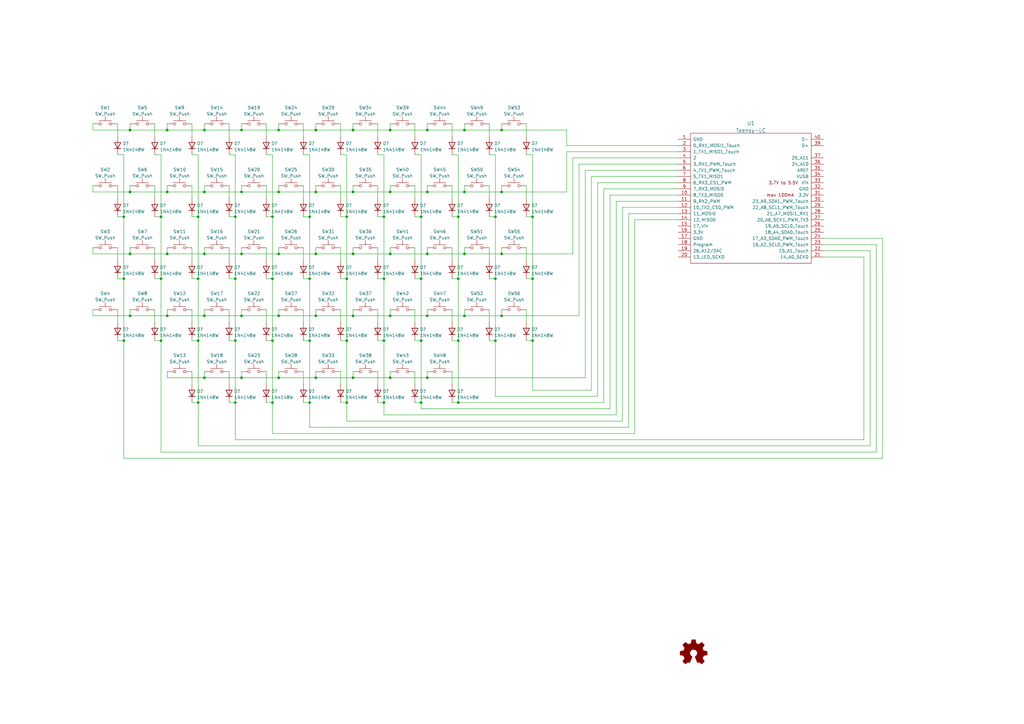
<source format=kicad_sch>
(kicad_sch (version 20211123) (generator eeschema)

  (uuid 1e61231f-0c0e-48bd-beef-c9849ffdfb3d)

  (paper "A3")

  (title_block
    (title "CMDR Mainboard")
    (date "2020-02-04")
    (rev "01")
    (company "CMtec")
  )

  (lib_symbols
    (symbol "Diode:1N4148W" (pin_numbers hide) (pin_names (offset 1.016) hide) (in_bom yes) (on_board yes)
      (property "Reference" "D" (id 0) (at 0 2.54 0)
        (effects (font (size 1.27 1.27)))
      )
      (property "Value" "1N4148W" (id 1) (at 0 -2.54 0)
        (effects (font (size 1.27 1.27)))
      )
      (property "Footprint" "Diode_SMD:D_SOD-123" (id 2) (at 0 -4.445 0)
        (effects (font (size 1.27 1.27)) hide)
      )
      (property "Datasheet" "https://www.vishay.com/docs/85748/1n4148w.pdf" (id 3) (at 0 0 0)
        (effects (font (size 1.27 1.27)) hide)
      )
      (property "ki_keywords" "diode" (id 4) (at 0 0 0)
        (effects (font (size 1.27 1.27)) hide)
      )
      (property "ki_description" "75V 0.15A Fast Switching Diode, SOD-123" (id 5) (at 0 0 0)
        (effects (font (size 1.27 1.27)) hide)
      )
      (property "ki_fp_filters" "D*SOD?123*" (id 6) (at 0 0 0)
        (effects (font (size 1.27 1.27)) hide)
      )
      (symbol "1N4148W_0_1"
        (polyline
          (pts
            (xy -1.27 1.27)
            (xy -1.27 -1.27)
          )
          (stroke (width 0.254) (type default) (color 0 0 0 0))
          (fill (type none))
        )
        (polyline
          (pts
            (xy 1.27 0)
            (xy -1.27 0)
          )
          (stroke (width 0) (type default) (color 0 0 0 0))
          (fill (type none))
        )
        (polyline
          (pts
            (xy 1.27 1.27)
            (xy 1.27 -1.27)
            (xy -1.27 0)
            (xy 1.27 1.27)
          )
          (stroke (width 0.254) (type default) (color 0 0 0 0))
          (fill (type none))
        )
      )
      (symbol "1N4148W_1_1"
        (pin passive line (at -3.81 0 0) (length 2.54)
          (name "K" (effects (font (size 1.27 1.27))))
          (number "1" (effects (font (size 1.27 1.27))))
        )
        (pin passive line (at 3.81 0 180) (length 2.54)
          (name "A" (effects (font (size 1.27 1.27))))
          (number "2" (effects (font (size 1.27 1.27))))
        )
      )
    )
    (symbol "Graphic:Logo_Open_Hardware_Small" (pin_names (offset 1.016)) (in_bom yes) (on_board yes)
      (property "Reference" "#LOGO" (id 0) (at 0 6.985 0)
        (effects (font (size 1.27 1.27)) hide)
      )
      (property "Value" "Logo_Open_Hardware_Small" (id 1) (at 0 -5.715 0)
        (effects (font (size 1.27 1.27)) hide)
      )
      (property "Footprint" "" (id 2) (at 0 0 0)
        (effects (font (size 1.27 1.27)) hide)
      )
      (property "Datasheet" "~" (id 3) (at 0 0 0)
        (effects (font (size 1.27 1.27)) hide)
      )
      (property "ki_keywords" "Logo" (id 4) (at 0 0 0)
        (effects (font (size 1.27 1.27)) hide)
      )
      (property "ki_description" "Open Hardware logo, small" (id 5) (at 0 0 0)
        (effects (font (size 1.27 1.27)) hide)
      )
      (symbol "Logo_Open_Hardware_Small_0_1"
        (polyline
          (pts
            (xy 3.3528 -4.3434)
            (xy 3.302 -4.318)
            (xy 3.175 -4.2418)
            (xy 2.9972 -4.1148)
            (xy 2.7686 -3.9624)
            (xy 2.54 -3.81)
            (xy 2.3622 -3.7084)
            (xy 2.2352 -3.6068)
            (xy 2.1844 -3.5814)
            (xy 2.159 -3.6068)
            (xy 2.0574 -3.6576)
            (xy 1.905 -3.7338)
            (xy 1.8034 -3.7846)
            (xy 1.6764 -3.8354)
            (xy 1.6002 -3.8354)
            (xy 1.6002 -3.8354)
            (xy 1.5494 -3.7338)
            (xy 1.4732 -3.5306)
            (xy 1.3462 -3.302)
            (xy 1.2446 -3.0226)
            (xy 1.1176 -2.7178)
            (xy 0.9652 -2.413)
            (xy 0.8636 -2.1082)
            (xy 0.7366 -1.8288)
            (xy 0.6604 -1.6256)
            (xy 0.6096 -1.4732)
            (xy 0.5842 -1.397)
            (xy 0.5842 -1.397)
            (xy 0.6604 -1.3208)
            (xy 0.7874 -1.2446)
            (xy 1.0414 -1.016)
            (xy 1.2954 -0.6858)
            (xy 1.4478 -0.3302)
            (xy 1.524 0.0762)
            (xy 1.4732 0.4572)
            (xy 1.3208 0.8128)
            (xy 1.0668 1.143)
            (xy 0.762 1.3716)
            (xy 0.4064 1.524)
            (xy 0 1.5748)
            (xy -0.381 1.5494)
            (xy -0.7366 1.397)
            (xy -1.0668 1.143)
            (xy -1.2192 0.9906)
            (xy -1.397 0.6604)
            (xy -1.524 0.3048)
            (xy -1.524 0.2286)
            (xy -1.4986 -0.1778)
            (xy -1.397 -0.5334)
            (xy -1.1938 -0.8636)
            (xy -0.9144 -1.143)
            (xy -0.8636 -1.1684)
            (xy -0.7366 -1.27)
            (xy -0.635 -1.3462)
            (xy -0.5842 -1.397)
            (xy -1.0668 -2.5908)
            (xy -1.143 -2.794)
            (xy -1.2954 -3.1242)
            (xy -1.397 -3.4036)
            (xy -1.4986 -3.6322)
            (xy -1.5748 -3.7846)
            (xy -1.6002 -3.8354)
            (xy -1.6002 -3.8354)
            (xy -1.651 -3.8354)
            (xy -1.7272 -3.81)
            (xy -1.905 -3.7338)
            (xy -2.0066 -3.683)
            (xy -2.1336 -3.6068)
            (xy -2.2098 -3.5814)
            (xy -2.2606 -3.6068)
            (xy -2.3622 -3.683)
            (xy -2.54 -3.81)
            (xy -2.7686 -3.9624)
            (xy -2.9718 -4.0894)
            (xy -3.1496 -4.2164)
            (xy -3.302 -4.318)
            (xy -3.3528 -4.3434)
            (xy -3.3782 -4.3434)
            (xy -3.429 -4.318)
            (xy -3.5306 -4.2164)
            (xy -3.7084 -4.064)
            (xy -3.937 -3.8354)
            (xy -3.9624 -3.81)
            (xy -4.1656 -3.6068)
            (xy -4.318 -3.4544)
            (xy -4.4196 -3.3274)
            (xy -4.445 -3.2766)
            (xy -4.445 -3.2766)
            (xy -4.4196 -3.2258)
            (xy -4.318 -3.0734)
            (xy -4.2164 -2.8956)
            (xy -4.064 -2.667)
            (xy -3.6576 -2.0828)
            (xy -3.8862 -1.5494)
            (xy -3.937 -1.3716)
            (xy -4.0386 -1.1684)
            (xy -4.0894 -1.0414)
            (xy -4.1148 -0.9652)
            (xy -4.191 -0.9398)
            (xy -4.318 -0.9144)
            (xy -4.5466 -0.8636)
            (xy -4.8006 -0.8128)
            (xy -5.0546 -0.7874)
            (xy -5.2578 -0.7366)
            (xy -5.4356 -0.7112)
            (xy -5.5118 -0.6858)
            (xy -5.5118 -0.6858)
            (xy -5.5372 -0.635)
            (xy -5.5372 -0.5588)
            (xy -5.5372 -0.4318)
            (xy -5.5626 -0.2286)
            (xy -5.5626 0.0762)
            (xy -5.5626 0.127)
            (xy -5.5372 0.4064)
            (xy -5.5372 0.635)
            (xy -5.5372 0.762)
            (xy -5.5372 0.8382)
            (xy -5.5372 0.8382)
            (xy -5.461 0.8382)
            (xy -5.3086 0.889)
            (xy -5.08 0.9144)
            (xy -4.826 0.9652)
            (xy -4.8006 0.9906)
            (xy -4.5466 1.0414)
            (xy -4.318 1.0668)
            (xy -4.1656 1.1176)
            (xy -4.0894 1.143)
            (xy -4.0894 1.143)
            (xy -4.0386 1.2446)
            (xy -3.9624 1.4224)
            (xy -3.8608 1.6256)
            (xy -3.7846 1.8288)
            (xy -3.7084 2.0066)
            (xy -3.6576 2.159)
            (xy -3.6322 2.2098)
            (xy -3.6322 2.2098)
            (xy -3.683 2.286)
            (xy -3.7592 2.413)
            (xy -3.8862 2.5908)
            (xy -4.064 2.8194)
            (xy -4.064 2.8448)
            (xy -4.2164 3.0734)
            (xy -4.3434 3.2512)
            (xy -4.4196 3.3782)
            (xy -4.445 3.4544)
            (xy -4.445 3.4544)
            (xy -4.3942 3.5052)
            (xy -4.2926 3.6322)
            (xy -4.1148 3.81)
            (xy -3.937 4.0132)
            (xy -3.8608 4.064)
            (xy -3.6576 4.2926)
            (xy -3.5052 4.4196)
            (xy -3.4036 4.4958)
            (xy -3.3528 4.5212)
            (xy -3.3528 4.5212)
            (xy -3.302 4.4704)
            (xy -3.1496 4.3688)
            (xy -2.9718 4.2418)
            (xy -2.7432 4.0894)
            (xy -2.7178 4.0894)
            (xy -2.4892 3.937)
            (xy -2.3114 3.81)
            (xy -2.1844 3.7084)
            (xy -2.1336 3.683)
            (xy -2.1082 3.683)
            (xy -2.032 3.7084)
            (xy -1.8542 3.7592)
            (xy -1.6764 3.8354)
            (xy -1.4732 3.937)
            (xy -1.27 4.0132)
            (xy -1.143 4.064)
            (xy -1.0668 4.1148)
            (xy -1.0668 4.1148)
            (xy -1.0414 4.191)
            (xy -1.016 4.3434)
            (xy -0.9652 4.572)
            (xy -0.9144 4.8514)
            (xy -0.889 4.9022)
            (xy -0.8382 5.1562)
            (xy -0.8128 5.3848)
            (xy -0.7874 5.5372)
            (xy -0.762 5.588)
            (xy -0.7112 5.6134)
            (xy -0.5842 5.6134)
            (xy -0.4064 5.6134)
            (xy -0.1524 5.6134)
            (xy 0.0762 5.6134)
            (xy 0.3302 5.6134)
            (xy 0.5334 5.6134)
            (xy 0.6858 5.588)
            (xy 0.7366 5.588)
            (xy 0.7366 5.588)
            (xy 0.762 5.5118)
            (xy 0.8128 5.334)
            (xy 0.8382 5.1054)
            (xy 0.9144 4.826)
            (xy 0.9144 4.7752)
            (xy 0.9652 4.5212)
            (xy 1.016 4.2926)
            (xy 1.0414 4.1402)
            (xy 1.0668 4.0894)
            (xy 1.0668 4.0894)
            (xy 1.1938 4.0386)
            (xy 1.3716 3.9624)
            (xy 1.5748 3.8608)
            (xy 2.0828 3.6576)
            (xy 2.7178 4.0894)
            (xy 2.7686 4.1402)
            (xy 2.9972 4.2926)
            (xy 3.175 4.4196)
            (xy 3.302 4.4958)
            (xy 3.3782 4.5212)
            (xy 3.3782 4.5212)
            (xy 3.429 4.4704)
            (xy 3.556 4.3434)
            (xy 3.7338 4.191)
            (xy 3.9116 3.9878)
            (xy 4.064 3.8354)
            (xy 4.2418 3.6576)
            (xy 4.3434 3.556)
            (xy 4.4196 3.4798)
            (xy 4.4196 3.429)
            (xy 4.4196 3.4036)
            (xy 4.3942 3.3274)
            (xy 4.2926 3.2004)
            (xy 4.1656 2.9972)
            (xy 4.0132 2.794)
            (xy 3.8862 2.5908)
            (xy 3.7592 2.3876)
            (xy 3.6576 2.2352)
            (xy 3.6322 2.159)
            (xy 3.6322 2.1336)
            (xy 3.683 2.0066)
            (xy 3.7592 1.8288)
            (xy 3.8608 1.6002)
            (xy 4.064 1.1176)
            (xy 4.3942 1.0414)
            (xy 4.5974 1.016)
            (xy 4.8768 0.9652)
            (xy 5.1308 0.9144)
            (xy 5.5372 0.8382)
            (xy 5.5626 -0.6604)
            (xy 5.4864 -0.6858)
            (xy 5.4356 -0.6858)
            (xy 5.2832 -0.7366)
            (xy 5.0546 -0.762)
            (xy 4.8006 -0.8128)
            (xy 4.5974 -0.8636)
            (xy 4.3688 -0.9144)
            (xy 4.2164 -0.9398)
            (xy 4.1402 -0.9398)
            (xy 4.1148 -0.9652)
            (xy 4.064 -1.0668)
            (xy 3.9878 -1.2446)
            (xy 3.9116 -1.4478)
            (xy 3.81 -1.651)
            (xy 3.7338 -1.8542)
            (xy 3.683 -2.0066)
            (xy 3.6576 -2.0828)
            (xy 3.683 -2.1336)
            (xy 3.7846 -2.2606)
            (xy 3.8862 -2.4638)
            (xy 4.0386 -2.667)
            (xy 4.191 -2.8956)
            (xy 4.318 -3.0734)
            (xy 4.3942 -3.2004)
            (xy 4.445 -3.2766)
            (xy 4.4196 -3.3274)
            (xy 4.3434 -3.429)
            (xy 4.1656 -3.5814)
            (xy 3.937 -3.8354)
            (xy 3.8862 -3.8608)
            (xy 3.683 -4.064)
            (xy 3.5306 -4.2164)
            (xy 3.4036 -4.318)
            (xy 3.3528 -4.3434)
          )
          (stroke (width 0) (type default) (color 0 0 0 0))
          (fill (type outline))
        )
      )
    )
    (symbol "Switch:SW_Push" (pin_numbers hide) (pin_names (offset 1.016) hide) (in_bom yes) (on_board yes)
      (property "Reference" "SW" (id 0) (at 1.27 2.54 0)
        (effects (font (size 1.27 1.27)) (justify left))
      )
      (property "Value" "SW_Push" (id 1) (at 0 -1.524 0)
        (effects (font (size 1.27 1.27)))
      )
      (property "Footprint" "" (id 2) (at 0 5.08 0)
        (effects (font (size 1.27 1.27)) hide)
      )
      (property "Datasheet" "~" (id 3) (at 0 5.08 0)
        (effects (font (size 1.27 1.27)) hide)
      )
      (property "ki_keywords" "switch normally-open pushbutton push-button" (id 4) (at 0 0 0)
        (effects (font (size 1.27 1.27)) hide)
      )
      (property "ki_description" "Push button switch, generic, two pins" (id 5) (at 0 0 0)
        (effects (font (size 1.27 1.27)) hide)
      )
      (symbol "SW_Push_0_1"
        (circle (center -2.032 0) (radius 0.508)
          (stroke (width 0) (type default) (color 0 0 0 0))
          (fill (type none))
        )
        (polyline
          (pts
            (xy 0 1.27)
            (xy 0 3.048)
          )
          (stroke (width 0) (type default) (color 0 0 0 0))
          (fill (type none))
        )
        (polyline
          (pts
            (xy 2.54 1.27)
            (xy -2.54 1.27)
          )
          (stroke (width 0) (type default) (color 0 0 0 0))
          (fill (type none))
        )
        (circle (center 2.032 0) (radius 0.508)
          (stroke (width 0) (type default) (color 0 0 0 0))
          (fill (type none))
        )
        (pin passive line (at -5.08 0 0) (length 2.54)
          (name "1" (effects (font (size 1.27 1.27))))
          (number "1" (effects (font (size 1.27 1.27))))
        )
        (pin passive line (at 5.08 0 180) (length 2.54)
          (name "2" (effects (font (size 1.27 1.27))))
          (number "2" (effects (font (size 1.27 1.27))))
        )
      )
    )
    (symbol "teensy:Teensy-LC" (pin_names (offset 1.016)) (in_bom yes) (on_board yes)
      (property "Reference" "U" (id 0) (at 0 29.21 0)
        (effects (font (size 1.524 1.524)))
      )
      (property "Value" "Teensy-LC" (id 1) (at 0 -29.21 0)
        (effects (font (size 1.524 1.524)))
      )
      (property "Footprint" "" (id 2) (at 0 -13.97 0)
        (effects (font (size 1.524 1.524)))
      )
      (property "Datasheet" "" (id 3) (at 0 -13.97 0)
        (effects (font (size 1.524 1.524)))
      )
      (symbol "Teensy-LC_0_0"
        (text "3.7V to 5.5V" (at 13.97 6.35 0)
          (effects (font (size 1.27 1.27)))
        )
        (text "max 100mA" (at 12.7 1.27 0)
          (effects (font (size 1.27 1.27)))
        )
      )
      (symbol "Teensy-LC_0_1"
        (rectangle (start -24.13 26.67) (end 25.4 -26.67)
          (stroke (width 0) (type default) (color 0 0 0 0))
          (fill (type none))
        )
      )
      (symbol "Teensy-LC_1_1"
        (pin power_in line (at -29.21 24.13 0) (length 5.08)
          (name "GND" (effects (font (size 1.27 1.27))))
          (number "1" (effects (font (size 1.27 1.27))))
        )
        (pin bidirectional line (at -29.21 1.27 0) (length 5.08)
          (name "8_TX3_MISO0" (effects (font (size 1.27 1.27))))
          (number "10" (effects (font (size 1.27 1.27))))
        )
        (pin bidirectional line (at -29.21 -1.27 0) (length 5.08)
          (name "9_RX2_PWM" (effects (font (size 1.27 1.27))))
          (number "11" (effects (font (size 1.27 1.27))))
        )
        (pin bidirectional line (at -29.21 -3.81 0) (length 5.08)
          (name "10_TX2_CS0_PWM" (effects (font (size 1.27 1.27))))
          (number "12" (effects (font (size 1.27 1.27))))
        )
        (pin bidirectional line (at -29.21 -6.35 0) (length 5.08)
          (name "11_MOSI0" (effects (font (size 1.27 1.27))))
          (number "13" (effects (font (size 1.27 1.27))))
        )
        (pin bidirectional line (at -29.21 -8.89 0) (length 5.08)
          (name "12_MISO0" (effects (font (size 1.27 1.27))))
          (number "14" (effects (font (size 1.27 1.27))))
        )
        (pin output line (at -29.21 -11.43 0) (length 5.08)
          (name "17_Vin" (effects (font (size 1.27 1.27))))
          (number "15" (effects (font (size 1.27 1.27))))
        )
        (pin power_in line (at -29.21 -13.97 0) (length 5.08)
          (name "3.3V" (effects (font (size 1.27 1.27))))
          (number "16" (effects (font (size 1.27 1.27))))
        )
        (pin power_in line (at -29.21 -16.51 0) (length 5.08)
          (name "GND" (effects (font (size 1.27 1.27))))
          (number "17" (effects (font (size 1.27 1.27))))
        )
        (pin input line (at -29.21 -19.05 0) (length 5.08)
          (name "Program" (effects (font (size 1.27 1.27))))
          (number "18" (effects (font (size 1.27 1.27))))
        )
        (pin bidirectional line (at -29.21 -21.59 0) (length 5.08)
          (name "26_A12/DAC" (effects (font (size 1.27 1.27))))
          (number "19" (effects (font (size 1.27 1.27))))
        )
        (pin bidirectional line (at -29.21 21.59 0) (length 5.08)
          (name "0_RX1_MOSI1_Touch" (effects (font (size 1.27 1.27))))
          (number "2" (effects (font (size 1.27 1.27))))
        )
        (pin bidirectional line (at -29.21 -24.13 0) (length 5.08)
          (name "13_LED_SCK0" (effects (font (size 1.27 1.27))))
          (number "20" (effects (font (size 1.27 1.27))))
        )
        (pin bidirectional line (at 30.48 -24.13 180) (length 5.08)
          (name "14_A0_SCK0" (effects (font (size 1.27 1.27))))
          (number "21" (effects (font (size 1.27 1.27))))
        )
        (pin bidirectional line (at 30.48 -21.59 180) (length 5.08)
          (name "15_A1_Touch" (effects (font (size 1.27 1.27))))
          (number "22" (effects (font (size 1.27 1.27))))
        )
        (pin bidirectional line (at 30.48 -19.05 180) (length 5.08)
          (name "16_A2_SCL0_PWM_Touch" (effects (font (size 1.27 1.27))))
          (number "23" (effects (font (size 1.27 1.27))))
        )
        (pin bidirectional line (at 30.48 -16.51 180) (length 5.08)
          (name "17_A3_SDA0_PWM_Touch" (effects (font (size 1.27 1.27))))
          (number "24" (effects (font (size 1.27 1.27))))
        )
        (pin bidirectional line (at 30.48 -13.97 180) (length 5.08)
          (name "18_A4_SDA0_Touch" (effects (font (size 1.27 1.27))))
          (number "25" (effects (font (size 1.27 1.27))))
        )
        (pin bidirectional line (at 30.48 -11.43 180) (length 5.08)
          (name "19_A5_SCL0_Touch" (effects (font (size 1.27 1.27))))
          (number "26" (effects (font (size 1.27 1.27))))
        )
        (pin bidirectional line (at 30.48 -8.89 180) (length 5.08)
          (name "20_A6_SCK1_PWM_TX3" (effects (font (size 1.27 1.27))))
          (number "27" (effects (font (size 1.27 1.27))))
        )
        (pin bidirectional line (at 30.48 -6.35 180) (length 5.08)
          (name "21_A7_MOSI1_RX1" (effects (font (size 1.27 1.27))))
          (number "28" (effects (font (size 1.27 1.27))))
        )
        (pin bidirectional line (at 30.48 -3.81 180) (length 5.08)
          (name "22_A8_SCL1_PWM_Touch" (effects (font (size 1.27 1.27))))
          (number "29" (effects (font (size 1.27 1.27))))
        )
        (pin bidirectional line (at -29.21 19.05 0) (length 5.08)
          (name "1_TX1_MISO1_Touch" (effects (font (size 1.27 1.27))))
          (number "3" (effects (font (size 1.27 1.27))))
        )
        (pin bidirectional line (at 30.48 -1.27 180) (length 5.08)
          (name "23_A9_SDA1_PWM_Touch" (effects (font (size 1.27 1.27))))
          (number "30" (effects (font (size 1.27 1.27))))
        )
        (pin power_out line (at 30.48 1.27 180) (length 5.08)
          (name "3.3V" (effects (font (size 1.27 1.27))))
          (number "31" (effects (font (size 1.27 1.27))))
        )
        (pin power_in line (at 30.48 3.81 180) (length 5.08)
          (name "GND" (effects (font (size 1.27 1.27))))
          (number "32" (effects (font (size 1.27 1.27))))
        )
        (pin power_in line (at 30.48 6.35 180) (length 5.08)
          (name "Vin" (effects (font (size 1.27 1.27))))
          (number "33" (effects (font (size 1.27 1.27))))
        )
        (pin power_in line (at 30.48 8.89 180) (length 5.08)
          (name "VUSB" (effects (font (size 1.27 1.27))))
          (number "34" (effects (font (size 1.27 1.27))))
        )
        (pin input line (at 30.48 11.43 180) (length 5.08)
          (name "AREF" (effects (font (size 1.27 1.27))))
          (number "35" (effects (font (size 1.27 1.27))))
        )
        (pin bidirectional line (at 30.48 13.97 180) (length 5.08)
          (name "24_A10" (effects (font (size 1.27 1.27))))
          (number "36" (effects (font (size 1.27 1.27))))
        )
        (pin bidirectional line (at 30.48 16.51 180) (length 5.08)
          (name "25_A11" (effects (font (size 1.27 1.27))))
          (number "37" (effects (font (size 1.27 1.27))))
        )
        (pin bidirectional line (at 30.48 21.59 180) (length 5.08)
          (name "D+" (effects (font (size 1.27 1.27))))
          (number "39" (effects (font (size 1.27 1.27))))
        )
        (pin bidirectional line (at -29.21 16.51 0) (length 5.08)
          (name "2" (effects (font (size 1.27 1.27))))
          (number "4" (effects (font (size 1.27 1.27))))
        )
        (pin bidirectional line (at 30.48 24.13 180) (length 5.08)
          (name "D-" (effects (font (size 1.27 1.27))))
          (number "40" (effects (font (size 1.27 1.27))))
        )
        (pin bidirectional line (at -29.21 13.97 0) (length 5.08)
          (name "3_RX1_PWM_Touch" (effects (font (size 1.27 1.27))))
          (number "5" (effects (font (size 1.27 1.27))))
        )
        (pin bidirectional line (at -29.21 11.43 0) (length 5.08)
          (name "4_TX1_PWM_Touch" (effects (font (size 1.27 1.27))))
          (number "6" (effects (font (size 1.27 1.27))))
        )
        (pin bidirectional line (at -29.21 8.89 0) (length 5.08)
          (name "5_TX1_MISO1" (effects (font (size 1.27 1.27))))
          (number "7" (effects (font (size 1.27 1.27))))
        )
        (pin bidirectional line (at -29.21 6.35 0) (length 5.08)
          (name "6_RX3_CS1_PWM" (effects (font (size 1.27 1.27))))
          (number "8" (effects (font (size 1.27 1.27))))
        )
        (pin bidirectional line (at -29.21 3.81 0) (length 5.08)
          (name "7_RX3_MOSI0" (effects (font (size 1.27 1.27))))
          (number "9" (effects (font (size 1.27 1.27))))
        )
      )
    )
  )

  (junction (at 129.54 78.74) (diameter 0) (color 0 0 0 0)
    (uuid 0097fe19-d6af-4ba2-a7a1-6cd9433f8e79)
  )
  (junction (at 157.48 114.3) (diameter 0) (color 0 0 0 0)
    (uuid 0436f22d-cebe-4d0e-a69c-7ad4e1a3deaf)
  )
  (junction (at 142.24 165.1) (diameter 0) (color 0 0 0 0)
    (uuid 053a901d-ac9f-41a8-a379-894762b7e033)
  )
  (junction (at 127 139.7) (diameter 0) (color 0 0 0 0)
    (uuid 05afd369-68f8-45d3-93da-113f49f6eaaf)
  )
  (junction (at 114.3 104.14) (diameter 0) (color 0 0 0 0)
    (uuid 05eb92b7-7a25-43a3-8990-54fd6af3e9ff)
  )
  (junction (at 68.58 104.14) (diameter 0) (color 0 0 0 0)
    (uuid 07c76ce7-b77d-4475-900a-c72e898c11fe)
  )
  (junction (at 53.34 53.34) (diameter 0) (color 0 0 0 0)
    (uuid 088beff8-4eb1-4939-8372-14e996c7f1be)
  )
  (junction (at 144.78 53.34) (diameter 0) (color 0 0 0 0)
    (uuid 0cb988db-bd02-4c84-8015-0f90d90ffd28)
  )
  (junction (at 68.58 78.74) (diameter 0) (color 0 0 0 0)
    (uuid 0cc5ca91-703e-454b-9ccf-ba64ea26d707)
  )
  (junction (at 83.82 129.54) (diameter 0) (color 0 0 0 0)
    (uuid 0cd63bcd-bd84-42f4-b4b5-2b5926072555)
  )
  (junction (at 218.44 139.7) (diameter 0) (color 0 0 0 0)
    (uuid 0e477dda-f8db-4a52-aaf4-5e05de317476)
  )
  (junction (at 81.28 139.7) (diameter 0) (color 0 0 0 0)
    (uuid 0efe99c7-ac35-4ead-8d1b-ecfe9eeebc54)
  )
  (junction (at 127 114.3) (diameter 0) (color 0 0 0 0)
    (uuid 1cc60b50-c0ad-4eb3-8bbc-dcf28dfd5a28)
  )
  (junction (at 96.52 114.3) (diameter 0) (color 0 0 0 0)
    (uuid 1fae3526-efdd-42b5-ac14-2fe68ef81ad2)
  )
  (junction (at 83.82 78.74) (diameter 0) (color 0 0 0 0)
    (uuid 22a68eed-aba7-46cc-b56f-3b75866a45f5)
  )
  (junction (at 190.5 129.54) (diameter 0) (color 0 0 0 0)
    (uuid 24562532-3004-438d-a425-6d38488a2954)
  )
  (junction (at 114.3 129.54) (diameter 0) (color 0 0 0 0)
    (uuid 261c10c3-6d1b-4e9d-8ea0-24ec3a0a5f82)
  )
  (junction (at 175.26 53.34) (diameter 0) (color 0 0 0 0)
    (uuid 284873f0-b318-45f0-836d-c6ba0e99a403)
  )
  (junction (at 175.26 129.54) (diameter 0) (color 0 0 0 0)
    (uuid 289fd10b-c2b1-48d8-9507-825880d40ba4)
  )
  (junction (at 66.04 88.9) (diameter 0) (color 0 0 0 0)
    (uuid 28e099d3-ad56-4ec9-8747-afd3e2a7d3e0)
  )
  (junction (at 205.74 53.34) (diameter 0) (color 0 0 0 0)
    (uuid 2ba2ab33-2e2f-4299-884f-a76545cd71ac)
  )
  (junction (at 53.34 78.74) (diameter 0) (color 0 0 0 0)
    (uuid 311feeac-7846-4b7c-8025-9049f68e31ce)
  )
  (junction (at 144.78 104.14) (diameter 0) (color 0 0 0 0)
    (uuid 34b23bbd-9f0e-43f6-849e-6fa34b8d4eaf)
  )
  (junction (at 205.74 78.74) (diameter 0) (color 0 0 0 0)
    (uuid 34fb3dcd-6461-494e-a4f9-6280f4085ced)
  )
  (junction (at 187.96 88.9) (diameter 0) (color 0 0 0 0)
    (uuid 35c0d267-df04-4d8c-8522-a8d2ba84f399)
  )
  (junction (at 81.28 88.9) (diameter 0) (color 0 0 0 0)
    (uuid 361392b7-aca9-4ba6-b4d4-6acf82ed55b3)
  )
  (junction (at 81.28 165.1) (diameter 0) (color 0 0 0 0)
    (uuid 364337f3-0b6f-4704-9f2d-d7a9a461ce7e)
  )
  (junction (at 205.74 104.14) (diameter 0) (color 0 0 0 0)
    (uuid 392247bc-2dbe-4ce8-ba02-b4cc0c3c31bf)
  )
  (junction (at 99.06 129.54) (diameter 0) (color 0 0 0 0)
    (uuid 3e2ec035-11d8-4f15-a0d1-9338d6c5e60f)
  )
  (junction (at 142.24 139.7) (diameter 0) (color 0 0 0 0)
    (uuid 3e619cb0-ccf0-42f3-9d05-c9a1d7071a4d)
  )
  (junction (at 129.54 154.94) (diameter 0) (color 0 0 0 0)
    (uuid 430d4e42-591f-400f-92b6-6889ec5c17fd)
  )
  (junction (at 111.76 88.9) (diameter 0) (color 0 0 0 0)
    (uuid 438f65c2-169f-44dc-b09e-cdaba2829899)
  )
  (junction (at 187.96 114.3) (diameter 0) (color 0 0 0 0)
    (uuid 454715e5-da07-46d7-9436-e15c8d612055)
  )
  (junction (at 203.2 88.9) (diameter 0) (color 0 0 0 0)
    (uuid 45f37bfd-2f33-4311-94cf-683070d6d763)
  )
  (junction (at 50.8 139.7) (diameter 0) (color 0 0 0 0)
    (uuid 4c291c8c-7abb-4cbd-9854-43be6396e47f)
  )
  (junction (at 111.76 165.1) (diameter 0) (color 0 0 0 0)
    (uuid 4cb09d8e-431c-4899-8472-4bc8b5458f78)
  )
  (junction (at 175.26 78.74) (diameter 0) (color 0 0 0 0)
    (uuid 4da7e9eb-3066-4d99-b29e-7b5e113de5b7)
  )
  (junction (at 68.58 53.34) (diameter 0) (color 0 0 0 0)
    (uuid 4e770193-7277-48e1-98d7-eec7d48d5770)
  )
  (junction (at 142.24 114.3) (diameter 0) (color 0 0 0 0)
    (uuid 519fe0da-d243-4f5d-8941-18148d3f0286)
  )
  (junction (at 218.44 88.9) (diameter 0) (color 0 0 0 0)
    (uuid 51a5dcfc-29dd-483f-8eec-7ba4f95e2bfc)
  )
  (junction (at 160.02 104.14) (diameter 0) (color 0 0 0 0)
    (uuid 53619602-45fe-421d-b309-30aaaf948890)
  )
  (junction (at 157.48 165.1) (diameter 0) (color 0 0 0 0)
    (uuid 556e8bf9-8e38-4bab-849b-6c8ff9468b2a)
  )
  (junction (at 66.04 139.7) (diameter 0) (color 0 0 0 0)
    (uuid 5581a04b-3db2-4284-b3f9-025076acdeb9)
  )
  (junction (at 96.52 88.9) (diameter 0) (color 0 0 0 0)
    (uuid 58a6da8a-e31f-4a78-87d9-34df32d4ba3e)
  )
  (junction (at 190.5 53.34) (diameter 0) (color 0 0 0 0)
    (uuid 596e199c-6a68-4e7f-9ffe-6a8b1c5b96c2)
  )
  (junction (at 157.48 88.9) (diameter 0) (color 0 0 0 0)
    (uuid 60731c66-5b39-4b1a-af9d-f163420198bb)
  )
  (junction (at 190.5 78.74) (diameter 0) (color 0 0 0 0)
    (uuid 65cf4ae1-9d6a-44d7-8ae0-b3faffcf94d9)
  )
  (junction (at 160.02 53.34) (diameter 0) (color 0 0 0 0)
    (uuid 6aebf8a0-fbd4-4852-a305-2671446a1fc5)
  )
  (junction (at 187.96 165.1) (diameter 0) (color 0 0 0 0)
    (uuid 6caaf4f4-62e0-43f6-a97a-e802571c740e)
  )
  (junction (at 190.5 104.14) (diameter 0) (color 0 0 0 0)
    (uuid 6d300ac3-2e73-4f41-97bc-5e3c35bc3676)
  )
  (junction (at 50.8 114.3) (diameter 0) (color 0 0 0 0)
    (uuid 71ed6294-be95-42bf-9a83-2e55abcc5788)
  )
  (junction (at 205.74 129.54) (diameter 0) (color 0 0 0 0)
    (uuid 72b638f4-91c0-45b7-b113-044b3c68c362)
  )
  (junction (at 111.76 139.7) (diameter 0) (color 0 0 0 0)
    (uuid 736ea99e-6d16-4121-9e61-ef6a28a8722e)
  )
  (junction (at 50.8 88.9) (diameter 0) (color 0 0 0 0)
    (uuid 74b4d0b3-7089-43ad-9d1c-323ddaec9718)
  )
  (junction (at 144.78 129.54) (diameter 0) (color 0 0 0 0)
    (uuid 752fdf3b-197b-41d4-afca-51313542aee4)
  )
  (junction (at 157.48 139.7) (diameter 0) (color 0 0 0 0)
    (uuid 77551c66-aa64-425a-a77e-92edc8503013)
  )
  (junction (at 203.2 139.7) (diameter 0) (color 0 0 0 0)
    (uuid 77b653f9-d592-4f00-8f9a-4a5566031851)
  )
  (junction (at 187.96 139.7) (diameter 0) (color 0 0 0 0)
    (uuid 7af1f421-177a-44f2-a01d-08e4329dacb0)
  )
  (junction (at 129.54 104.14) (diameter 0) (color 0 0 0 0)
    (uuid 7b4133fd-1346-499d-ad2d-0cdab34c5804)
  )
  (junction (at 160.02 78.74) (diameter 0) (color 0 0 0 0)
    (uuid 7f63ffd5-06b7-40bf-994a-32f05508a22e)
  )
  (junction (at 172.72 114.3) (diameter 0) (color 0 0 0 0)
    (uuid 7fe18c1d-19e4-4ab9-8fa8-c4af21c03225)
  )
  (junction (at 127 88.9) (diameter 0) (color 0 0 0 0)
    (uuid 826bbc6f-01c8-41c6-87ca-fca8133493d3)
  )
  (junction (at 129.54 129.54) (diameter 0) (color 0 0 0 0)
    (uuid 8be9a1ed-3c7b-4171-9292-76232c325809)
  )
  (junction (at 53.34 129.54) (diameter 0) (color 0 0 0 0)
    (uuid 901e99af-5e62-47e3-91c9-ef1a1ff92c7b)
  )
  (junction (at 83.82 154.94) (diameter 0) (color 0 0 0 0)
    (uuid 92c1b1a6-6951-48de-b5d8-0fb316f6146c)
  )
  (junction (at 114.3 53.34) (diameter 0) (color 0 0 0 0)
    (uuid 9307bb91-db2c-4a5c-adb3-3e3d388bcfba)
  )
  (junction (at 68.58 129.54) (diameter 0) (color 0 0 0 0)
    (uuid 9383e816-2f1c-48e3-9cad-f8cdc94ce1b1)
  )
  (junction (at 99.06 154.94) (diameter 0) (color 0 0 0 0)
    (uuid 98648f3d-5bee-43bc-a1f5-51ac34e010c9)
  )
  (junction (at 83.82 53.34) (diameter 0) (color 0 0 0 0)
    (uuid 9960ae05-22ab-47f5-8f79-428ae075cd99)
  )
  (junction (at 99.06 104.14) (diameter 0) (color 0 0 0 0)
    (uuid 99edc263-94d6-401f-9e3a-79c38e6abc9a)
  )
  (junction (at 99.06 78.74) (diameter 0) (color 0 0 0 0)
    (uuid 9f9369d9-9263-4e72-97fa-bac695e5fd82)
  )
  (junction (at 83.82 104.14) (diameter 0) (color 0 0 0 0)
    (uuid a5529d8b-5dcb-4110-bc28-b40c63a6b8a7)
  )
  (junction (at 66.04 114.3) (diameter 0) (color 0 0 0 0)
    (uuid a59db446-b20a-4412-b17b-d559139407ea)
  )
  (junction (at 172.72 88.9) (diameter 0) (color 0 0 0 0)
    (uuid aa142c3b-7bdd-4811-9d17-d96054a823d2)
  )
  (junction (at 160.02 129.54) (diameter 0) (color 0 0 0 0)
    (uuid af46ffe7-834d-4b8c-be48-572e97a1d7d5)
  )
  (junction (at 129.54 53.34) (diameter 0) (color 0 0 0 0)
    (uuid b23eb97e-8cda-4ef5-b067-5f113fd1b0d0)
  )
  (junction (at 175.26 154.94) (diameter 0) (color 0 0 0 0)
    (uuid bef18d40-650b-4f6c-b9e2-8342d1a4c529)
  )
  (junction (at 144.78 154.94) (diameter 0) (color 0 0 0 0)
    (uuid c8d243ea-ac94-411c-92d0-cb4a6ffde5ac)
  )
  (junction (at 96.52 139.7) (diameter 0) (color 0 0 0 0)
    (uuid ccc2fec1-1bef-4387-955d-c5cf2b42f60f)
  )
  (junction (at 218.44 114.3) (diameter 0) (color 0 0 0 0)
    (uuid d1998efa-b870-4430-868b-fa316150ffb9)
  )
  (junction (at 111.76 114.3) (diameter 0) (color 0 0 0 0)
    (uuid d2e64981-d22d-47c8-87e0-1a8ba8f272f6)
  )
  (junction (at 203.2 114.3) (diameter 0) (color 0 0 0 0)
    (uuid d8f7943f-1b63-469b-97ef-8c7768ba571d)
  )
  (junction (at 127 165.1) (diameter 0) (color 0 0 0 0)
    (uuid df4dbb2c-dc3b-4949-ab27-6716e713d171)
  )
  (junction (at 172.72 165.1) (diameter 0) (color 0 0 0 0)
    (uuid e13da96b-06c7-4539-86de-9d2da1e7d4ac)
  )
  (junction (at 175.26 104.14) (diameter 0) (color 0 0 0 0)
    (uuid e35f0c3e-3744-4351-9ec8-75c5132f051e)
  )
  (junction (at 160.02 154.94) (diameter 0) (color 0 0 0 0)
    (uuid e7625bcf-03bf-4b3f-890d-83afbd711555)
  )
  (junction (at 81.28 114.3) (diameter 0) (color 0 0 0 0)
    (uuid e7b37a48-98d4-4f0c-9bee-32ed9f3c920f)
  )
  (junction (at 144.78 78.74) (diameter 0) (color 0 0 0 0)
    (uuid e8e99b19-a133-4e75-87da-51bff19a04b1)
  )
  (junction (at 142.24 88.9) (diameter 0) (color 0 0 0 0)
    (uuid ea9faefe-4ed1-452b-95ad-7f5f479affef)
  )
  (junction (at 114.3 78.74) (diameter 0) (color 0 0 0 0)
    (uuid eb5e8f90-d56c-44a3-bee5-97ded82402c6)
  )
  (junction (at 99.06 53.34) (diameter 0) (color 0 0 0 0)
    (uuid ebb4eb03-b4a4-4348-8f2f-82659479cc43)
  )
  (junction (at 53.34 104.14) (diameter 0) (color 0 0 0 0)
    (uuid ecd2d620-cfdb-4e2a-ad7a-e30b61d4d782)
  )
  (junction (at 114.3 154.94) (diameter 0) (color 0 0 0 0)
    (uuid eee5d0c9-3d7d-4cfa-b755-ad31865d773a)
  )
  (junction (at 172.72 139.7) (diameter 0) (color 0 0 0 0)
    (uuid fcbf17ff-cecd-44f5-bf68-01282c85e362)
  )
  (junction (at 96.52 165.1) (diameter 0) (color 0 0 0 0)
    (uuid fcf05998-db7e-4fcc-891a-56b709bb0733)
  )

  (wire (pts (xy 160.02 101.6) (xy 160.02 104.14))
    (stroke (width 0) (type default) (color 0 0 0 0))
    (uuid 00068ae9-5404-4147-9c06-74ab9a771870)
  )
  (wire (pts (xy 129.54 101.6) (xy 129.54 104.14))
    (stroke (width 0) (type default) (color 0 0 0 0))
    (uuid 01640430-7e3d-4011-83b0-3379c2083212)
  )
  (wire (pts (xy 144.78 78.74) (xy 160.02 78.74))
    (stroke (width 0) (type default) (color 0 0 0 0))
    (uuid 02c3f37d-8671-4fdc-a753-8a10ddd52a0f)
  )
  (wire (pts (xy 48.26 76.2) (xy 48.26 81.28))
    (stroke (width 0) (type default) (color 0 0 0 0))
    (uuid 03edb757-7dae-4f78-bddc-19a71947e376)
  )
  (wire (pts (xy 144.78 53.34) (xy 160.02 53.34))
    (stroke (width 0) (type default) (color 0 0 0 0))
    (uuid 041f49ed-e2df-4c78-ae49-6c038fee7a2d)
  )
  (wire (pts (xy 185.42 101.6) (xy 185.42 106.68))
    (stroke (width 0) (type default) (color 0 0 0 0))
    (uuid 054a6a48-42d2-4d17-bdab-a0f4fe354819)
  )
  (wire (pts (xy 111.76 63.5) (xy 111.76 88.9))
    (stroke (width 0) (type default) (color 0 0 0 0))
    (uuid 05720852-0fc1-4612-bef6-10bb1ce8cf31)
  )
  (wire (pts (xy 232.41 53.34) (xy 232.41 59.69))
    (stroke (width 0) (type default) (color 0 0 0 0))
    (uuid 059c0242-cb85-4042-bf7b-714868cbb9c2)
  )
  (wire (pts (xy 200.66 63.5) (xy 203.2 63.5))
    (stroke (width 0) (type default) (color 0 0 0 0))
    (uuid 07e1d06a-c4fd-4e3d-a722-15076718cdac)
  )
  (wire (pts (xy 109.22 88.9) (xy 111.76 88.9))
    (stroke (width 0) (type default) (color 0 0 0 0))
    (uuid 07f89df9-f924-464d-96e4-9ca5e310c294)
  )
  (wire (pts (xy 66.04 185.42) (xy 359.41 185.42))
    (stroke (width 0) (type default) (color 0 0 0 0))
    (uuid 08a0aee0-94c8-486f-9d01-4999d857beee)
  )
  (wire (pts (xy 68.58 101.6) (xy 68.58 104.14))
    (stroke (width 0) (type default) (color 0 0 0 0))
    (uuid 08f93106-f18c-4cd4-b3c2-bbab9c9fb2a9)
  )
  (wire (pts (xy 172.72 165.1) (xy 172.72 167.64))
    (stroke (width 0) (type default) (color 0 0 0 0))
    (uuid 09338e30-2c56-45cf-b079-b469b7c002cf)
  )
  (wire (pts (xy 160.02 78.74) (xy 175.26 78.74))
    (stroke (width 0) (type default) (color 0 0 0 0))
    (uuid 0bc48160-9cda-4fcf-8c7e-1b99d45d5718)
  )
  (wire (pts (xy 111.76 88.9) (xy 111.76 114.3))
    (stroke (width 0) (type default) (color 0 0 0 0))
    (uuid 0c14a570-0424-44d5-bb4e-73cf563bd9a0)
  )
  (wire (pts (xy 81.28 114.3) (xy 81.28 139.7))
    (stroke (width 0) (type default) (color 0 0 0 0))
    (uuid 0f56b60c-9eef-4439-88e6-43f965e80272)
  )
  (wire (pts (xy 240.03 154.94) (xy 240.03 69.85))
    (stroke (width 0) (type default) (color 0 0 0 0))
    (uuid 0ffe6de6-2f15-4a20-8ef8-674720ff7e98)
  )
  (wire (pts (xy 139.7 88.9) (xy 142.24 88.9))
    (stroke (width 0) (type default) (color 0 0 0 0))
    (uuid 11c24c4b-51fd-423d-97ac-bc5e8a7672d6)
  )
  (wire (pts (xy 53.34 101.6) (xy 53.34 104.14))
    (stroke (width 0) (type default) (color 0 0 0 0))
    (uuid 128381d5-f575-4572-903f-0f8c4a4b110c)
  )
  (wire (pts (xy 38.1 104.14) (xy 53.34 104.14))
    (stroke (width 0) (type default) (color 0 0 0 0))
    (uuid 138189b8-fb76-4c51-8fc3-a257166e1b5f)
  )
  (wire (pts (xy 68.58 129.54) (xy 83.82 129.54))
    (stroke (width 0) (type default) (color 0 0 0 0))
    (uuid 13cef8b8-e7d7-4ff6-9567-392e3b9381c9)
  )
  (wire (pts (xy 203.2 162.56) (xy 245.11 162.56))
    (stroke (width 0) (type default) (color 0 0 0 0))
    (uuid 14050fc8-38bf-4e0b-a7e0-b76f84ca3f2f)
  )
  (wire (pts (xy 50.8 63.5) (xy 50.8 88.9))
    (stroke (width 0) (type default) (color 0 0 0 0))
    (uuid 145898f8-fec0-4ebb-898d-b51d35847c3e)
  )
  (wire (pts (xy 38.1 129.54) (xy 53.34 129.54))
    (stroke (width 0) (type default) (color 0 0 0 0))
    (uuid 152a1727-84f3-48fc-8f71-e883477fab1e)
  )
  (wire (pts (xy 139.7 127) (xy 139.7 132.08))
    (stroke (width 0) (type default) (color 0 0 0 0))
    (uuid 154facb1-1ed8-4b48-8cb7-7da9d4583910)
  )
  (wire (pts (xy 114.3 53.34) (xy 129.54 53.34))
    (stroke (width 0) (type default) (color 0 0 0 0))
    (uuid 177c86bd-a7ca-454c-9fef-7ddec850589d)
  )
  (wire (pts (xy 68.58 127) (xy 68.58 129.54))
    (stroke (width 0) (type default) (color 0 0 0 0))
    (uuid 187c5ff4-d640-48c4-9f3e-10fe6084485d)
  )
  (wire (pts (xy 205.74 53.34) (xy 232.41 53.34))
    (stroke (width 0) (type default) (color 0 0 0 0))
    (uuid 18cedd1e-eaa4-4ca4-a76a-587095c98e4c)
  )
  (wire (pts (xy 78.74 63.5) (xy 81.28 63.5))
    (stroke (width 0) (type default) (color 0 0 0 0))
    (uuid 19194191-c65c-496e-9c8e-e40c82580b84)
  )
  (wire (pts (xy 175.26 76.2) (xy 175.26 78.74))
    (stroke (width 0) (type default) (color 0 0 0 0))
    (uuid 1979f9ee-575e-429f-8051-9e4bcdd21b3c)
  )
  (wire (pts (xy 114.3 50.8) (xy 114.3 53.34))
    (stroke (width 0) (type default) (color 0 0 0 0))
    (uuid 1983c95d-7f63-4c36-a580-48839a4deb99)
  )
  (wire (pts (xy 215.9 101.6) (xy 215.9 106.68))
    (stroke (width 0) (type default) (color 0 0 0 0))
    (uuid 19898348-97c2-4b4b-8165-b4e424227f60)
  )
  (wire (pts (xy 142.24 63.5) (xy 142.24 88.9))
    (stroke (width 0) (type default) (color 0 0 0 0))
    (uuid 1a0932f0-5062-45c1-9a2b-0dc66c9e014b)
  )
  (wire (pts (xy 203.2 139.7) (xy 203.2 162.56))
    (stroke (width 0) (type default) (color 0 0 0 0))
    (uuid 1a5d7f59-b511-4246-b761-6a241579fa71)
  )
  (wire (pts (xy 81.28 63.5) (xy 81.28 88.9))
    (stroke (width 0) (type default) (color 0 0 0 0))
    (uuid 1cc4dc44-4651-4363-a185-59846156e881)
  )
  (wire (pts (xy 234.95 104.14) (xy 234.95 64.77))
    (stroke (width 0) (type default) (color 0 0 0 0))
    (uuid 1dc94ddf-4b01-42ca-ac39-af06734a851e)
  )
  (wire (pts (xy 170.18 114.3) (xy 172.72 114.3))
    (stroke (width 0) (type default) (color 0 0 0 0))
    (uuid 1f927cc4-1b99-4350-8e77-34947bc02fea)
  )
  (wire (pts (xy 187.96 139.7) (xy 185.42 139.7))
    (stroke (width 0) (type default) (color 0 0 0 0))
    (uuid 1f9c4eab-0d4e-4965-9c83-45a9e2eeb894)
  )
  (wire (pts (xy 142.24 139.7) (xy 142.24 165.1))
    (stroke (width 0) (type default) (color 0 0 0 0))
    (uuid 1fa0ebbe-ffba-4054-a677-d60f7725efe6)
  )
  (wire (pts (xy 38.1 76.2) (xy 38.1 78.74))
    (stroke (width 0) (type default) (color 0 0 0 0))
    (uuid 1fe87b16-1088-44db-821f-ab7264042425)
  )
  (wire (pts (xy 185.42 50.8) (xy 185.42 55.88))
    (stroke (width 0) (type default) (color 0 0 0 0))
    (uuid 2008c34e-98c7-4db0-86ca-c133a793cabd)
  )
  (wire (pts (xy 245.11 162.56) (xy 245.11 74.93))
    (stroke (width 0) (type default) (color 0 0 0 0))
    (uuid 20e69270-4ad2-434e-8093-b8c55c488b29)
  )
  (wire (pts (xy 185.42 114.3) (xy 187.96 114.3))
    (stroke (width 0) (type default) (color 0 0 0 0))
    (uuid 21b27101-54b1-4a54-9fd6-951543f5393b)
  )
  (wire (pts (xy 114.3 78.74) (xy 129.54 78.74))
    (stroke (width 0) (type default) (color 0 0 0 0))
    (uuid 227a542b-1ebd-4ae3-b56c-d833d43e95d0)
  )
  (wire (pts (xy 50.8 139.7) (xy 50.8 187.96))
    (stroke (width 0) (type default) (color 0 0 0 0))
    (uuid 22e12f9a-40f9-43ac-9ba1-8e00c74d88c8)
  )
  (wire (pts (xy 50.8 139.7) (xy 48.26 139.7))
    (stroke (width 0) (type default) (color 0 0 0 0))
    (uuid 239fd1a5-0c17-4c3e-9682-a81172806c02)
  )
  (wire (pts (xy 99.06 53.34) (xy 114.3 53.34))
    (stroke (width 0) (type default) (color 0 0 0 0))
    (uuid 2417358d-3fe7-419c-ba43-b595d632c175)
  )
  (wire (pts (xy 144.78 129.54) (xy 160.02 129.54))
    (stroke (width 0) (type default) (color 0 0 0 0))
    (uuid 24aba0d6-6af6-4fcd-b847-121aeeef74bb)
  )
  (wire (pts (xy 81.28 165.1) (xy 81.28 182.88))
    (stroke (width 0) (type default) (color 0 0 0 0))
    (uuid 2875bc4e-5c7e-4ba1-9c92-fa3c4a12a384)
  )
  (wire (pts (xy 96.52 139.7) (xy 96.52 165.1))
    (stroke (width 0) (type default) (color 0 0 0 0))
    (uuid 292eee5c-7e9a-45e8-b644-e45e32930de7)
  )
  (wire (pts (xy 83.82 50.8) (xy 83.82 53.34))
    (stroke (width 0) (type default) (color 0 0 0 0))
    (uuid 2979cfa8-409a-4808-9ed5-4c5472092a51)
  )
  (wire (pts (xy 111.76 177.8) (xy 260.35 177.8))
    (stroke (width 0) (type default) (color 0 0 0 0))
    (uuid 2a2d168c-c6ca-49f6-8c2f-38ed691a070c)
  )
  (wire (pts (xy 203.2 63.5) (xy 203.2 88.9))
    (stroke (width 0) (type default) (color 0 0 0 0))
    (uuid 2a37ee31-06bf-44fd-b825-345059fe0340)
  )
  (wire (pts (xy 93.98 63.5) (xy 96.52 63.5))
    (stroke (width 0) (type default) (color 0 0 0 0))
    (uuid 2a4f7628-c884-4fc2-8d51-282a1a8d2c99)
  )
  (wire (pts (xy 114.3 104.14) (xy 129.54 104.14))
    (stroke (width 0) (type default) (color 0 0 0 0))
    (uuid 2d0ab703-3e20-4d5c-82dd-9a5809f78afc)
  )
  (wire (pts (xy 68.58 50.8) (xy 68.58 53.34))
    (stroke (width 0) (type default) (color 0 0 0 0))
    (uuid 2d45fcd2-2ab4-4e06-8ffb-1702cb40d722)
  )
  (wire (pts (xy 157.48 88.9) (xy 157.48 114.3))
    (stroke (width 0) (type default) (color 0 0 0 0))
    (uuid 2e1cab89-9b82-4766-9f1b-027ef3c8158c)
  )
  (wire (pts (xy 250.19 167.64) (xy 250.19 80.01))
    (stroke (width 0) (type default) (color 0 0 0 0))
    (uuid 2e90f451-9f14-49b8-9bc3-767c8e7ad2ee)
  )
  (wire (pts (xy 185.42 127) (xy 185.42 132.08))
    (stroke (width 0) (type default) (color 0 0 0 0))
    (uuid 2e952ce6-d4e3-433c-9566-b26d1dff6245)
  )
  (wire (pts (xy 187.96 165.1) (xy 247.65 165.1))
    (stroke (width 0) (type default) (color 0 0 0 0))
    (uuid 2ea5f655-f284-43d4-bd34-1d4b93c587c4)
  )
  (wire (pts (xy 257.81 87.63) (xy 278.13 87.63))
    (stroke (width 0) (type default) (color 0 0 0 0))
    (uuid 2ec90dbd-9636-4934-9d92-7296c41ea222)
  )
  (wire (pts (xy 68.58 78.74) (xy 83.82 78.74))
    (stroke (width 0) (type default) (color 0 0 0 0))
    (uuid 2f19a6a6-de37-459c-80c8-6c1f141d0639)
  )
  (wire (pts (xy 99.06 101.6) (xy 99.06 104.14))
    (stroke (width 0) (type default) (color 0 0 0 0))
    (uuid 2ffefd30-a82c-41cd-a630-5aa68ee2c1a6)
  )
  (wire (pts (xy 63.5 114.3) (xy 66.04 114.3))
    (stroke (width 0) (type default) (color 0 0 0 0))
    (uuid 31480769-102c-40cb-94b9-fbcabc18472f)
  )
  (wire (pts (xy 124.46 50.8) (xy 124.46 55.88))
    (stroke (width 0) (type default) (color 0 0 0 0))
    (uuid 31b64d63-7b77-44cf-8c38-4a523f70a0fe)
  )
  (wire (pts (xy 83.82 76.2) (xy 83.82 78.74))
    (stroke (width 0) (type default) (color 0 0 0 0))
    (uuid 3373d411-3af1-4a7f-b0fa-0b064ed9b430)
  )
  (wire (pts (xy 154.94 88.9) (xy 157.48 88.9))
    (stroke (width 0) (type default) (color 0 0 0 0))
    (uuid 342de679-8419-4030-88b9-d59a681ec754)
  )
  (wire (pts (xy 83.82 104.14) (xy 99.06 104.14))
    (stroke (width 0) (type default) (color 0 0 0 0))
    (uuid 34cc664e-d65f-490e-997e-04cc9a3d9d3c)
  )
  (wire (pts (xy 361.95 187.96) (xy 361.95 97.79))
    (stroke (width 0) (type default) (color 0 0 0 0))
    (uuid 3666300f-6647-4328-9ae2-1610e4e0c473)
  )
  (wire (pts (xy 175.26 154.94) (xy 240.03 154.94))
    (stroke (width 0) (type default) (color 0 0 0 0))
    (uuid 36668f62-97f5-48ca-8f49-17f44a1653ee)
  )
  (wire (pts (xy 63.5 127) (xy 63.5 132.08))
    (stroke (width 0) (type default) (color 0 0 0 0))
    (uuid 3680019a-2b5f-4283-ac59-8d06ad9aa190)
  )
  (wire (pts (xy 175.26 78.74) (xy 190.5 78.74))
    (stroke (width 0) (type default) (color 0 0 0 0))
    (uuid 376800ae-74f3-4b27-affd-cab734347cde)
  )
  (wire (pts (xy 114.3 76.2) (xy 114.3 78.74))
    (stroke (width 0) (type default) (color 0 0 0 0))
    (uuid 3a391e5f-7b30-4c14-8be8-19f3a978611f)
  )
  (wire (pts (xy 93.98 76.2) (xy 93.98 81.28))
    (stroke (width 0) (type default) (color 0 0 0 0))
    (uuid 3af50888-d5ad-48c8-867d-0acf2c609335)
  )
  (wire (pts (xy 170.18 50.8) (xy 170.18 55.88))
    (stroke (width 0) (type default) (color 0 0 0 0))
    (uuid 3be859a3-659d-49a8-95d0-e57c9611ca00)
  )
  (wire (pts (xy 190.5 101.6) (xy 190.5 104.14))
    (stroke (width 0) (type default) (color 0 0 0 0))
    (uuid 3c5ccfa8-b4bd-4dab-871e-08bf3061c573)
  )
  (wire (pts (xy 257.81 175.26) (xy 257.81 87.63))
    (stroke (width 0) (type default) (color 0 0 0 0))
    (uuid 3e31eb3a-8c38-4a60-9425-c463af576f7c)
  )
  (wire (pts (xy 81.28 165.1) (xy 78.74 165.1))
    (stroke (width 0) (type default) (color 0 0 0 0))
    (uuid 3e70e0a2-70d7-48df-99b8-99510ad1755f)
  )
  (wire (pts (xy 356.87 102.87) (xy 337.82 102.87))
    (stroke (width 0) (type default) (color 0 0 0 0))
    (uuid 3e907277-deeb-48d2-bacd-28810d99e960)
  )
  (wire (pts (xy 172.72 63.5) (xy 172.72 88.9))
    (stroke (width 0) (type default) (color 0 0 0 0))
    (uuid 3f1c71c7-fca8-4df7-a100-ff3ed140407c)
  )
  (wire (pts (xy 172.72 165.1) (xy 170.18 165.1))
    (stroke (width 0) (type default) (color 0 0 0 0))
    (uuid 3f471f43-7355-4017-929c-5eacea737f45)
  )
  (wire (pts (xy 53.34 53.34) (xy 68.58 53.34))
    (stroke (width 0) (type default) (color 0 0 0 0))
    (uuid 417534e5-ed26-44d2-a761-1999098faf7e)
  )
  (wire (pts (xy 127 114.3) (xy 127 139.7))
    (stroke (width 0) (type default) (color 0 0 0 0))
    (uuid 41bfd689-afd8-47eb-bc28-593705364b9a)
  )
  (wire (pts (xy 144.78 152.4) (xy 144.78 154.94))
    (stroke (width 0) (type default) (color 0 0 0 0))
    (uuid 42d19764-ddb5-44c2-8471-b73ef7e5fa69)
  )
  (wire (pts (xy 93.98 114.3) (xy 96.52 114.3))
    (stroke (width 0) (type default) (color 0 0 0 0))
    (uuid 42fae042-aa78-4c5d-9d7d-1cee676aec71)
  )
  (wire (pts (xy 252.73 82.55) (xy 278.13 82.55))
    (stroke (width 0) (type default) (color 0 0 0 0))
    (uuid 438590a4-1ac7-432f-9004-e510e6b8c194)
  )
  (wire (pts (xy 218.44 63.5) (xy 218.44 88.9))
    (stroke (width 0) (type default) (color 0 0 0 0))
    (uuid 43a5e31a-c1f6-4085-90fb-33923cce1324)
  )
  (wire (pts (xy 144.78 50.8) (xy 144.78 53.34))
    (stroke (width 0) (type default) (color 0 0 0 0))
    (uuid 43b16e5b-68b6-4365-a7df-7c0ba3f2e0ba)
  )
  (wire (pts (xy 144.78 76.2) (xy 144.78 78.74))
    (stroke (width 0) (type default) (color 0 0 0 0))
    (uuid 44939b3a-55e4-4dbd-aab6-6998e39d4ab4)
  )
  (wire (pts (xy 160.02 129.54) (xy 175.26 129.54))
    (stroke (width 0) (type default) (color 0 0 0 0))
    (uuid 44eb1bbe-e609-4347-b423-f2223c4daf4f)
  )
  (wire (pts (xy 129.54 76.2) (xy 129.54 78.74))
    (stroke (width 0) (type default) (color 0 0 0 0))
    (uuid 45e38f48-1f53-4b6b-a605-00536a8f7322)
  )
  (wire (pts (xy 78.74 88.9) (xy 81.28 88.9))
    (stroke (width 0) (type default) (color 0 0 0 0))
    (uuid 47730ab4-bb1f-4c1c-87ec-f39fbc3baa55)
  )
  (wire (pts (xy 205.74 129.54) (xy 205.74 127))
    (stroke (width 0) (type default) (color 0 0 0 0))
    (uuid 47fb438f-b0da-486a-a2cc-42571fc6b3c0)
  )
  (wire (pts (xy 200.66 127) (xy 200.66 132.08))
    (stroke (width 0) (type default) (color 0 0 0 0))
    (uuid 4a1da97a-8ca2-4c8a-a988-085626031713)
  )
  (wire (pts (xy 53.34 78.74) (xy 68.58 78.74))
    (stroke (width 0) (type default) (color 0 0 0 0))
    (uuid 4ba7cb9c-eaa1-42b6-ad57-ab4cd47b877b)
  )
  (wire (pts (xy 170.18 63.5) (xy 172.72 63.5))
    (stroke (width 0) (type default) (color 0 0 0 0))
    (uuid 4d171d93-6315-44ae-a169-8a264afcc6af)
  )
  (wire (pts (xy 154.94 114.3) (xy 157.48 114.3))
    (stroke (width 0) (type default) (color 0 0 0 0))
    (uuid 4d435ccc-377d-409f-8699-5ae25572bad2)
  )
  (wire (pts (xy 124.46 152.4) (xy 124.46 157.48))
    (stroke (width 0) (type default) (color 0 0 0 0))
    (uuid 4d54a180-e1b4-4d4b-bd1b-6c6ce3e7cab7)
  )
  (wire (pts (xy 114.3 154.94) (xy 129.54 154.94))
    (stroke (width 0) (type default) (color 0 0 0 0))
    (uuid 4e7b74b0-e249-4be0-b3fc-9bf09e8ae1bf)
  )
  (wire (pts (xy 200.66 76.2) (xy 200.66 81.28))
    (stroke (width 0) (type default) (color 0 0 0 0))
    (uuid 4f47ecac-e5f7-4136-a8f9-6b61a151ad26)
  )
  (wire (pts (xy 190.5 127) (xy 190.5 129.54))
    (stroke (width 0) (type default) (color 0 0 0 0))
    (uuid 5058fd50-c067-4813-adf9-78ca51ff65f0)
  )
  (wire (pts (xy 255.27 172.72) (xy 255.27 85.09))
    (stroke (width 0) (type default) (color 0 0 0 0))
    (uuid 50eec8c1-e9d4-45fe-82a2-683831591057)
  )
  (wire (pts (xy 172.72 88.9) (xy 172.72 114.3))
    (stroke (width 0) (type default) (color 0 0 0 0))
    (uuid 5263c24e-486d-41d1-8130-c3966c8c8cf4)
  )
  (wire (pts (xy 114.3 127) (xy 114.3 129.54))
    (stroke (width 0) (type default) (color 0 0 0 0))
    (uuid 527a1349-566a-4ab4-8a1d-b443690d58d0)
  )
  (wire (pts (xy 78.74 114.3) (xy 81.28 114.3))
    (stroke (width 0) (type default) (color 0 0 0 0))
    (uuid 53307d84-729c-49d2-954e-19516ace4638)
  )
  (wire (pts (xy 190.5 53.34) (xy 205.74 53.34))
    (stroke (width 0) (type default) (color 0 0 0 0))
    (uuid 54af7947-7521-45c1-b6cc-e5ab79ee95df)
  )
  (wire (pts (xy 237.49 129.54) (xy 237.49 67.31))
    (stroke (width 0) (type default) (color 0 0 0 0))
    (uuid 57a99955-3026-4372-9629-0fa7715799e6)
  )
  (wire (pts (xy 218.44 114.3) (xy 218.44 139.7))
    (stroke (width 0) (type default) (color 0 0 0 0))
    (uuid 58118e61-8a85-494f-8b89-2189a5decc07)
  )
  (wire (pts (xy 99.06 50.8) (xy 99.06 53.34))
    (stroke (width 0) (type default) (color 0 0 0 0))
    (uuid 5ac2d5d0-cd2a-434a-b2b7-fc6d033e5247)
  )
  (wire (pts (xy 157.48 165.1) (xy 154.94 165.1))
    (stroke (width 0) (type default) (color 0 0 0 0))
    (uuid 5b75b062-de7a-429e-8780-1c603693e298)
  )
  (wire (pts (xy 99.06 104.14) (xy 114.3 104.14))
    (stroke (width 0) (type default) (color 0 0 0 0))
    (uuid 5bed1dd8-ad94-4063-ba82-518b1b2bb01f)
  )
  (wire (pts (xy 66.04 139.7) (xy 63.5 139.7))
    (stroke (width 0) (type default) (color 0 0 0 0))
    (uuid 5c3e03c5-8957-41ff-8262-0b9d9f98f8b3)
  )
  (wire (pts (xy 129.54 50.8) (xy 129.54 53.34))
    (stroke (width 0) (type default) (color 0 0 0 0))
    (uuid 5c73e73b-f800-4860-b35d-91ac0b7f52e7)
  )
  (wire (pts (xy 250.19 80.01) (xy 278.13 80.01))
    (stroke (width 0) (type default) (color 0 0 0 0))
    (uuid 5d3e5eae-0359-4ca0-9935-e4099cd1a5c8)
  )
  (wire (pts (xy 66.04 63.5) (xy 66.04 88.9))
    (stroke (width 0) (type default) (color 0 0 0 0))
    (uuid 5dc2447e-a590-4b60-bd0f-6d029d2e511b)
  )
  (wire (pts (xy 81.28 139.7) (xy 81.28 165.1))
    (stroke (width 0) (type default) (color 0 0 0 0))
    (uuid 5f59be3a-4c16-4a3f-92af-d07d337389bf)
  )
  (wire (pts (xy 111.76 165.1) (xy 109.22 165.1))
    (stroke (width 0) (type default) (color 0 0 0 0))
    (uuid 60d036bf-cd0c-4b2a-9091-fd51b5496124)
  )
  (wire (pts (xy 359.41 100.33) (xy 337.82 100.33))
    (stroke (width 0) (type default) (color 0 0 0 0))
    (uuid 61688347-115f-4184-9360-808c2d5aa4b6)
  )
  (wire (pts (xy 111.76 165.1) (xy 111.76 177.8))
    (stroke (width 0) (type default) (color 0 0 0 0))
    (uuid 61a4656b-2749-4be5-a336-1a3b010e859f)
  )
  (wire (pts (xy 63.5 63.5) (xy 66.04 63.5))
    (stroke (width 0) (type default) (color 0 0 0 0))
    (uuid 61ea757a-c0e0-4354-bc0b-7c7d33f1ae0c)
  )
  (wire (pts (xy 127 165.1) (xy 127 175.26))
    (stroke (width 0) (type default) (color 0 0 0 0))
    (uuid 621961ae-25d5-49d9-a44d-da7c69a134ad)
  )
  (wire (pts (xy 99.06 152.4) (xy 99.06 154.94))
    (stroke (width 0) (type default) (color 0 0 0 0))
    (uuid 623c861b-6fed-464c-9779-27dabe8fc36d)
  )
  (wire (pts (xy 190.5 78.74) (xy 205.74 78.74))
    (stroke (width 0) (type default) (color 0 0 0 0))
    (uuid 62f41034-b6c4-4bbe-89ee-416d3feb782a)
  )
  (wire (pts (xy 83.82 154.94) (xy 99.06 154.94))
    (stroke (width 0) (type default) (color 0 0 0 0))
    (uuid 62fd7a84-f94d-49eb-b053-66f162c4a6b3)
  )
  (wire (pts (xy 63.5 50.8) (xy 63.5 55.88))
    (stroke (width 0) (type default) (color 0 0 0 0))
    (uuid 63afbf31-8918-41fb-be0e-a9b21633e5c8)
  )
  (wire (pts (xy 109.22 63.5) (xy 111.76 63.5))
    (stroke (width 0) (type default) (color 0 0 0 0))
    (uuid 6433cd26-c166-48dd-9319-994749584872)
  )
  (wire (pts (xy 142.24 165.1) (xy 139.7 165.1))
    (stroke (width 0) (type default) (color 0 0 0 0))
    (uuid 64f7cb03-c74b-42a4-8e1f-2f77f962f11f)
  )
  (wire (pts (xy 48.26 127) (xy 48.26 132.08))
    (stroke (width 0) (type default) (color 0 0 0 0))
    (uuid 665aa9da-3652-4c35-a7ba-f54aadab07bf)
  )
  (wire (pts (xy 38.1 78.74) (xy 53.34 78.74))
    (stroke (width 0) (type default) (color 0 0 0 0))
    (uuid 66902413-a374-49ee-a441-b75e7d33daa8)
  )
  (wire (pts (xy 142.24 172.72) (xy 255.27 172.72))
    (stroke (width 0) (type default) (color 0 0 0 0))
    (uuid 67e139af-738f-4b4e-add9-4f87877d0434)
  )
  (wire (pts (xy 172.72 139.7) (xy 170.18 139.7))
    (stroke (width 0) (type default) (color 0 0 0 0))
    (uuid 692202ac-d97e-4525-a34a-750a3b457a4d)
  )
  (wire (pts (xy 218.44 139.7) (xy 215.9 139.7))
    (stroke (width 0) (type default) (color 0 0 0 0))
    (uuid 6a0229ea-56d6-4c5d-b532-e77d3c980646)
  )
  (wire (pts (xy 205.74 104.14) (xy 205.74 101.6))
    (stroke (width 0) (type default) (color 0 0 0 0))
    (uuid 6c94305e-a16a-421f-9e6d-04bc3b797c78)
  )
  (wire (pts (xy 200.66 88.9) (xy 203.2 88.9))
    (stroke (width 0) (type default) (color 0 0 0 0))
    (uuid 6edee6be-d791-4ab2-b3c7-d2bcd034b3f8)
  )
  (wire (pts (xy 96.52 114.3) (xy 96.52 139.7))
    (stroke (width 0) (type default) (color 0 0 0 0))
    (uuid 6eeb87cd-b505-4599-bf25-ccb7d3f0bc53)
  )
  (wire (pts (xy 190.5 50.8) (xy 190.5 53.34))
    (stroke (width 0) (type default) (color 0 0 0 0))
    (uuid 706e0aba-a8c6-4fb2-b6de-300079be5190)
  )
  (wire (pts (xy 78.74 152.4) (xy 78.74 157.48))
    (stroke (width 0) (type default) (color 0 0 0 0))
    (uuid 71e49b03-0927-4f02-97d0-f77bd580708e)
  )
  (wire (pts (xy 78.74 127) (xy 78.74 132.08))
    (stroke (width 0) (type default) (color 0 0 0 0))
    (uuid 72c7f7bb-27c9-41d6-a381-b957bd19653e)
  )
  (wire (pts (xy 200.66 50.8) (xy 200.66 55.88))
    (stroke (width 0) (type default) (color 0 0 0 0))
    (uuid 72cfa9dd-ec11-4d9d-815f-188fc19ab89c)
  )
  (wire (pts (xy 129.54 127) (xy 129.54 129.54))
    (stroke (width 0) (type default) (color 0 0 0 0))
    (uuid 72e5c408-dd24-490c-b539-3edf53c390cb)
  )
  (wire (pts (xy 81.28 139.7) (xy 78.74 139.7))
    (stroke (width 0) (type default) (color 0 0 0 0))
    (uuid 74098f44-2b80-417b-9f6f-48a92c33f6af)
  )
  (wire (pts (xy 139.7 101.6) (xy 139.7 106.68))
    (stroke (width 0) (type default) (color 0 0 0 0))
    (uuid 74b6abb9-5fb1-4e96-81c4-1a34b9fafdaa)
  )
  (wire (pts (xy 190.5 76.2) (xy 190.5 78.74))
    (stroke (width 0) (type default) (color 0 0 0 0))
    (uuid 74c6a2d9-2fb7-4152-928e-e8b4e4b687ab)
  )
  (wire (pts (xy 203.2 114.3) (xy 203.2 139.7))
    (stroke (width 0) (type default) (color 0 0 0 0))
    (uuid 758593aa-5207-476a-8605-bbc195e88b5b)
  )
  (wire (pts (xy 111.76 139.7) (xy 111.76 165.1))
    (stroke (width 0) (type default) (color 0 0 0 0))
    (uuid 75949785-71ec-4b04-bf8d-5afd2c02c217)
  )
  (wire (pts (xy 154.94 152.4) (xy 154.94 157.48))
    (stroke (width 0) (type default) (color 0 0 0 0))
    (uuid 75efc16f-abe8-4a22-ae52-e40088c7b324)
  )
  (wire (pts (xy 356.87 182.88) (xy 356.87 102.87))
    (stroke (width 0) (type default) (color 0 0 0 0))
    (uuid 76acca44-ef64-4928-80a5-46835532183a)
  )
  (wire (pts (xy 175.26 101.6) (xy 175.26 104.14))
    (stroke (width 0) (type default) (color 0 0 0 0))
    (uuid 76ecf877-46c0-4ee7-81fd-3b38a6624987)
  )
  (wire (pts (xy 109.22 114.3) (xy 111.76 114.3))
    (stroke (width 0) (type default) (color 0 0 0 0))
    (uuid 771acdb8-769c-4b58-b95e-14824da383f0)
  )
  (wire (pts (xy 50.8 187.96) (xy 361.95 187.96))
    (stroke (width 0) (type default) (color 0 0 0 0))
    (uuid 77ffcce9-cb61-45fc-86b1-912cd5a834e5)
  )
  (wire (pts (xy 53.34 127) (xy 53.34 129.54))
    (stroke (width 0) (type default) (color 0 0 0 0))
    (uuid 79184f22-8a75-4354-baad-4a08524f2364)
  )
  (wire (pts (xy 157.48 165.1) (xy 157.48 170.18))
    (stroke (width 0) (type default) (color 0 0 0 0))
    (uuid 793947f7-2a9f-4bac-bb7a-b507b893c3c9)
  )
  (wire (pts (xy 63.5 76.2) (xy 63.5 81.28))
    (stroke (width 0) (type default) (color 0 0 0 0))
    (uuid 795cbf38-1e62-4d0d-97a1-7d5c5b3419f4)
  )
  (wire (pts (xy 234.95 64.77) (xy 278.13 64.77))
    (stroke (width 0) (type default) (color 0 0 0 0))
    (uuid 79b082d9-00bf-4e53-8806-fb21237f42c3)
  )
  (wire (pts (xy 205.74 129.54) (xy 237.49 129.54))
    (stroke (width 0) (type default) (color 0 0 0 0))
    (uuid 79c561f5-c3ca-495b-b111-772add171709)
  )
  (wire (pts (xy 78.74 50.8) (xy 78.74 55.88))
    (stroke (width 0) (type default) (color 0 0 0 0))
    (uuid 7a2633d9-f1bf-42b6-b25f-d5905530fdba)
  )
  (wire (pts (xy 187.96 114.3) (xy 187.96 139.7))
    (stroke (width 0) (type default) (color 0 0 0 0))
    (uuid 7a2bfbb4-9623-47b2-b0d1-59a44d260ac4)
  )
  (wire (pts (xy 187.96 139.7) (xy 187.96 165.1))
    (stroke (width 0) (type default) (color 0 0 0 0))
    (uuid 7a31639a-2727-4cf9-96c7-c7a0980dbc70)
  )
  (wire (pts (xy 170.18 88.9) (xy 172.72 88.9))
    (stroke (width 0) (type default) (color 0 0 0 0))
    (uuid 7b2f6748-285a-4abc-a36d-d07bc8f83b04)
  )
  (wire (pts (xy 96.52 88.9) (xy 96.52 114.3))
    (stroke (width 0) (type default) (color 0 0 0 0))
    (uuid 7bb50605-19ae-4899-b4be-4417eaad1596)
  )
  (wire (pts (xy 109.22 152.4) (xy 109.22 157.48))
    (stroke (width 0) (type default) (color 0 0 0 0))
    (uuid 7c361e23-4d83-466e-8112-d5f5ee9e1d3d)
  )
  (wire (pts (xy 66.04 114.3) (xy 66.04 139.7))
    (stroke (width 0) (type default) (color 0 0 0 0))
    (uuid 7c7e38db-9585-463c-bf1d-f4679ad28378)
  )
  (wire (pts (xy 38.1 101.6) (xy 38.1 104.14))
    (stroke (width 0) (type default) (color 0 0 0 0))
    (uuid 7ff69d4f-b6af-4291-aed4-b766de901db6)
  )
  (wire (pts (xy 187.96 63.5) (xy 187.96 88.9))
    (stroke (width 0) (type default) (color 0 0 0 0))
    (uuid 801cbfef-9fea-4fd9-bf7d-532561ed1bf6)
  )
  (wire (pts (xy 232.41 78.74) (xy 232.41 62.23))
    (stroke (width 0) (type default) (color 0 0 0 0))
    (uuid 80253277-9175-45f8-b364-4bff14de476a)
  )
  (wire (pts (xy 205.74 78.74) (xy 205.74 76.2))
    (stroke (width 0) (type default) (color 0 0 0 0))
    (uuid 80621fe5-225b-47a6-9b44-6f155b474846)
  )
  (wire (pts (xy 96.52 139.7) (xy 93.98 139.7))
    (stroke (width 0) (type default) (color 0 0 0 0))
    (uuid 80bcb641-8250-4852-a4ac-e3a884304536)
  )
  (wire (pts (xy 48.26 88.9) (xy 50.8 88.9))
    (stroke (width 0) (type default) (color 0 0 0 0))
    (uuid 83d03189-6223-4f52-94c0-58a4448e626b)
  )
  (wire (pts (xy 187.96 88.9) (xy 187.96 114.3))
    (stroke (width 0) (type default) (color 0 0 0 0))
    (uuid 8408c302-359f-41af-ae4a-0503d51d2900)
  )
  (wire (pts (xy 114.3 129.54) (xy 129.54 129.54))
    (stroke (width 0) (type default) (color 0 0 0 0))
    (uuid 84aa4cc2-49c7-4415-b804-507ab5feb849)
  )
  (wire (pts (xy 48.26 63.5) (xy 50.8 63.5))
    (stroke (width 0) (type default) (color 0 0 0 0))
    (uuid 85309c37-536d-4e68-b729-b0d39608a092)
  )
  (wire (pts (xy 172.72 114.3) (xy 172.72 139.7))
    (stroke (width 0) (type default) (color 0 0 0 0))
    (uuid 85a7a61c-9985-4218-a7f5-d7f31b753b9c)
  )
  (wire (pts (xy 172.72 139.7) (xy 172.72 165.1))
    (stroke (width 0) (type default) (color 0 0 0 0))
    (uuid 86273cba-854e-4a05-9460-834196f31480)
  )
  (wire (pts (xy 185.42 88.9) (xy 187.96 88.9))
    (stroke (width 0) (type default) (color 0 0 0 0))
    (uuid 86e48094-c0dd-4888-8861-9fe401112f5e)
  )
  (wire (pts (xy 96.52 165.1) (xy 93.98 165.1))
    (stroke (width 0) (type default) (color 0 0 0 0))
    (uuid 8825354e-5449-44fc-8721-fdc35ce3be4b)
  )
  (wire (pts (xy 81.28 182.88) (xy 356.87 182.88))
    (stroke (width 0) (type default) (color 0 0 0 0))
    (uuid 88a1669b-2dd7-4231-8028-66b027483c49)
  )
  (wire (pts (xy 144.78 104.14) (xy 160.02 104.14))
    (stroke (width 0) (type default) (color 0 0 0 0))
    (uuid 89ff9fba-64bf-4be1-8acf-d567333094c0)
  )
  (wire (pts (xy 218.44 160.02) (xy 242.57 160.02))
    (stroke (width 0) (type default) (color 0 0 0 0))
    (uuid 8bc67cbb-4f17-498e-a53f-66d0805af4b3)
  )
  (wire (pts (xy 160.02 104.14) (xy 175.26 104.14))
    (stroke (width 0) (type default) (color 0 0 0 0))
    (uuid 8bea629f-b136-4df3-a479-e7bf6dcdfbfc)
  )
  (wire (pts (xy 129.54 104.14) (xy 144.78 104.14))
    (stroke (width 0) (type default) (color 0 0 0 0))
    (uuid 8d45356d-2e69-4856-b00a-1f180d6d45ad)
  )
  (wire (pts (xy 160.02 152.4) (xy 160.02 154.94))
    (stroke (width 0) (type default) (color 0 0 0 0))
    (uuid 8eb76b49-8498-422a-b62d-3a51950cf824)
  )
  (wire (pts (xy 260.35 90.17) (xy 278.13 90.17))
    (stroke (width 0) (type default) (color 0 0 0 0))
    (uuid 8ed0cb38-842b-45b2-b5a8-128f712f8a64)
  )
  (wire (pts (xy 139.7 63.5) (xy 142.24 63.5))
    (stroke (width 0) (type default) (color 0 0 0 0))
    (uuid 8f473cfd-1c0e-40d2-9204-658e1be15ecc)
  )
  (wire (pts (xy 127 139.7) (xy 124.46 139.7))
    (stroke (width 0) (type default) (color 0 0 0 0))
    (uuid 8f6c6c77-a2fb-4aeb-b4f2-4033f1a0ad39)
  )
  (wire (pts (xy 190.5 104.14) (xy 205.74 104.14))
    (stroke (width 0) (type default) (color 0 0 0 0))
    (uuid 910fcfc1-23b5-4ffd-ae93-23ec9aee0477)
  )
  (wire (pts (xy 157.48 170.18) (xy 252.73 170.18))
    (stroke (width 0) (type default) (color 0 0 0 0))
    (uuid 91170259-6538-471e-bbd2-3388270d15a6)
  )
  (wire (pts (xy 109.22 127) (xy 109.22 132.08))
    (stroke (width 0) (type default) (color 0 0 0 0))
    (uuid 91f945f5-cc38-4ff3-aec5-f31c7d5f0c96)
  )
  (wire (pts (xy 83.82 53.34) (xy 99.06 53.34))
    (stroke (width 0) (type default) (color 0 0 0 0))
    (uuid 92083ae0-feec-4dc2-bc57-ffdf179435c8)
  )
  (wire (pts (xy 78.74 101.6) (xy 78.74 106.68))
    (stroke (width 0) (type default) (color 0 0 0 0))
    (uuid 931462eb-05d5-48bd-9934-0cfb9cfb8a0a)
  )
  (wire (pts (xy 50.8 114.3) (xy 50.8 139.7))
    (stroke (width 0) (type default) (color 0 0 0 0))
    (uuid 94610079-0dcd-4702-9243-b9526934adcb)
  )
  (wire (pts (xy 111.76 114.3) (xy 111.76 139.7))
    (stroke (width 0) (type default) (color 0 0 0 0))
    (uuid 948ba6d5-24a1-4f8b-b675-b8299ce2b9e6)
  )
  (wire (pts (xy 205.74 104.14) (xy 234.95 104.14))
    (stroke (width 0) (type default) (color 0 0 0 0))
    (uuid 94b1e783-2019-4c1f-acf2-acb9bb9ca858)
  )
  (wire (pts (xy 99.06 154.94) (xy 114.3 154.94))
    (stroke (width 0) (type default) (color 0 0 0 0))
    (uuid 94b335b6-b4de-4db3-b01c-1ccf8a68fb2b)
  )
  (wire (pts (xy 218.44 139.7) (xy 218.44 160.02))
    (stroke (width 0) (type default) (color 0 0 0 0))
    (uuid 96b869f1-434e-4ca0-8e02-f81a0fd93653)
  )
  (wire (pts (xy 175.26 50.8) (xy 175.26 53.34))
    (stroke (width 0) (type default) (color 0 0 0 0))
    (uuid 96f7e03d-fa70-4852-a348-87cfef379a1f)
  )
  (wire (pts (xy 68.58 152.4) (xy 68.58 154.94))
    (stroke (width 0) (type default) (color 0 0 0 0))
    (uuid 979d518f-7526-4f06-916a-1f23850e6b38)
  )
  (wire (pts (xy 78.74 76.2) (xy 78.74 81.28))
    (stroke (width 0) (type default) (color 0 0 0 0))
    (uuid 98ec8b18-8fc7-47ac-86e3-6e3f0d3cb471)
  )
  (wire (pts (xy 215.9 88.9) (xy 218.44 88.9))
    (stroke (width 0) (type default) (color 0 0 0 0))
    (uuid 98ed185d-7c7e-46b3-9dd6-baab0f3fe8d5)
  )
  (wire (pts (xy 109.22 50.8) (xy 109.22 55.88))
    (stroke (width 0) (type default) (color 0 0 0 0))
    (uuid 9928fe4a-0bea-401d-88f4-19a47824781d)
  )
  (wire (pts (xy 190.5 129.54) (xy 205.74 129.54))
    (stroke (width 0) (type default) (color 0 0 0 0))
    (uuid 99fff6b7-808d-488b-b0dd-a0e7425a04f8)
  )
  (wire (pts (xy 175.26 104.14) (xy 190.5 104.14))
    (stroke (width 0) (type default) (color 0 0 0 0))
    (uuid 9bb9ccd0-f34b-4208-93ae-32cc1db670a6)
  )
  (wire (pts (xy 83.82 127) (xy 83.82 129.54))
    (stroke (width 0) (type default) (color 0 0 0 0))
    (uuid 9d1505ac-a7f4-4e76-855e-65cbec6c9f7d)
  )
  (wire (pts (xy 99.06 129.54) (xy 114.3 129.54))
    (stroke (width 0) (type default) (color 0 0 0 0))
    (uuid 9e3fae21-eaee-4ab4-86a7-f5017f96ab37)
  )
  (wire (pts (xy 170.18 152.4) (xy 170.18 157.48))
    (stroke (width 0) (type default) (color 0 0 0 0))
    (uuid 9e4abf25-136c-4e49-9d78-8a09e9e515e1)
  )
  (wire (pts (xy 129.54 78.74) (xy 144.78 78.74))
    (stroke (width 0) (type default) (color 0 0 0 0))
    (uuid 9f9c473e-a0d4-4f5a-8f4c-84b1da86f921)
  )
  (wire (pts (xy 99.06 76.2) (xy 99.06 78.74))
    (stroke (width 0) (type default) (color 0 0 0 0))
    (uuid a27f9804-b847-4efd-960d-6e92cd12bc5c)
  )
  (wire (pts (xy 68.58 53.34) (xy 83.82 53.34))
    (stroke (width 0) (type default) (color 0 0 0 0))
    (uuid a35111f5-f69b-4411-8989-4002fb3233ba)
  )
  (wire (pts (xy 53.34 50.8) (xy 53.34 53.34))
    (stroke (width 0) (type default) (color 0 0 0 0))
    (uuid a3a46348-5b4e-49eb-8299-f64634d91bbe)
  )
  (wire (pts (xy 175.26 53.34) (xy 190.5 53.34))
    (stroke (width 0) (type default) (color 0 0 0 0))
    (uuid a663955d-d341-4c16-8bd9-2025bdd1210d)
  )
  (wire (pts (xy 93.98 127) (xy 93.98 132.08))
    (stroke (width 0) (type default) (color 0 0 0 0))
    (uuid a7546363-656b-4fc4-9f78-f7ce161e02c2)
  )
  (wire (pts (xy 83.82 152.4) (xy 83.82 154.94))
    (stroke (width 0) (type default) (color 0 0 0 0))
    (uuid a76a3130-b166-4e06-8b30-2627430c1a92)
  )
  (wire (pts (xy 203.2 139.7) (xy 200.66 139.7))
    (stroke (width 0) (type default) (color 0 0 0 0))
    (uuid a86f956c-ffe1-435e-af6e-afa650dd021f)
  )
  (wire (pts (xy 142.24 165.1) (xy 142.24 172.72))
    (stroke (width 0) (type default) (color 0 0 0 0))
    (uuid a9f931f5-6572-4484-9527-e64155d7b072)
  )
  (wire (pts (xy 160.02 127) (xy 160.02 129.54))
    (stroke (width 0) (type default) (color 0 0 0 0))
    (uuid ac441f96-0339-47db-8662-ea0a6b61bb02)
  )
  (wire (pts (xy 185.42 63.5) (xy 187.96 63.5))
    (stroke (width 0) (type default) (color 0 0 0 0))
    (uuid af7b31ee-9c42-4110-a631-95e63409dc85)
  )
  (wire (pts (xy 242.57 160.02) (xy 242.57 72.39))
    (stroke (width 0) (type default) (color 0 0 0 0))
    (uuid af8fbbc4-aee9-431a-a165-9fc04b89b233)
  )
  (wire (pts (xy 127 88.9) (xy 127 114.3))
    (stroke (width 0) (type default) (color 0 0 0 0))
    (uuid b021c6d1-eb5d-4ffe-a9cf-714336ea307f)
  )
  (wire (pts (xy 237.49 67.31) (xy 278.13 67.31))
    (stroke (width 0) (type default) (color 0 0 0 0))
    (uuid b0a4dc1d-6bfd-4442-81b1-59335aa94f41)
  )
  (wire (pts (xy 48.26 50.8) (xy 48.26 55.88))
    (stroke (width 0) (type default) (color 0 0 0 0))
    (uuid b0ac1094-f3dd-407d-ad30-88b7326e0a9a)
  )
  (wire (pts (xy 187.96 165.1) (xy 185.42 165.1))
    (stroke (width 0) (type default) (color 0 0 0 0))
    (uuid b20fa9bb-1ca2-42f5-a109-f657028efce8)
  )
  (wire (pts (xy 111.76 139.7) (xy 109.22 139.7))
    (stroke (width 0) (type default) (color 0 0 0 0))
    (uuid b21f92ac-507d-4c18-a1f5-b675ae411747)
  )
  (wire (pts (xy 144.78 154.94) (xy 160.02 154.94))
    (stroke (width 0) (type default) (color 0 0 0 0))
    (uuid b34d3dbc-7216-4420-809e-7442ef55d5b3)
  )
  (wire (pts (xy 93.98 101.6) (xy 93.98 106.68))
    (stroke (width 0) (type default) (color 0 0 0 0))
    (uuid b3e24ab6-f3fc-4042-9e2e-7bb2b2ef9184)
  )
  (wire (pts (xy 114.3 152.4) (xy 114.3 154.94))
    (stroke (width 0) (type default) (color 0 0 0 0))
    (uuid b5506688-35bb-4233-a574-712ef40556f0)
  )
  (wire (pts (xy 53.34 104.14) (xy 68.58 104.14))
    (stroke (width 0) (type default) (color 0 0 0 0))
    (uuid b560472f-eb4a-4e13-950f-18f2573ff9a2)
  )
  (wire (pts (xy 252.73 170.18) (xy 252.73 82.55))
    (stroke (width 0) (type default) (color 0 0 0 0))
    (uuid b5aef5ff-641a-4dda-a338-56da886fcf99)
  )
  (wire (pts (xy 247.65 77.47) (xy 278.13 77.47))
    (stroke (width 0) (type default) (color 0 0 0 0))
    (uuid b7371c50-736c-4552-ad8e-85fe48c087c7)
  )
  (wire (pts (xy 144.78 101.6) (xy 144.78 104.14))
    (stroke (width 0) (type default) (color 0 0 0 0))
    (uuid b845e88f-bd54-4ad5-8a09-259f0be049f1)
  )
  (wire (pts (xy 93.98 88.9) (xy 96.52 88.9))
    (stroke (width 0) (type default) (color 0 0 0 0))
    (uuid b8ec0204-36ea-4ef2-ba99-709b2d31a251)
  )
  (wire (pts (xy 129.54 129.54) (xy 144.78 129.54))
    (stroke (width 0) (type default) (color 0 0 0 0))
    (uuid b9167975-134e-41a2-b481-85f1f494d023)
  )
  (wire (pts (xy 127 165.1) (xy 124.46 165.1))
    (stroke (width 0) (type default) (color 0 0 0 0))
    (uuid ba897618-9d83-485c-9c47-46ae63666d2b)
  )
  (wire (pts (xy 232.41 62.23) (xy 278.13 62.23))
    (stroke (width 0) (type default) (color 0 0 0 0))
    (uuid bbba3a95-da94-41fa-aeaf-37b247c97e0a)
  )
  (wire (pts (xy 185.42 152.4) (xy 185.42 157.48))
    (stroke (width 0) (type default) (color 0 0 0 0))
    (uuid bbc61dfb-470b-4354-b1bb-364d72a83625)
  )
  (wire (pts (xy 96.52 165.1) (xy 96.52 180.34))
    (stroke (width 0) (type default) (color 0 0 0 0))
    (uuid bc25585c-ff60-4953-9b92-d6fe99130046)
  )
  (wire (pts (xy 215.9 127) (xy 215.9 132.08))
    (stroke (width 0) (type default) (color 0 0 0 0))
    (uuid bd11b812-24ce-42d2-8797-2360cf85ca8d)
  )
  (wire (pts (xy 154.94 63.5) (xy 157.48 63.5))
    (stroke (width 0) (type default) (color 0 0 0 0))
    (uuid be51d1a9-8783-499f-ae65-46e9af5d8c88)
  )
  (wire (pts (xy 205.74 78.74) (xy 232.41 78.74))
    (stroke (width 0) (type default) (color 0 0 0 0))
    (uuid bf77d5d4-65f2-428b-83ec-7120b57c6dcb)
  )
  (wire (pts (xy 124.46 114.3) (xy 127 114.3))
    (stroke (width 0) (type default) (color 0 0 0 0))
    (uuid c08494b2-f3d0-4e32-8083-7f538a7a18d6)
  )
  (wire (pts (xy 154.94 76.2) (xy 154.94 81.28))
    (stroke (width 0) (type default) (color 0 0 0 0))
    (uuid c12fad9e-5bd2-4d5b-9698-ddf31135783d)
  )
  (wire (pts (xy 175.26 127) (xy 175.26 129.54))
    (stroke (width 0) (type default) (color 0 0 0 0))
    (uuid c2354d77-af89-404b-af9d-878e5615ab81)
  )
  (wire (pts (xy 215.9 114.3) (xy 218.44 114.3))
    (stroke (width 0) (type default) (color 0 0 0 0))
    (uuid c42e5fc1-d10e-49fc-8963-01b458e11e1a)
  )
  (wire (pts (xy 38.1 53.34) (xy 53.34 53.34))
    (stroke (width 0) (type default) (color 0 0 0 0))
    (uuid c5256896-d03c-475f-84b8-c5fa703cee94)
  )
  (wire (pts (xy 160.02 53.34) (xy 175.26 53.34))
    (stroke (width 0) (type default) (color 0 0 0 0))
    (uuid c57d2d3c-f339-448b-bf54-c4e9d09aaeae)
  )
  (wire (pts (xy 68.58 104.14) (xy 83.82 104.14))
    (stroke (width 0) (type default) (color 0 0 0 0))
    (uuid c9615300-d950-435e-8318-5abefd2801ae)
  )
  (wire (pts (xy 142.24 88.9) (xy 142.24 114.3))
    (stroke (width 0) (type default) (color 0 0 0 0))
    (uuid c9b81459-4311-41f6-8a60-9b079338519c)
  )
  (wire (pts (xy 175.26 129.54) (xy 190.5 129.54))
    (stroke (width 0) (type default) (color 0 0 0 0))
    (uuid c9cb06c2-8855-492c-b0a1-2b544c0c18c2)
  )
  (wire (pts (xy 157.48 139.7) (xy 154.94 139.7))
    (stroke (width 0) (type default) (color 0 0 0 0))
    (uuid cabd0c3d-71c7-405f-aafa-0d5750733cdb)
  )
  (wire (pts (xy 124.46 101.6) (xy 124.46 106.68))
    (stroke (width 0) (type default) (color 0 0 0 0))
    (uuid caf0598a-5370-47cd-a89a-cc2f3ef4f09c)
  )
  (wire (pts (xy 83.82 78.74) (xy 99.06 78.74))
    (stroke (width 0) (type default) (color 0 0 0 0))
    (uuid cb2b2c8b-f471-44ca-9c68-ec571af188c1)
  )
  (wire (pts (xy 185.42 76.2) (xy 185.42 81.28))
    (stroke (width 0) (type default) (color 0 0 0 0))
    (uuid cb5e9a95-82fa-473c-a0dd-fd197c15722b)
  )
  (wire (pts (xy 232.41 59.69) (xy 278.13 59.69))
    (stroke (width 0) (type default) (color 0 0 0 0))
    (uuid cbb7cc28-bc35-4e99-adfb-afca475b3e8e)
  )
  (wire (pts (xy 38.1 127) (xy 38.1 129.54))
    (stroke (width 0) (type default) (color 0 0 0 0))
    (uuid cbc79154-ad09-472d-b260-f3a6795eb6a1)
  )
  (wire (pts (xy 99.06 78.74) (xy 114.3 78.74))
    (stroke (width 0) (type default) (color 0 0 0 0))
    (uuid cbda565b-b326-452b-9ed1-3f56f339f290)
  )
  (wire (pts (xy 255.27 85.09) (xy 278.13 85.09))
    (stroke (width 0) (type default) (color 0 0 0 0))
    (uuid cc69692f-fd0e-41a6-8478-182eeefd88b1)
  )
  (wire (pts (xy 50.8 88.9) (xy 50.8 114.3))
    (stroke (width 0) (type default) (color 0 0 0 0))
    (uuid cde1f5e8-3aec-43a2-9161-7dc4e8ebcb1e)
  )
  (wire (pts (xy 160.02 50.8) (xy 160.02 53.34))
    (stroke (width 0) (type default) (color 0 0 0 0))
    (uuid cf68fe76-4d30-49a4-a383-812f605fbc9c)
  )
  (wire (pts (xy 260.35 177.8) (xy 260.35 90.17))
    (stroke (width 0) (type default) (color 0 0 0 0))
    (uuid d00aeee7-b023-4755-895e-4dba0701c046)
  )
  (wire (pts (xy 68.58 76.2) (xy 68.58 78.74))
    (stroke (width 0) (type default) (color 0 0 0 0))
    (uuid d0646d5f-9f35-4b16-a080-60b60c3767f1)
  )
  (wire (pts (xy 114.3 101.6) (xy 114.3 104.14))
    (stroke (width 0) (type default) (color 0 0 0 0))
    (uuid d0e9e3b5-a156-43d0-98b6-e6ade1b9584f)
  )
  (wire (pts (xy 124.46 76.2) (xy 124.46 81.28))
    (stroke (width 0) (type default) (color 0 0 0 0))
    (uuid d1069c4e-2474-4cd7-9d9e-8eaf6aab67b8)
  )
  (wire (pts (xy 96.52 180.34) (xy 354.33 180.34))
    (stroke (width 0) (type default) (color 0 0 0 0))
    (uuid d2479be2-44d2-4233-84e5-9d8b884b60f9)
  )
  (wire (pts (xy 127 175.26) (xy 257.81 175.26))
    (stroke (width 0) (type default) (color 0 0 0 0))
    (uuid d2c94e9e-636b-4ed0-89a2-09e8a7c8a732)
  )
  (wire (pts (xy 160.02 154.94) (xy 175.26 154.94))
    (stroke (width 0) (type default) (color 0 0 0 0))
    (uuid d35eb64a-37b8-4561-8bde-d8792717afbd)
  )
  (wire (pts (xy 154.94 127) (xy 154.94 132.08))
    (stroke (width 0) (type default) (color 0 0 0 0))
    (uuid d3ce06d4-b0a1-425f-9aa0-4a0407266865)
  )
  (wire (pts (xy 359.41 185.42) (xy 359.41 100.33))
    (stroke (width 0) (type default) (color 0 0 0 0))
    (uuid d3eeb605-4d53-469c-bd08-8501372efb76)
  )
  (wire (pts (xy 139.7 50.8) (xy 139.7 55.88))
    (stroke (width 0) (type default) (color 0 0 0 0))
    (uuid d429287d-bef3-4b93-b0be-77b0a07778ee)
  )
  (wire (pts (xy 139.7 152.4) (xy 139.7 157.48))
    (stroke (width 0) (type default) (color 0 0 0 0))
    (uuid d485eb37-7ef2-4ee2-a733-cb372363aba5)
  )
  (wire (pts (xy 218.44 88.9) (xy 218.44 114.3))
    (stroke (width 0) (type default) (color 0 0 0 0))
    (uuid d4d25cb7-ea79-4e31-9a5e-8803cedcacdd)
  )
  (wire (pts (xy 124.46 88.9) (xy 127 88.9))
    (stroke (width 0) (type default) (color 0 0 0 0))
    (uuid d4f0ce78-bfbb-4c6b-ab74-afa83eb951c5)
  )
  (wire (pts (xy 63.5 88.9) (xy 66.04 88.9))
    (stroke (width 0) (type default) (color 0 0 0 0))
    (uuid d54c38e2-308d-417a-b5b5-2095748953e3)
  )
  (wire (pts (xy 144.78 127) (xy 144.78 129.54))
    (stroke (width 0) (type default) (color 0 0 0 0))
    (uuid d6df3c54-bbc8-4761-9f28-bafbb30a8477)
  )
  (wire (pts (xy 247.65 165.1) (xy 247.65 77.47))
    (stroke (width 0) (type default) (color 0 0 0 0))
    (uuid d7afa8fe-fe6a-400c-8b57-b89691a297d8)
  )
  (wire (pts (xy 99.06 127) (xy 99.06 129.54))
    (stroke (width 0) (type default) (color 0 0 0 0))
    (uuid d819680e-dcb8-44fd-b41b-fd0c8d1817e2)
  )
  (wire (pts (xy 200.66 101.6) (xy 200.66 106.68))
    (stroke (width 0) (type default) (color 0 0 0 0))
    (uuid d9198757-5c0f-40fb-a6bc-e2c44f8f8d1a)
  )
  (wire (pts (xy 170.18 76.2) (xy 170.18 81.28))
    (stroke (width 0) (type default) (color 0 0 0 0))
    (uuid da06eb1e-6711-4a78-994d-96cf5f011bd1)
  )
  (wire (pts (xy 83.82 101.6) (xy 83.82 104.14))
    (stroke (width 0) (type default) (color 0 0 0 0))
    (uuid da592ad7-a270-4425-9339-5c2eb7d8d18d)
  )
  (wire (pts (xy 81.28 88.9) (xy 81.28 114.3))
    (stroke (width 0) (type default) (color 0 0 0 0))
    (uuid dac4f2c5-4964-4b94-90d5-56b5383fe52e)
  )
  (wire (pts (xy 200.66 114.3) (xy 203.2 114.3))
    (stroke (width 0) (type default) (color 0 0 0 0))
    (uuid db9f3178-39e9-4183-a824-8985fb898b10)
  )
  (wire (pts (xy 142.24 114.3) (xy 142.24 139.7))
    (stroke (width 0) (type default) (color 0 0 0 0))
    (uuid dbf34d92-a882-4e34-b864-30475e53e3c9)
  )
  (wire (pts (xy 38.1 50.8) (xy 38.1 53.34))
    (stroke (width 0) (type default) (color 0 0 0 0))
    (uuid dc42a35d-4c5a-499d-b2ed-68f65a5db6b1)
  )
  (wire (pts (xy 215.9 63.5) (xy 218.44 63.5))
    (stroke (width 0) (type default) (color 0 0 0 0))
    (uuid dcb7d161-19e4-486c-9851-6339441437d5)
  )
  (wire (pts (xy 129.54 154.94) (xy 144.78 154.94))
    (stroke (width 0) (type default) (color 0 0 0 0))
    (uuid deced481-23e7-43ee-be5b-c7e6672f93be)
  )
  (wire (pts (xy 139.7 76.2) (xy 139.7 81.28))
    (stroke (width 0) (type default) (color 0 0 0 0))
    (uuid deda39f3-6b44-40e6-a6da-a2b8f9e7a7b3)
  )
  (wire (pts (xy 83.82 129.54) (xy 99.06 129.54))
    (stroke (width 0) (type default) (color 0 0 0 0))
    (uuid df3bb7ee-cfe5-43ad-a386-67c71dff2e70)
  )
  (wire (pts (xy 48.26 114.3) (xy 50.8 114.3))
    (stroke (width 0) (type default) (color 0 0 0 0))
    (uuid df5102b7-6980-49cc-8eaf-a9e928be40f7)
  )
  (wire (pts (xy 215.9 76.2) (xy 215.9 81.28))
    (stroke (width 0) (type default) (color 0 0 0 0))
    (uuid dfb7b89d-bc97-499e-a2f5-82e09a6540a0)
  )
  (wire (pts (xy 157.48 139.7) (xy 157.48 165.1))
    (stroke (width 0) (type default) (color 0 0 0 0))
    (uuid e175abeb-071d-4fa4-982c-1f0b78802c26)
  )
  (wire (pts (xy 127 139.7) (xy 127 165.1))
    (stroke (width 0) (type default) (color 0 0 0 0))
    (uuid e280896c-6598-431b-ab0b-bb870c5a2a97)
  )
  (wire (pts (xy 203.2 88.9) (xy 203.2 114.3))
    (stroke (width 0) (type default) (color 0 0 0 0))
    (uuid e2842b4e-722c-45d6-b11a-0f71ebb0aa20)
  )
  (wire (pts (xy 124.46 127) (xy 124.46 132.08))
    (stroke (width 0) (type default) (color 0 0 0 0))
    (uuid e2db9fb5-9e13-46aa-aa5e-100b7566a5f2)
  )
  (wire (pts (xy 245.11 74.93) (xy 278.13 74.93))
    (stroke (width 0) (type default) (color 0 0 0 0))
    (uuid e2fbf65f-39f5-495e-b4ad-bbc5ab3f52aa)
  )
  (wire (pts (xy 68.58 154.94) (xy 83.82 154.94))
    (stroke (width 0) (type default) (color 0 0 0 0))
    (uuid e4cc72ac-35a4-4e3d-bed0-ab3add57e13f)
  )
  (wire (pts (xy 160.02 76.2) (xy 160.02 78.74))
    (stroke (width 0) (type default) (color 0 0 0 0))
    (uuid e4f415af-9b2c-4d94-974a-f5548e39ad6f)
  )
  (wire (pts (xy 109.22 101.6) (xy 109.22 106.68))
    (stroke (width 0) (type default) (color 0 0 0 0))
    (uuid e5922e07-a175-416d-8fc8-744b3ff53be2)
  )
  (wire (pts (xy 63.5 101.6) (xy 63.5 106.68))
    (stroke (width 0) (type default) (color 0 0 0 0))
    (uuid e666a4c4-9f81-4c48-8a11-cddd014e8840)
  )
  (wire (pts (xy 170.18 127) (xy 170.18 132.08))
    (stroke (width 0) (type default) (color 0 0 0 0))
    (uuid e673d0c0-3405-42f2-956f-a12a5cbad234)
  )
  (wire (pts (xy 93.98 50.8) (xy 93.98 55.88))
    (stroke (width 0) (type default) (color 0 0 0 0))
    (uuid e8224a10-e65d-4aba-b953-21ee9b2d3b72)
  )
  (wire (pts (xy 242.57 72.39) (xy 278.13 72.39))
    (stroke (width 0) (type default) (color 0 0 0 0))
    (uuid e82c9d0c-2cb6-40d5-8d6b-8ae5180e6450)
  )
  (wire (pts (xy 129.54 152.4) (xy 129.54 154.94))
    (stroke (width 0) (type default) (color 0 0 0 0))
    (uuid e97b66e7-47ec-4c33-baa3-08b66d7a549e)
  )
  (wire (pts (xy 96.52 63.5) (xy 96.52 88.9))
    (stroke (width 0) (type default) (color 0 0 0 0))
    (uuid ea388493-08df-4a39-bd06-6274ea900463)
  )
  (wire (pts (xy 127 63.5) (xy 127 88.9))
    (stroke (width 0) (type default) (color 0 0 0 0))
    (uuid ea561abd-5fed-4f58-ae62-68826fa25cff)
  )
  (wire (pts (xy 66.04 88.9) (xy 66.04 114.3))
    (stroke (width 0) (type default) (color 0 0 0 0))
    (uuid eaa4fd0c-4e00-49da-abdd-e880e2107afd)
  )
  (wire (pts (xy 66.04 139.7) (xy 66.04 185.42))
    (stroke (width 0) (type default) (color 0 0 0 0))
    (uuid eb640e36-fb44-4360-923f-05df3b98d092)
  )
  (wire (pts (xy 53.34 76.2) (xy 53.34 78.74))
    (stroke (width 0) (type default) (color 0 0 0 0))
    (uuid ec82c1a7-6324-4880-85ac-942fa5b72f59)
  )
  (wire (pts (xy 157.48 63.5) (xy 157.48 88.9))
    (stroke (width 0) (type default) (color 0 0 0 0))
    (uuid ee11c210-102e-4ffd-b14e-80d0dd9b6059)
  )
  (wire (pts (xy 48.26 101.6) (xy 48.26 106.68))
    (stroke (width 0) (type default) (color 0 0 0 0))
    (uuid ee2fe0b4-6439-417d-b2ee-7fc75ba41f3d)
  )
  (wire (pts (xy 205.74 53.34) (xy 205.74 50.8))
    (stroke (width 0) (type default) (color 0 0 0 0))
    (uuid ee4847ab-b174-4fb3-9c8a-7fb2b30904b8)
  )
  (wire (pts (xy 361.95 97.79) (xy 337.82 97.79))
    (stroke (width 0) (type default) (color 0 0 0 0))
    (uuid f0dad7f7-e75c-4fb9-ac49-89e0a27c3d49)
  )
  (wire (pts (xy 240.03 69.85) (xy 278.13 69.85))
    (stroke (width 0) (type default) (color 0 0 0 0))
    (uuid f0e9321a-4d13-4a79-850a-4eb445a1e76f)
  )
  (wire (pts (xy 154.94 101.6) (xy 154.94 106.68))
    (stroke (width 0) (type default) (color 0 0 0 0))
    (uuid f179e0a3-3d26-4a7b-a756-cbfb1b41daeb)
  )
  (wire (pts (xy 157.48 114.3) (xy 157.48 139.7))
    (stroke (width 0) (type default) (color 0 0 0 0))
    (uuid f19a561f-d963-4436-a803-082dee1ee13e)
  )
  (wire (pts (xy 215.9 50.8) (xy 215.9 55.88))
    (stroke (width 0) (type default) (color 0 0 0 0))
    (uuid f30e1d80-db12-4ef0-b4e4-ec712e9d9c5c)
  )
  (wire (pts (xy 172.72 167.64) (xy 250.19 167.64))
    (stroke (width 0) (type default) (color 0 0 0 0))
    (uuid f3c25c73-52dd-4630-8121-0f345dea2634)
  )
  (wire (pts (xy 142.24 139.7) (xy 139.7 139.7))
    (stroke (width 0) (type default) (color 0 0 0 0))
    (uuid f5609f8b-dfb7-4967-aeb7-11379f7e2479)
  )
  (wire (pts (xy 93.98 152.4) (xy 93.98 157.48))
    (stroke (width 0) (type default) (color 0 0 0 0))
    (uuid f6074094-f28d-4979-a254-c1007eadf53e)
  )
  (wire (pts (xy 170.18 101.6) (xy 170.18 106.68))
    (stroke (width 0) (type default) (color 0 0 0 0))
    (uuid f6264709-b315-47e2-86c3-1b11bdbd8bcf)
  )
  (wire (pts (xy 129.54 53.34) (xy 144.78 53.34))
    (stroke (width 0) (type default) (color 0 0 0 0))
    (uuid f6356c55-02b1-4e1c-9f2d-ca30824e6824)
  )
  (wire (pts (xy 53.34 129.54) (xy 68.58 129.54))
    (stroke (width 0) (type default) (color 0 0 0 0))
    (uuid f6521351-70e2-4a24-ae05-e2b5e2141977)
  )
  (wire (pts (xy 139.7 114.3) (xy 142.24 114.3))
    (stroke (width 0) (type default) (color 0 0 0 0))
    (uuid f7944370-ed66-4d10-809e-e7b311e3e726)
  )
  (wire (pts (xy 354.33 105.41) (xy 337.82 105.41))
    (stroke (width 0) (type default) (color 0 0 0 0))
    (uuid f9c56d1e-e8e6-434d-b6ea-ac6dc156fb56)
  )
  (wire (pts (xy 354.33 180.34) (xy 354.33 105.41))
    (stroke (width 0) (type default) (color 0 0 0 0))
    (uuid fa1921ab-dc3c-4b98-91a8-5ac69ff43a7c)
  )
  (wire (pts (xy 124.46 63.5) (xy 127 63.5))
    (stroke (width 0) (type default) (color 0 0 0 0))
    (uuid fa21ccdb-df53-4971-8eae-125916e2ba20)
  )
  (wire (pts (xy 175.26 154.94) (xy 175.26 152.4))
    (stroke (width 0) (type default) (color 0 0 0 0))
    (uuid facc1757-9b70-4313-8c22-340fb55d7ed6)
  )
  (wire (pts (xy 109.22 76.2) (xy 109.22 81.28))
    (stroke (width 0) (type default) (color 0 0 0 0))
    (uuid fc206f7b-684a-4890-a3e4-7836bbb221e6)
  )
  (wire (pts (xy 154.94 50.8) (xy 154.94 55.88))
    (stroke (width 0) (type default) (color 0 0 0 0))
    (uuid ffd6a945-8076-45b7-b42c-6787b23e5602)
  )

  (symbol (lib_id "Graphic:Logo_Open_Hardware_Small") (at 284.48 267.97 0) (unit 1)
    (in_bom yes) (on_board yes)
    (uuid 00000000-0000-0000-0000-00005e3f020c)
    (property "Reference" "#LOGO1" (id 0) (at 284.48 260.985 0)
      (effects (font (size 1.27 1.27)) hide)
    )
    (property "Value" "Logo_Open_Hardware_Small" (id 1) (at 284.48 273.685 0)
      (effects (font (size 1.27 1.27)) hide)
    )
    (property "Footprint" "Symbol:OSHW-Logo2_14.6x12mm_SilkScreen" (id 2) (at 284.48 267.97 0)
      (effects (font (size 1.27 1.27)) hide)
    )
    (property "Datasheet" "~" (id 3) (at 284.48 267.97 0)
      (effects (font (size 1.27 1.27)) hide)
    )
  )

  (symbol (lib_id "Diode:1N4148W") (at 93.98 110.49 90) (unit 1)
    (in_bom yes) (on_board yes) (fields_autoplaced)
    (uuid 058072fd-7a14-4827-8e3c-32b983b42eea)
    (property "Reference" "D?" (id 0) (at 96.012 109.6553 90)
      (effects (font (size 1.27 1.27)) (justify right))
    )
    (property "Value" "1N4148W" (id 1) (at 96.012 112.1922 90)
      (effects (font (size 1.27 1.27)) (justify right))
    )
    (property "Footprint" "Diode_SMD:D_SOD-123" (id 2) (at 98.425 110.49 0)
      (effects (font (size 1.27 1.27)) hide)
    )
    (property "Datasheet" "https://www.vishay.com/docs/85748/1n4148w.pdf" (id 3) (at 93.98 110.49 0)
      (effects (font (size 1.27 1.27)) hide)
    )
    (pin "1" (uuid eeda9ede-f031-4237-b366-6b3f4ca03ef3))
    (pin "2" (uuid 1323d56a-0eef-48fd-9cf2-dc39c601d62d))
  )

  (symbol (lib_id "Diode:1N4148W") (at 170.18 135.89 90) (unit 1)
    (in_bom yes) (on_board yes) (fields_autoplaced)
    (uuid 08519df6-c944-43b5-bf40-6047d584b43f)
    (property "Reference" "D?" (id 0) (at 172.212 135.0553 90)
      (effects (font (size 1.27 1.27)) (justify right))
    )
    (property "Value" "1N4148W" (id 1) (at 172.212 137.5922 90)
      (effects (font (size 1.27 1.27)) (justify right))
    )
    (property "Footprint" "Diode_SMD:D_SOD-123" (id 2) (at 174.625 135.89 0)
      (effects (font (size 1.27 1.27)) hide)
    )
    (property "Datasheet" "https://www.vishay.com/docs/85748/1n4148w.pdf" (id 3) (at 170.18 135.89 0)
      (effects (font (size 1.27 1.27)) hide)
    )
    (pin "1" (uuid 51542c1b-c420-420a-95f5-6e030df5522e))
    (pin "2" (uuid 8850de28-ebe9-4c01-8ac7-5480a00b1b8d))
  )

  (symbol (lib_id "Switch:SW_Push") (at 104.14 127 0) (unit 1)
    (in_bom yes) (on_board yes) (fields_autoplaced)
    (uuid 0cf92910-8599-4991-8b42-0cb4f999f29e)
    (property "Reference" "SW22" (id 0) (at 104.14 120.3792 0))
    (property "Value" "SW_Push" (id 1) (at 104.14 122.9161 0))
    (property "Footprint" "Switch_Keyboard_Cherry_MX:SW_Cherry_MX_PCB_1.00u" (id 2) (at 104.14 121.92 0)
      (effects (font (size 1.27 1.27)) hide)
    )
    (property "Datasheet" "~" (id 3) (at 104.14 121.92 0)
      (effects (font (size 1.27 1.27)) hide)
    )
    (pin "1" (uuid 47802034-e453-45b2-96b5-8e2a33dd1a97))
    (pin "2" (uuid e93cd925-8711-42fe-8158-5f30676010ce))
  )

  (symbol (lib_id "Switch:SW_Push") (at 88.9 76.2 0) (unit 1)
    (in_bom yes) (on_board yes) (fields_autoplaced)
    (uuid 0f26e265-7ee7-4aa0-9ea6-b7157020f271)
    (property "Reference" "SW15" (id 0) (at 88.9 69.5792 0))
    (property "Value" "SW_Push" (id 1) (at 88.9 72.1161 0))
    (property "Footprint" "Switch_Keyboard_Cherry_MX:SW_Cherry_MX_PCB_1.00u" (id 2) (at 88.9 71.12 0)
      (effects (font (size 1.27 1.27)) hide)
    )
    (property "Datasheet" "~" (id 3) (at 88.9 71.12 0)
      (effects (font (size 1.27 1.27)) hide)
    )
    (pin "1" (uuid da2a9609-bece-4f7a-998d-f6c7cfe86be3))
    (pin "2" (uuid a258fa96-d829-4aa5-8c72-1fd49bd738ee))
  )

  (symbol (lib_id "Diode:1N4148W") (at 185.42 135.89 90) (unit 1)
    (in_bom yes) (on_board yes) (fields_autoplaced)
    (uuid 1270895d-1fca-499a-8605-91e036d6e0c4)
    (property "Reference" "D?" (id 0) (at 187.452 135.0553 90)
      (effects (font (size 1.27 1.27)) (justify right))
    )
    (property "Value" "1N4148W" (id 1) (at 187.452 137.5922 90)
      (effects (font (size 1.27 1.27)) (justify right))
    )
    (property "Footprint" "Diode_SMD:D_SOD-123" (id 2) (at 189.865 135.89 0)
      (effects (font (size 1.27 1.27)) hide)
    )
    (property "Datasheet" "https://www.vishay.com/docs/85748/1n4148w.pdf" (id 3) (at 185.42 135.89 0)
      (effects (font (size 1.27 1.27)) hide)
    )
    (pin "1" (uuid 92c95a4d-a523-44dd-985c-0a4e42f5faed))
    (pin "2" (uuid df383618-6684-40b1-8348-ad4ba1f125fa))
  )

  (symbol (lib_id "Diode:1N4148W") (at 124.46 161.29 90) (unit 1)
    (in_bom yes) (on_board yes) (fields_autoplaced)
    (uuid 145169e7-f518-4952-8545-8dd663735a31)
    (property "Reference" "D?" (id 0) (at 126.492 160.4553 90)
      (effects (font (size 1.27 1.27)) (justify right))
    )
    (property "Value" "1N4148W" (id 1) (at 126.492 162.9922 90)
      (effects (font (size 1.27 1.27)) (justify right))
    )
    (property "Footprint" "Diode_SMD:D_SOD-123" (id 2) (at 128.905 161.29 0)
      (effects (font (size 1.27 1.27)) hide)
    )
    (property "Datasheet" "https://www.vishay.com/docs/85748/1n4148w.pdf" (id 3) (at 124.46 161.29 0)
      (effects (font (size 1.27 1.27)) hide)
    )
    (pin "1" (uuid c72d8ab4-05b9-4d87-9eda-cd5d8bfd5bee))
    (pin "2" (uuid b3276fd4-8c12-4d38-b18e-c0062f068381))
  )

  (symbol (lib_id "Switch:SW_Push") (at 88.9 152.4 0) (unit 1)
    (in_bom yes) (on_board yes) (fields_autoplaced)
    (uuid 1562153c-1725-4f5d-94ad-5182b4fbbb61)
    (property "Reference" "SW18" (id 0) (at 88.9 145.7792 0))
    (property "Value" "SW_Push" (id 1) (at 88.9 148.3161 0))
    (property "Footprint" "Switch_Keyboard_Kailh:SW_Kailh_Choc_V1_1.00u" (id 2) (at 88.9 147.32 0)
      (effects (font (size 1.27 1.27)) hide)
    )
    (property "Datasheet" "~" (id 3) (at 88.9 147.32 0)
      (effects (font (size 1.27 1.27)) hide)
    )
    (pin "1" (uuid 983698ba-6728-4970-8713-6c6edfb371c7))
    (pin "2" (uuid 3cedc4f8-adc2-4722-b50f-178c3bcd7137))
  )

  (symbol (lib_id "Switch:SW_Push") (at 165.1 127 0) (unit 1)
    (in_bom yes) (on_board yes) (fields_autoplaced)
    (uuid 1682e566-91ca-4f7e-8857-0ad6f988f681)
    (property "Reference" "SW42" (id 0) (at 165.1 120.3792 0))
    (property "Value" "SW_Push" (id 1) (at 165.1 122.9161 0))
    (property "Footprint" "Switch_Keyboard_Cherry_MX:SW_Cherry_MX_PCB_1.00u" (id 2) (at 165.1 121.92 0)
      (effects (font (size 1.27 1.27)) hide)
    )
    (property "Datasheet" "~" (id 3) (at 165.1 121.92 0)
      (effects (font (size 1.27 1.27)) hide)
    )
    (pin "1" (uuid 90f1e625-527d-431e-844a-86e2c7b0777b))
    (pin "2" (uuid 0d69d325-e6f6-4151-a89e-01d7b0985055))
  )

  (symbol (lib_id "Switch:SW_Push") (at 43.18 127 0) (unit 1)
    (in_bom yes) (on_board yes) (fields_autoplaced)
    (uuid 18b38b4c-f93c-4d0f-ac55-f35f37583eb8)
    (property "Reference" "SW4" (id 0) (at 43.18 120.3792 0))
    (property "Value" "SW_Push" (id 1) (at 43.18 122.9161 0))
    (property "Footprint" "Switch_Keyboard_Cherry_MX:SW_Cherry_MX_PCB_1.25u" (id 2) (at 43.18 121.92 0)
      (effects (font (size 1.27 1.27)) hide)
    )
    (property "Datasheet" "~" (id 3) (at 43.18 121.92 0)
      (effects (font (size 1.27 1.27)) hide)
    )
    (pin "1" (uuid 3b28dce5-ae69-48a9-ae24-26261bb3ebb2))
    (pin "2" (uuid ca3222fa-dc55-4b61-9aaa-cd15b9fae20c))
  )

  (symbol (lib_id "Diode:1N4148W") (at 200.66 85.09 90) (unit 1)
    (in_bom yes) (on_board yes) (fields_autoplaced)
    (uuid 1a2858cc-b208-4949-8769-fd69a4edaffd)
    (property "Reference" "D?" (id 0) (at 202.692 84.2553 90)
      (effects (font (size 1.27 1.27)) (justify right))
    )
    (property "Value" "1N4148W" (id 1) (at 202.692 86.7922 90)
      (effects (font (size 1.27 1.27)) (justify right))
    )
    (property "Footprint" "Diode_SMD:D_SOD-123" (id 2) (at 205.105 85.09 0)
      (effects (font (size 1.27 1.27)) hide)
    )
    (property "Datasheet" "https://www.vishay.com/docs/85748/1n4148w.pdf" (id 3) (at 200.66 85.09 0)
      (effects (font (size 1.27 1.27)) hide)
    )
    (pin "1" (uuid 66e07d60-dfb8-4ff2-8016-f6014f3cc430))
    (pin "2" (uuid aa83791a-78c9-4b30-9753-155e39ef2ded))
  )

  (symbol (lib_id "Switch:SW_Push") (at 58.42 127 0) (unit 1)
    (in_bom yes) (on_board yes) (fields_autoplaced)
    (uuid 1b25a92d-4fa6-4cca-ac35-af5e41647e63)
    (property "Reference" "SW8" (id 0) (at 58.42 120.3792 0))
    (property "Value" "SW_Push" (id 1) (at 58.42 122.9161 0))
    (property "Footprint" "Switch_Keyboard_Cherry_MX:SW_Cherry_MX_PCB_1.00u" (id 2) (at 58.42 121.92 0)
      (effects (font (size 1.27 1.27)) hide)
    )
    (property "Datasheet" "~" (id 3) (at 58.42 121.92 0)
      (effects (font (size 1.27 1.27)) hide)
    )
    (pin "1" (uuid 248a55c2-6dc6-406d-838c-ac87d9d8aeb1))
    (pin "2" (uuid 28b68917-4082-4ba8-8514-7cff5b5be94d))
  )

  (symbol (lib_id "Switch:SW_Push") (at 210.82 101.6 0) (unit 1)
    (in_bom yes) (on_board yes) (fields_autoplaced)
    (uuid 1cc56d76-bc27-4bdd-ae10-160db188a053)
    (property "Reference" "SW55" (id 0) (at 210.82 94.9792 0))
    (property "Value" "SW_Push" (id 1) (at 210.82 97.5161 0))
    (property "Footprint" "Switch_Keyboard_Cherry_MX:SW_Cherry_MX_PCB_1.25u" (id 2) (at 210.82 96.52 0)
      (effects (font (size 1.27 1.27)) hide)
    )
    (property "Datasheet" "~" (id 3) (at 210.82 96.52 0)
      (effects (font (size 1.27 1.27)) hide)
    )
    (pin "1" (uuid da88e09f-1596-44d2-8c25-89a5b3c6cbba))
    (pin "2" (uuid b9cffa98-6f30-44f1-b8b7-cf07c467ea5a))
  )

  (symbol (lib_id "Switch:SW_Push") (at 149.86 127 0) (unit 1)
    (in_bom yes) (on_board yes) (fields_autoplaced)
    (uuid 1e7d2456-3caf-4a43-8229-59b6e914abcd)
    (property "Reference" "SW37" (id 0) (at 149.86 120.3792 0))
    (property "Value" "SW_Push" (id 1) (at 149.86 122.9161 0))
    (property "Footprint" "Switch_Keyboard_Cherry_MX:SW_Cherry_MX_PCB_1.00u" (id 2) (at 149.86 121.92 0)
      (effects (font (size 1.27 1.27)) hide)
    )
    (property "Datasheet" "~" (id 3) (at 149.86 121.92 0)
      (effects (font (size 1.27 1.27)) hide)
    )
    (pin "1" (uuid 7b42a372-7b83-4db5-b88d-6f11484c057e))
    (pin "2" (uuid aa7469f3-6557-4fb0-9565-a2d6209db77f))
  )

  (symbol (lib_id "Switch:SW_Push") (at 104.14 152.4 0) (unit 1)
    (in_bom yes) (on_board yes) (fields_autoplaced)
    (uuid 1ebf6e9d-3e64-4d64-b5df-370c8004e0f3)
    (property "Reference" "SW23" (id 0) (at 104.14 145.7792 0))
    (property "Value" "SW_Push" (id 1) (at 104.14 148.3161 0))
    (property "Footprint" "Switch_Keyboard_Kailh:SW_Kailh_Choc_V1_1.00u" (id 2) (at 104.14 147.32 0)
      (effects (font (size 1.27 1.27)) hide)
    )
    (property "Datasheet" "~" (id 3) (at 104.14 147.32 0)
      (effects (font (size 1.27 1.27)) hide)
    )
    (pin "1" (uuid 533e57df-8d53-4c31-ba71-fbfc84109008))
    (pin "2" (uuid 2b03e5ec-d197-4e7c-8063-921034e92677))
  )

  (symbol (lib_id "Diode:1N4148W") (at 185.42 85.09 90) (unit 1)
    (in_bom yes) (on_board yes) (fields_autoplaced)
    (uuid 209f5a36-2644-451d-b0b2-0129370b711c)
    (property "Reference" "D?" (id 0) (at 187.452 84.2553 90)
      (effects (font (size 1.27 1.27)) (justify right))
    )
    (property "Value" "1N4148W" (id 1) (at 187.452 86.7922 90)
      (effects (font (size 1.27 1.27)) (justify right))
    )
    (property "Footprint" "Diode_SMD:D_SOD-123" (id 2) (at 189.865 85.09 0)
      (effects (font (size 1.27 1.27)) hide)
    )
    (property "Datasheet" "https://www.vishay.com/docs/85748/1n4148w.pdf" (id 3) (at 185.42 85.09 0)
      (effects (font (size 1.27 1.27)) hide)
    )
    (pin "1" (uuid 798a9370-f429-4ee7-bdf1-e3b124f5fa42))
    (pin "2" (uuid 96c5b892-c92a-408a-9a05-b13dcf09b5e3))
  )

  (symbol (lib_id "Diode:1N4148W") (at 215.9 135.89 90) (unit 1)
    (in_bom yes) (on_board yes) (fields_autoplaced)
    (uuid 2283c9f7-862f-45c4-9118-ecfc869c985e)
    (property "Reference" "D?" (id 0) (at 217.932 135.0553 90)
      (effects (font (size 1.27 1.27)) (justify right))
    )
    (property "Value" "1N4148W" (id 1) (at 217.932 137.5922 90)
      (effects (font (size 1.27 1.27)) (justify right))
    )
    (property "Footprint" "Diode_SMD:D_SOD-123" (id 2) (at 220.345 135.89 0)
      (effects (font (size 1.27 1.27)) hide)
    )
    (property "Datasheet" "https://www.vishay.com/docs/85748/1n4148w.pdf" (id 3) (at 215.9 135.89 0)
      (effects (font (size 1.27 1.27)) hide)
    )
    (pin "1" (uuid 27aac786-ab66-4248-8de3-70d17c6fe274))
    (pin "2" (uuid ba31d19e-1722-49f2-a8de-fe0e065de722))
  )

  (symbol (lib_id "Diode:1N4148W") (at 170.18 161.29 90) (unit 1)
    (in_bom yes) (on_board yes) (fields_autoplaced)
    (uuid 287c47bb-7de1-4ca7-b2b0-359565d48136)
    (property "Reference" "D?" (id 0) (at 172.212 160.4553 90)
      (effects (font (size 1.27 1.27)) (justify right))
    )
    (property "Value" "1N4148W" (id 1) (at 172.212 162.9922 90)
      (effects (font (size 1.27 1.27)) (justify right))
    )
    (property "Footprint" "Diode_SMD:D_SOD-123" (id 2) (at 174.625 161.29 0)
      (effects (font (size 1.27 1.27)) hide)
    )
    (property "Datasheet" "https://www.vishay.com/docs/85748/1n4148w.pdf" (id 3) (at 170.18 161.29 0)
      (effects (font (size 1.27 1.27)) hide)
    )
    (pin "1" (uuid 18bc127d-7274-495b-ba4e-51ba31edd43c))
    (pin "2" (uuid db37ecb4-329b-4230-84f5-13fe6e20474a))
  )

  (symbol (lib_id "Switch:SW_Push") (at 149.86 76.2 0) (unit 1)
    (in_bom yes) (on_board yes) (fields_autoplaced)
    (uuid 2ca56e6e-2c62-459d-bc1d-408b3dcf80d6)
    (property "Reference" "SW35" (id 0) (at 149.86 69.5792 0))
    (property "Value" "SW_Push" (id 1) (at 149.86 72.1161 0))
    (property "Footprint" "Switch_Keyboard_Cherry_MX:SW_Cherry_MX_PCB_1.00u" (id 2) (at 149.86 71.12 0)
      (effects (font (size 1.27 1.27)) hide)
    )
    (property "Datasheet" "~" (id 3) (at 149.86 71.12 0)
      (effects (font (size 1.27 1.27)) hide)
    )
    (pin "1" (uuid 1476e2fb-e269-4a7f-96a4-727403eb483a))
    (pin "2" (uuid 26d56664-10f3-4306-a1a9-cd409ad9e868))
  )

  (symbol (lib_id "Switch:SW_Push") (at 73.66 76.2 0) (unit 1)
    (in_bom yes) (on_board yes) (fields_autoplaced)
    (uuid 2cec0f20-7c69-4089-aedf-a935746d41ae)
    (property "Reference" "SW10" (id 0) (at 73.66 69.5792 0))
    (property "Value" "SW_Push" (id 1) (at 73.66 72.1161 0))
    (property "Footprint" "Switch_Keyboard_Cherry_MX:SW_Cherry_MX_PCB_1.00u" (id 2) (at 73.66 71.12 0)
      (effects (font (size 1.27 1.27)) hide)
    )
    (property "Datasheet" "~" (id 3) (at 73.66 71.12 0)
      (effects (font (size 1.27 1.27)) hide)
    )
    (pin "1" (uuid 14148867-d53e-4d9d-816e-de1ac186e4d4))
    (pin "2" (uuid 58d15900-4cc3-4362-a693-cedd3ab45d11))
  )

  (symbol (lib_id "Diode:1N4148W") (at 200.66 59.69 90) (unit 1)
    (in_bom yes) (on_board yes) (fields_autoplaced)
    (uuid 2d89fe53-4fa0-4cd7-84e5-73c8d452c21c)
    (property "Reference" "D?" (id 0) (at 202.692 58.8553 90)
      (effects (font (size 1.27 1.27)) (justify right))
    )
    (property "Value" "1N4148W" (id 1) (at 202.692 61.3922 90)
      (effects (font (size 1.27 1.27)) (justify right))
    )
    (property "Footprint" "Diode_SMD:D_SOD-123" (id 2) (at 205.105 59.69 0)
      (effects (font (size 1.27 1.27)) hide)
    )
    (property "Datasheet" "https://www.vishay.com/docs/85748/1n4148w.pdf" (id 3) (at 200.66 59.69 0)
      (effects (font (size 1.27 1.27)) hide)
    )
    (pin "1" (uuid cb2e55a9-cdbb-4aa5-b086-daa6f1825329))
    (pin "2" (uuid 7619f7c8-11da-46f5-bc2b-4b3d67bc4377))
  )

  (symbol (lib_id "Diode:1N4148W") (at 109.22 59.69 90) (unit 1)
    (in_bom yes) (on_board yes) (fields_autoplaced)
    (uuid 2ec9687f-bba9-4399-9586-494ea1473ca8)
    (property "Reference" "D?" (id 0) (at 111.252 58.8553 90)
      (effects (font (size 1.27 1.27)) (justify right))
    )
    (property "Value" "1N4148W" (id 1) (at 111.252 61.3922 90)
      (effects (font (size 1.27 1.27)) (justify right))
    )
    (property "Footprint" "Diode_SMD:D_SOD-123" (id 2) (at 113.665 59.69 0)
      (effects (font (size 1.27 1.27)) hide)
    )
    (property "Datasheet" "https://www.vishay.com/docs/85748/1n4148w.pdf" (id 3) (at 109.22 59.69 0)
      (effects (font (size 1.27 1.27)) hide)
    )
    (pin "1" (uuid 230adde0-3ad2-4bfa-9db7-5827ff819b60))
    (pin "2" (uuid 71a941d7-85d8-4074-96c1-2ec73448a4df))
  )

  (symbol (lib_id "Diode:1N4148W") (at 215.9 110.49 90) (unit 1)
    (in_bom yes) (on_board yes) (fields_autoplaced)
    (uuid 316c1b05-fe56-4805-96c8-ed1c4c4541e6)
    (property "Reference" "D?" (id 0) (at 217.932 109.6553 90)
      (effects (font (size 1.27 1.27)) (justify right))
    )
    (property "Value" "1N4148W" (id 1) (at 217.932 112.1922 90)
      (effects (font (size 1.27 1.27)) (justify right))
    )
    (property "Footprint" "Diode_SMD:D_SOD-123" (id 2) (at 220.345 110.49 0)
      (effects (font (size 1.27 1.27)) hide)
    )
    (property "Datasheet" "https://www.vishay.com/docs/85748/1n4148w.pdf" (id 3) (at 215.9 110.49 0)
      (effects (font (size 1.27 1.27)) hide)
    )
    (pin "1" (uuid dab90f4d-ee50-455c-9981-cec0fb70c51d))
    (pin "2" (uuid 054223da-6aec-4824-9dbb-d44df7ea7e40))
  )

  (symbol (lib_id "Diode:1N4148W") (at 48.26 110.49 90) (unit 1)
    (in_bom yes) (on_board yes) (fields_autoplaced)
    (uuid 3701e856-8b10-495a-a1b4-665d3c8eb7ab)
    (property "Reference" "D?" (id 0) (at 50.292 109.6553 90)
      (effects (font (size 1.27 1.27)) (justify right))
    )
    (property "Value" "1N4148W" (id 1) (at 50.292 112.1922 90)
      (effects (font (size 1.27 1.27)) (justify right))
    )
    (property "Footprint" "Diode_SMD:D_SOD-123" (id 2) (at 52.705 110.49 0)
      (effects (font (size 1.27 1.27)) hide)
    )
    (property "Datasheet" "https://www.vishay.com/docs/85748/1n4148w.pdf" (id 3) (at 48.26 110.49 0)
      (effects (font (size 1.27 1.27)) hide)
    )
    (pin "1" (uuid 735867cc-b9b9-4f6c-a096-21ad58da12c9))
    (pin "2" (uuid 7d74d92d-3794-4b06-956c-dd498802ba7a))
  )

  (symbol (lib_id "Diode:1N4148W") (at 139.7 135.89 90) (unit 1)
    (in_bom yes) (on_board yes) (fields_autoplaced)
    (uuid 390016fc-01ed-4c4d-9094-b6e402d9fc15)
    (property "Reference" "D?" (id 0) (at 141.732 135.0553 90)
      (effects (font (size 1.27 1.27)) (justify right))
    )
    (property "Value" "1N4148W" (id 1) (at 141.732 137.5922 90)
      (effects (font (size 1.27 1.27)) (justify right))
    )
    (property "Footprint" "Diode_SMD:D_SOD-123" (id 2) (at 144.145 135.89 0)
      (effects (font (size 1.27 1.27)) hide)
    )
    (property "Datasheet" "https://www.vishay.com/docs/85748/1n4148w.pdf" (id 3) (at 139.7 135.89 0)
      (effects (font (size 1.27 1.27)) hide)
    )
    (pin "1" (uuid fb5970eb-ad9a-4e10-9916-ea981418a194))
    (pin "2" (uuid 415304fe-b005-4b9f-8bb4-6d03be807fd2))
  )

  (symbol (lib_id "Diode:1N4148W") (at 185.42 110.49 90) (unit 1)
    (in_bom yes) (on_board yes) (fields_autoplaced)
    (uuid 3997c7a8-e316-4854-b0c8-4a66b8d23ecc)
    (property "Reference" "D?" (id 0) (at 187.452 109.6553 90)
      (effects (font (size 1.27 1.27)) (justify right))
    )
    (property "Value" "1N4148W" (id 1) (at 187.452 112.1922 90)
      (effects (font (size 1.27 1.27)) (justify right))
    )
    (property "Footprint" "Diode_SMD:D_SOD-123" (id 2) (at 189.865 110.49 0)
      (effects (font (size 1.27 1.27)) hide)
    )
    (property "Datasheet" "https://www.vishay.com/docs/85748/1n4148w.pdf" (id 3) (at 185.42 110.49 0)
      (effects (font (size 1.27 1.27)) hide)
    )
    (pin "1" (uuid b744392b-bd8d-4d11-82d7-0cecf7ad9e19))
    (pin "2" (uuid 5e7d1b93-6fa8-431d-9f4c-e497ff3bf607))
  )

  (symbol (lib_id "Diode:1N4148W") (at 78.74 85.09 90) (unit 1)
    (in_bom yes) (on_board yes) (fields_autoplaced)
    (uuid 39aeff3e-a2ad-4e95-84f6-fca7b2ea6f6f)
    (property "Reference" "D?" (id 0) (at 80.772 84.2553 90)
      (effects (font (size 1.27 1.27)) (justify right))
    )
    (property "Value" "1N4148W" (id 1) (at 80.772 86.7922 90)
      (effects (font (size 1.27 1.27)) (justify right))
    )
    (property "Footprint" "Diode_SMD:D_SOD-123" (id 2) (at 83.185 85.09 0)
      (effects (font (size 1.27 1.27)) hide)
    )
    (property "Datasheet" "https://www.vishay.com/docs/85748/1n4148w.pdf" (id 3) (at 78.74 85.09 0)
      (effects (font (size 1.27 1.27)) hide)
    )
    (pin "1" (uuid 131f2f0b-b7cc-40c3-bde3-5893be2332a6))
    (pin "2" (uuid 79869cd3-94a2-40ed-8c3e-cffc4e6eac0b))
  )

  (symbol (lib_id "Switch:SW_Push") (at 195.58 76.2 0) (unit 1)
    (in_bom yes) (on_board yes) (fields_autoplaced)
    (uuid 40dbfe91-5d27-4e6c-810c-4a8a99b6ae28)
    (property "Reference" "SW50" (id 0) (at 195.58 69.5792 0))
    (property "Value" "SW_Push" (id 1) (at 195.58 72.1161 0))
    (property "Footprint" "Switch_Keyboard_Cherry_MX:SW_Cherry_MX_PCB_1.00u" (id 2) (at 195.58 71.12 0)
      (effects (font (size 1.27 1.27)) hide)
    )
    (property "Datasheet" "~" (id 3) (at 195.58 71.12 0)
      (effects (font (size 1.27 1.27)) hide)
    )
    (pin "1" (uuid ce6255e2-9fec-4fb8-baf7-1cf844041c06))
    (pin "2" (uuid ae481736-e50f-43f2-b4c1-30ffff769a4a))
  )

  (symbol (lib_id "Diode:1N4148W") (at 78.74 59.69 90) (unit 1)
    (in_bom yes) (on_board yes) (fields_autoplaced)
    (uuid 433e08c1-53b6-4d0d-a662-d785bdbb893c)
    (property "Reference" "D?" (id 0) (at 80.772 58.8553 90)
      (effects (font (size 1.27 1.27)) (justify right))
    )
    (property "Value" "1N4148W" (id 1) (at 80.772 61.3922 90)
      (effects (font (size 1.27 1.27)) (justify right))
    )
    (property "Footprint" "Diode_SMD:D_SOD-123" (id 2) (at 83.185 59.69 0)
      (effects (font (size 1.27 1.27)) hide)
    )
    (property "Datasheet" "https://www.vishay.com/docs/85748/1n4148w.pdf" (id 3) (at 78.74 59.69 0)
      (effects (font (size 1.27 1.27)) hide)
    )
    (pin "1" (uuid b8ef8314-157e-4d6c-b86c-96343cc389ad))
    (pin "2" (uuid 5e139175-343c-45a0-8daf-cdb64041298c))
  )

  (symbol (lib_id "Switch:SW_Push") (at 180.34 50.8 0) (unit 1)
    (in_bom yes) (on_board yes) (fields_autoplaced)
    (uuid 4856cae8-83e2-4e8f-90fd-fb1f8c93fc04)
    (property "Reference" "SW44" (id 0) (at 180.34 44.1792 0))
    (property "Value" "SW_Push" (id 1) (at 180.34 46.7161 0))
    (property "Footprint" "Switch_Keyboard_Cherry_MX:SW_Cherry_MX_PCB_1.00u" (id 2) (at 180.34 45.72 0)
      (effects (font (size 1.27 1.27)) hide)
    )
    (property "Datasheet" "~" (id 3) (at 180.34 45.72 0)
      (effects (font (size 1.27 1.27)) hide)
    )
    (pin "1" (uuid b25e19fd-0369-4b58-8765-c6382acb8a00))
    (pin "2" (uuid ef520c99-2b02-41f4-a505-cfac0b6a34de))
  )

  (symbol (lib_id "Diode:1N4148W") (at 154.94 85.09 90) (unit 1)
    (in_bom yes) (on_board yes) (fields_autoplaced)
    (uuid 4c4ec7c7-350e-496d-91fd-02fcfd9c6f4e)
    (property "Reference" "D?" (id 0) (at 156.972 84.2553 90)
      (effects (font (size 1.27 1.27)) (justify right))
    )
    (property "Value" "1N4148W" (id 1) (at 156.972 86.7922 90)
      (effects (font (size 1.27 1.27)) (justify right))
    )
    (property "Footprint" "Diode_SMD:D_SOD-123" (id 2) (at 159.385 85.09 0)
      (effects (font (size 1.27 1.27)) hide)
    )
    (property "Datasheet" "https://www.vishay.com/docs/85748/1n4148w.pdf" (id 3) (at 154.94 85.09 0)
      (effects (font (size 1.27 1.27)) hide)
    )
    (pin "1" (uuid 797b5f21-d5d8-4e36-bdec-0bcdb91417aa))
    (pin "2" (uuid 33dd66c4-4c1b-46e6-baf4-a53a6a770cff))
  )

  (symbol (lib_id "Diode:1N4148W") (at 170.18 59.69 90) (unit 1)
    (in_bom yes) (on_board yes) (fields_autoplaced)
    (uuid 4c5123fe-28ed-4bd2-a536-76a30af724cd)
    (property "Reference" "D?" (id 0) (at 172.212 58.8553 90)
      (effects (font (size 1.27 1.27)) (justify right))
    )
    (property "Value" "1N4148W" (id 1) (at 172.212 61.3922 90)
      (effects (font (size 1.27 1.27)) (justify right))
    )
    (property "Footprint" "Diode_SMD:D_SOD-123" (id 2) (at 174.625 59.69 0)
      (effects (font (size 1.27 1.27)) hide)
    )
    (property "Datasheet" "https://www.vishay.com/docs/85748/1n4148w.pdf" (id 3) (at 170.18 59.69 0)
      (effects (font (size 1.27 1.27)) hide)
    )
    (pin "1" (uuid 8e86f63e-3258-47a3-bec4-3b39b4e4999b))
    (pin "2" (uuid 5ed83007-539d-4b4f-90b1-d41d1656d926))
  )

  (symbol (lib_id "Diode:1N4148W") (at 124.46 110.49 90) (unit 1)
    (in_bom yes) (on_board yes) (fields_autoplaced)
    (uuid 4f691044-7471-4dad-a1f6-fe0130a42935)
    (property "Reference" "D?" (id 0) (at 126.492 109.6553 90)
      (effects (font (size 1.27 1.27)) (justify right))
    )
    (property "Value" "1N4148W" (id 1) (at 126.492 112.1922 90)
      (effects (font (size 1.27 1.27)) (justify right))
    )
    (property "Footprint" "Diode_SMD:D_SOD-123" (id 2) (at 128.905 110.49 0)
      (effects (font (size 1.27 1.27)) hide)
    )
    (property "Datasheet" "https://www.vishay.com/docs/85748/1n4148w.pdf" (id 3) (at 124.46 110.49 0)
      (effects (font (size 1.27 1.27)) hide)
    )
    (pin "1" (uuid e5708575-66c5-4c47-81cd-645d22400299))
    (pin "2" (uuid 77a2d55c-fcac-4346-b5bb-a1adfdd7d9cb))
  )

  (symbol (lib_id "Diode:1N4148W") (at 48.26 135.89 90) (unit 1)
    (in_bom yes) (on_board yes) (fields_autoplaced)
    (uuid 4f89b8d7-8d1d-45b9-998c-30cdbefeb887)
    (property "Reference" "D?" (id 0) (at 50.292 135.0553 90)
      (effects (font (size 1.27 1.27)) (justify right))
    )
    (property "Value" "1N4148W" (id 1) (at 50.292 137.5922 90)
      (effects (font (size 1.27 1.27)) (justify right))
    )
    (property "Footprint" "Diode_SMD:D_SOD-123" (id 2) (at 52.705 135.89 0)
      (effects (font (size 1.27 1.27)) hide)
    )
    (property "Datasheet" "https://www.vishay.com/docs/85748/1n4148w.pdf" (id 3) (at 48.26 135.89 0)
      (effects (font (size 1.27 1.27)) hide)
    )
    (pin "1" (uuid 986ee6df-02ba-4cc1-86d5-548f8c677c93))
    (pin "2" (uuid 7c015598-8501-43ce-9498-b35cdfa3793d))
  )

  (symbol (lib_id "Diode:1N4148W") (at 215.9 85.09 90) (unit 1)
    (in_bom yes) (on_board yes) (fields_autoplaced)
    (uuid 53e764cb-7988-4b5f-bdee-7ef3efbc42d3)
    (property "Reference" "D?" (id 0) (at 217.932 84.2553 90)
      (effects (font (size 1.27 1.27)) (justify right))
    )
    (property "Value" "1N4148W" (id 1) (at 217.932 86.7922 90)
      (effects (font (size 1.27 1.27)) (justify right))
    )
    (property "Footprint" "Diode_SMD:D_SOD-123" (id 2) (at 220.345 85.09 0)
      (effects (font (size 1.27 1.27)) hide)
    )
    (property "Datasheet" "https://www.vishay.com/docs/85748/1n4148w.pdf" (id 3) (at 215.9 85.09 0)
      (effects (font (size 1.27 1.27)) hide)
    )
    (pin "1" (uuid b319685f-299b-4494-82b4-a44d7c6ed727))
    (pin "2" (uuid 5621d7b1-ed48-4742-a374-4a4abcda0a0b))
  )

  (symbol (lib_id "Switch:SW_Push") (at 195.58 101.6 0) (unit 1)
    (in_bom yes) (on_board yes) (fields_autoplaced)
    (uuid 559b4d94-cb93-4c8c-a400-05b30cb989aa)
    (property "Reference" "SW51" (id 0) (at 195.58 94.9792 0))
    (property "Value" "SW_Push" (id 1) (at 195.58 97.5161 0))
    (property "Footprint" "Switch_Keyboard_Cherry_MX:SW_Cherry_MX_PCB_1.00u" (id 2) (at 195.58 96.52 0)
      (effects (font (size 1.27 1.27)) hide)
    )
    (property "Datasheet" "~" (id 3) (at 195.58 96.52 0)
      (effects (font (size 1.27 1.27)) hide)
    )
    (pin "1" (uuid b6f050b6-cdd6-405e-b91c-9c550dbe01a0))
    (pin "2" (uuid c6e60a7a-d002-4ef2-bfc0-b54dc6cf81c9))
  )

  (symbol (lib_id "Diode:1N4148W") (at 63.5 59.69 90) (unit 1)
    (in_bom yes) (on_board yes) (fields_autoplaced)
    (uuid 55d596e0-a571-4850-a685-2b6b0bc52626)
    (property "Reference" "D?" (id 0) (at 65.532 58.8553 90)
      (effects (font (size 1.27 1.27)) (justify right))
    )
    (property "Value" "1N4148W" (id 1) (at 65.532 61.3922 90)
      (effects (font (size 1.27 1.27)) (justify right))
    )
    (property "Footprint" "Diode_SMD:D_SOD-123" (id 2) (at 67.945 59.69 0)
      (effects (font (size 1.27 1.27)) hide)
    )
    (property "Datasheet" "https://www.vishay.com/docs/85748/1n4148w.pdf" (id 3) (at 63.5 59.69 0)
      (effects (font (size 1.27 1.27)) hide)
    )
    (pin "1" (uuid 35d45ee2-b8f3-460c-bb49-b2e18672e599))
    (pin "2" (uuid 0369cec1-dab8-452f-be3a-8a9dac911655))
  )

  (symbol (lib_id "Switch:SW_Push") (at 210.82 50.8 0) (unit 1)
    (in_bom yes) (on_board yes) (fields_autoplaced)
    (uuid 56598d35-db53-4e8b-b068-25db11ea189d)
    (property "Reference" "SW53" (id 0) (at 210.82 44.1792 0))
    (property "Value" "SW_Push" (id 1) (at 210.82 46.7161 0))
    (property "Footprint" "Switch_Keyboard_Cherry_MX:SW_Cherry_MX_PCB_1.00u" (id 2) (at 210.82 45.72 0)
      (effects (font (size 1.27 1.27)) hide)
    )
    (property "Datasheet" "~" (id 3) (at 210.82 45.72 0)
      (effects (font (size 1.27 1.27)) hide)
    )
    (pin "1" (uuid 7bd97f1c-3b8c-4e69-b71f-a11ac4101016))
    (pin "2" (uuid 00452314-9bfa-4a5f-a431-eb394c209c27))
  )

  (symbol (lib_id "Switch:SW_Push") (at 73.66 101.6 0) (unit 1)
    (in_bom yes) (on_board yes) (fields_autoplaced)
    (uuid 56c1fe9a-7e35-4f46-b495-c6eef3cefd8e)
    (property "Reference" "SW11" (id 0) (at 73.66 94.9792 0))
    (property "Value" "SW_Push" (id 1) (at 73.66 97.5161 0))
    (property "Footprint" "Switch_Keyboard_Cherry_MX:SW_Cherry_MX_PCB_1.00u" (id 2) (at 73.66 96.52 0)
      (effects (font (size 1.27 1.27)) hide)
    )
    (property "Datasheet" "~" (id 3) (at 73.66 96.52 0)
      (effects (font (size 1.27 1.27)) hide)
    )
    (pin "1" (uuid 7c7e8287-3bea-48e0-a909-711f06ea9fd3))
    (pin "2" (uuid a6da9f6a-85fd-4965-bdf9-408b3c08d99a))
  )

  (symbol (lib_id "Switch:SW_Push") (at 119.38 50.8 0) (unit 1)
    (in_bom yes) (on_board yes) (fields_autoplaced)
    (uuid 577e4950-b37b-458f-9591-80706bcee575)
    (property "Reference" "SW24" (id 0) (at 119.38 44.1792 0))
    (property "Value" "SW_Push" (id 1) (at 119.38 46.7161 0))
    (property "Footprint" "Switch_Keyboard_Cherry_MX:SW_Cherry_MX_PCB_1.00u" (id 2) (at 119.38 45.72 0)
      (effects (font (size 1.27 1.27)) hide)
    )
    (property "Datasheet" "~" (id 3) (at 119.38 45.72 0)
      (effects (font (size 1.27 1.27)) hide)
    )
    (pin "1" (uuid 892f294f-b0d5-4b46-b65b-e9e46c92a3e3))
    (pin "2" (uuid 29907b78-d668-4ccd-81ee-b82ab6055210))
  )

  (symbol (lib_id "Diode:1N4148W") (at 215.9 59.69 90) (unit 1)
    (in_bom yes) (on_board yes) (fields_autoplaced)
    (uuid 57a3ac7d-6e37-4c0c-b4ba-6170ac1bf9f7)
    (property "Reference" "D?" (id 0) (at 217.932 58.8553 90)
      (effects (font (size 1.27 1.27)) (justify right))
    )
    (property "Value" "1N4148W" (id 1) (at 217.932 61.3922 90)
      (effects (font (size 1.27 1.27)) (justify right))
    )
    (property "Footprint" "Diode_SMD:D_SOD-123" (id 2) (at 220.345 59.69 0)
      (effects (font (size 1.27 1.27)) hide)
    )
    (property "Datasheet" "https://www.vishay.com/docs/85748/1n4148w.pdf" (id 3) (at 215.9 59.69 0)
      (effects (font (size 1.27 1.27)) hide)
    )
    (pin "1" (uuid 7beabc48-e71b-449d-b5fc-5c13549416da))
    (pin "2" (uuid 0d27c531-abd4-4b4e-8b52-02612c0b6911))
  )

  (symbol (lib_id "Diode:1N4148W") (at 124.46 85.09 90) (unit 1)
    (in_bom yes) (on_board yes) (fields_autoplaced)
    (uuid 599007ad-d746-46da-ae97-819dff8873f3)
    (property "Reference" "D?" (id 0) (at 126.492 84.2553 90)
      (effects (font (size 1.27 1.27)) (justify right))
    )
    (property "Value" "1N4148W" (id 1) (at 126.492 86.7922 90)
      (effects (font (size 1.27 1.27)) (justify right))
    )
    (property "Footprint" "Diode_SMD:D_SOD-123" (id 2) (at 128.905 85.09 0)
      (effects (font (size 1.27 1.27)) hide)
    )
    (property "Datasheet" "https://www.vishay.com/docs/85748/1n4148w.pdf" (id 3) (at 124.46 85.09 0)
      (effects (font (size 1.27 1.27)) hide)
    )
    (pin "1" (uuid 2ee31ef4-8801-4bfc-afbe-23304d0189d4))
    (pin "2" (uuid 1b6b2eca-8b08-41fd-9d7c-7fe8f3e73779))
  )

  (symbol (lib_id "Switch:SW_Push") (at 195.58 127 0) (unit 1)
    (in_bom yes) (on_board yes) (fields_autoplaced)
    (uuid 61eeffb9-9c46-4728-becf-a0acb76c90bb)
    (property "Reference" "SW52" (id 0) (at 195.58 120.3792 0))
    (property "Value" "SW_Push" (id 1) (at 195.58 122.9161 0))
    (property "Footprint" "Switch_Keyboard_Cherry_MX:SW_Cherry_MX_PCB_1.00u" (id 2) (at 195.58 121.92 0)
      (effects (font (size 1.27 1.27)) hide)
    )
    (property "Datasheet" "~" (id 3) (at 195.58 121.92 0)
      (effects (font (size 1.27 1.27)) hide)
    )
    (pin "1" (uuid 73483275-5a81-4376-b9e2-7ada01f23a57))
    (pin "2" (uuid 9cb6a763-ca59-467e-a167-eb7ece67b768))
  )

  (symbol (lib_id "Switch:SW_Push") (at 88.9 101.6 0) (unit 1)
    (in_bom yes) (on_board yes) (fields_autoplaced)
    (uuid 6322a36a-7185-4214-a06c-3fe89d0d0fa8)
    (property "Reference" "SW16" (id 0) (at 88.9 94.9792 0))
    (property "Value" "SW_Push" (id 1) (at 88.9 97.5161 0))
    (property "Footprint" "Switch_Keyboard_Cherry_MX:SW_Cherry_MX_PCB_1.00u" (id 2) (at 88.9 96.52 0)
      (effects (font (size 1.27 1.27)) hide)
    )
    (property "Datasheet" "~" (id 3) (at 88.9 96.52 0)
      (effects (font (size 1.27 1.27)) hide)
    )
    (pin "1" (uuid 1ea9560d-51f1-443f-b9de-ae1306075ec7))
    (pin "2" (uuid 77b5d70a-7867-40d6-9675-783fe4c5d1a3))
  )

  (symbol (lib_id "Diode:1N4148W") (at 200.66 135.89 90) (unit 1)
    (in_bom yes) (on_board yes) (fields_autoplaced)
    (uuid 666150f0-6fea-4102-b6f7-6914a2840975)
    (property "Reference" "D?" (id 0) (at 202.692 135.0553 90)
      (effects (font (size 1.27 1.27)) (justify right))
    )
    (property "Value" "1N4148W" (id 1) (at 202.692 137.5922 90)
      (effects (font (size 1.27 1.27)) (justify right))
    )
    (property "Footprint" "Diode_SMD:D_SOD-123" (id 2) (at 205.105 135.89 0)
      (effects (font (size 1.27 1.27)) hide)
    )
    (property "Datasheet" "https://www.vishay.com/docs/85748/1n4148w.pdf" (id 3) (at 200.66 135.89 0)
      (effects (font (size 1.27 1.27)) hide)
    )
    (pin "1" (uuid e594cdbb-ba1c-4b4e-8005-ef734207fdf4))
    (pin "2" (uuid 4e295761-0e19-4ec9-abdc-52ceac52bdd9))
  )

  (symbol (lib_id "Switch:SW_Push") (at 180.34 101.6 0) (unit 1)
    (in_bom yes) (on_board yes) (fields_autoplaced)
    (uuid 679199d2-3e58-4b1e-a8e0-a8f26548e0cc)
    (property "Reference" "SW46" (id 0) (at 180.34 94.9792 0))
    (property "Value" "SW_Push" (id 1) (at 180.34 97.5161 0))
    (property "Footprint" "Switch_Keyboard_Cherry_MX:SW_Cherry_MX_PCB_1.00u" (id 2) (at 180.34 96.52 0)
      (effects (font (size 1.27 1.27)) hide)
    )
    (property "Datasheet" "~" (id 3) (at 180.34 96.52 0)
      (effects (font (size 1.27 1.27)) hide)
    )
    (pin "1" (uuid 6a12208c-2c71-4e56-b3c9-4c2290d3800f))
    (pin "2" (uuid da9c4408-7b45-4baf-819d-eab25e13bf39))
  )

  (symbol (lib_id "Diode:1N4148W") (at 48.26 59.69 90) (unit 1)
    (in_bom yes) (on_board yes) (fields_autoplaced)
    (uuid 68bc09fd-1648-43a9-a018-bfde3987b2f0)
    (property "Reference" "D?" (id 0) (at 50.292 58.8553 90)
      (effects (font (size 1.27 1.27)) (justify right))
    )
    (property "Value" "1N4148W" (id 1) (at 50.292 61.3922 90)
      (effects (font (size 1.27 1.27)) (justify right))
    )
    (property "Footprint" "Diode_SMD:D_SOD-123" (id 2) (at 52.705 59.69 0)
      (effects (font (size 1.27 1.27)) hide)
    )
    (property "Datasheet" "https://www.vishay.com/docs/85748/1n4148w.pdf" (id 3) (at 48.26 59.69 0)
      (effects (font (size 1.27 1.27)) hide)
    )
    (pin "1" (uuid d5da5f6a-7837-4527-a601-5017c56fdf5b))
    (pin "2" (uuid 2bea3faa-4598-4c21-a6d5-3dd1a3a7b9be))
  )

  (symbol (lib_id "Switch:SW_Push") (at 43.18 50.8 0) (unit 1)
    (in_bom yes) (on_board yes) (fields_autoplaced)
    (uuid 6ba4e638-190d-44a7-96cf-46103f297aaa)
    (property "Reference" "SW1" (id 0) (at 43.18 44.1792 0))
    (property "Value" "SW_Push" (id 1) (at 43.18 46.7161 0))
    (property "Footprint" "Switch_Keyboard_Cherry_MX:SW_Cherry_MX_PCB_1.00u" (id 2) (at 43.18 45.72 0)
      (effects (font (size 1.27 1.27)) hide)
    )
    (property "Datasheet" "~" (id 3) (at 43.18 45.72 0)
      (effects (font (size 1.27 1.27)) hide)
    )
    (pin "1" (uuid 846e5bf5-3e98-44a8-8e21-65b055c36e92))
    (pin "2" (uuid c6238753-2341-4913-bc73-f872274eadff))
  )

  (symbol (lib_id "Switch:SW_Push") (at 73.66 152.4 0) (unit 1)
    (in_bom yes) (on_board yes) (fields_autoplaced)
    (uuid 6e57c9da-6888-4fa4-bf55-855659fa1717)
    (property "Reference" "SW13" (id 0) (at 73.66 145.7792 0))
    (property "Value" "SW_Push" (id 1) (at 73.66 148.3161 0))
    (property "Footprint" "Switch_Keyboard_Kailh:SW_Kailh_Choc_V1_1.00u" (id 2) (at 73.66 147.32 0)
      (effects (font (size 1.27 1.27)) hide)
    )
    (property "Datasheet" "~" (id 3) (at 73.66 147.32 0)
      (effects (font (size 1.27 1.27)) hide)
    )
    (pin "1" (uuid 86fa4962-59d1-47dc-b47f-3f848b2b5286))
    (pin "2" (uuid 9c7ab253-8fb6-45e8-a090-7f3863594d2f))
  )

  (symbol (lib_id "Switch:SW_Push") (at 104.14 76.2 0) (unit 1)
    (in_bom yes) (on_board yes) (fields_autoplaced)
    (uuid 6f30f2d5-a470-465d-80e2-448a47167969)
    (property "Reference" "SW20" (id 0) (at 104.14 69.5792 0))
    (property "Value" "SW_Push" (id 1) (at 104.14 72.1161 0))
    (property "Footprint" "Switch_Keyboard_Cherry_MX:SW_Cherry_MX_PCB_1.00u" (id 2) (at 104.14 71.12 0)
      (effects (font (size 1.27 1.27)) hide)
    )
    (property "Datasheet" "~" (id 3) (at 104.14 71.12 0)
      (effects (font (size 1.27 1.27)) hide)
    )
    (pin "1" (uuid 03717522-8395-432a-b11e-ce07d01806f6))
    (pin "2" (uuid 06b4c64c-dbcc-46ad-b8e0-3590e8e66133))
  )

  (symbol (lib_id "Switch:SW_Push") (at 58.42 101.6 0) (unit 1)
    (in_bom yes) (on_board yes) (fields_autoplaced)
    (uuid 72a8c3d0-5725-4a5d-8236-f6ffa615e17e)
    (property "Reference" "SW7" (id 0) (at 58.42 94.9792 0))
    (property "Value" "SW_Push" (id 1) (at 58.42 97.5161 0))
    (property "Footprint" "Switch_Keyboard_Cherry_MX:SW_Cherry_MX_PCB_1.00u" (id 2) (at 58.42 96.52 0)
      (effects (font (size 1.27 1.27)) hide)
    )
    (property "Datasheet" "~" (id 3) (at 58.42 96.52 0)
      (effects (font (size 1.27 1.27)) hide)
    )
    (pin "1" (uuid ff37895c-622c-4b29-ba92-339b486abbb8))
    (pin "2" (uuid dcf69d86-a18f-4096-a1ab-8d32d355ec76))
  )

  (symbol (lib_id "Switch:SW_Push") (at 165.1 101.6 0) (unit 1)
    (in_bom yes) (on_board yes) (fields_autoplaced)
    (uuid 730591f4-79a8-41cf-b8cf-07025b672674)
    (property "Reference" "SW41" (id 0) (at 165.1 94.9792 0))
    (property "Value" "SW_Push" (id 1) (at 165.1 97.5161 0))
    (property "Footprint" "Switch_Keyboard_Cherry_MX:SW_Cherry_MX_PCB_1.00u" (id 2) (at 165.1 96.52 0)
      (effects (font (size 1.27 1.27)) hide)
    )
    (property "Datasheet" "~" (id 3) (at 165.1 96.52 0)
      (effects (font (size 1.27 1.27)) hide)
    )
    (pin "1" (uuid eb5b86e2-8482-4929-9ea7-584cfdbab810))
    (pin "2" (uuid 76a482d4-edb4-4a44-83e3-6e93f9318391))
  )

  (symbol (lib_id "Diode:1N4148W") (at 124.46 59.69 90) (unit 1)
    (in_bom yes) (on_board yes) (fields_autoplaced)
    (uuid 763b5f4a-d991-4775-98d6-f7791bb4568d)
    (property "Reference" "D?" (id 0) (at 126.492 58.8553 90)
      (effects (font (size 1.27 1.27)) (justify right))
    )
    (property "Value" "1N4148W" (id 1) (at 126.492 61.3922 90)
      (effects (font (size 1.27 1.27)) (justify right))
    )
    (property "Footprint" "Diode_SMD:D_SOD-123" (id 2) (at 128.905 59.69 0)
      (effects (font (size 1.27 1.27)) hide)
    )
    (property "Datasheet" "https://www.vishay.com/docs/85748/1n4148w.pdf" (id 3) (at 124.46 59.69 0)
      (effects (font (size 1.27 1.27)) hide)
    )
    (pin "1" (uuid a303103a-fe40-43eb-b2f5-0ddc21fcc5df))
    (pin "2" (uuid 0bcce287-4ed6-46e2-819d-20f13222230e))
  )

  (symbol (lib_id "Switch:SW_Push") (at 134.62 127 0) (unit 1)
    (in_bom yes) (on_board yes) (fields_autoplaced)
    (uuid 767c7f7a-d46b-4902-8d8a-fe05ee8c6832)
    (property "Reference" "SW32" (id 0) (at 134.62 120.3792 0))
    (property "Value" "SW_Push" (id 1) (at 134.62 122.9161 0))
    (property "Footprint" "Switch_Keyboard_Cherry_MX:SW_Cherry_MX_PCB_1.00u" (id 2) (at 134.62 121.92 0)
      (effects (font (size 1.27 1.27)) hide)
    )
    (property "Datasheet" "~" (id 3) (at 134.62 121.92 0)
      (effects (font (size 1.27 1.27)) hide)
    )
    (pin "1" (uuid 00760e5a-32f5-48de-b964-14851fa7b70c))
    (pin "2" (uuid 4c466633-91ad-4826-82ca-a70405657ead))
  )

  (symbol (lib_id "Diode:1N4148W") (at 93.98 135.89 90) (unit 1)
    (in_bom yes) (on_board yes) (fields_autoplaced)
    (uuid 7baf216c-02d9-4a17-b987-a07069b60e19)
    (property "Reference" "D?" (id 0) (at 96.012 135.0553 90)
      (effects (font (size 1.27 1.27)) (justify right))
    )
    (property "Value" "1N4148W" (id 1) (at 96.012 137.5922 90)
      (effects (font (size 1.27 1.27)) (justify right))
    )
    (property "Footprint" "Diode_SMD:D_SOD-123" (id 2) (at 98.425 135.89 0)
      (effects (font (size 1.27 1.27)) hide)
    )
    (property "Datasheet" "https://www.vishay.com/docs/85748/1n4148w.pdf" (id 3) (at 93.98 135.89 0)
      (effects (font (size 1.27 1.27)) hide)
    )
    (pin "1" (uuid f7082ab0-2d78-447b-94c6-31ec39605486))
    (pin "2" (uuid 01d6f603-4058-4b39-8413-8c317ee6c187))
  )

  (symbol (lib_id "Switch:SW_Push") (at 180.34 152.4 0) (unit 1)
    (in_bom yes) (on_board yes) (fields_autoplaced)
    (uuid 7c0ff896-a96b-410c-943d-3220bc0c0c40)
    (property "Reference" "SW48" (id 0) (at 180.34 145.7792 0))
    (property "Value" "SW_Push" (id 1) (at 180.34 148.3161 0))
    (property "Footprint" "Switch_Keyboard_Kailh:SW_Kailh_Choc_V1_1.00u" (id 2) (at 180.34 147.32 0)
      (effects (font (size 1.27 1.27)) hide)
    )
    (property "Datasheet" "~" (id 3) (at 180.34 147.32 0)
      (effects (font (size 1.27 1.27)) hide)
    )
    (pin "1" (uuid 31d78890-d1cd-4696-a9a1-b48edc675f84))
    (pin "2" (uuid 927dbf1e-14a6-42ec-9e1a-c16be10777ff))
  )

  (symbol (lib_id "Diode:1N4148W") (at 93.98 161.29 90) (unit 1)
    (in_bom yes) (on_board yes) (fields_autoplaced)
    (uuid 7cf2666b-feeb-4fb6-a52e-b6e7e76ea471)
    (property "Reference" "D?" (id 0) (at 96.012 160.4553 90)
      (effects (font (size 1.27 1.27)) (justify right))
    )
    (property "Value" "1N4148W" (id 1) (at 96.012 162.9922 90)
      (effects (font (size 1.27 1.27)) (justify right))
    )
    (property "Footprint" "Diode_SMD:D_SOD-123" (id 2) (at 98.425 161.29 0)
      (effects (font (size 1.27 1.27)) hide)
    )
    (property "Datasheet" "https://www.vishay.com/docs/85748/1n4148w.pdf" (id 3) (at 93.98 161.29 0)
      (effects (font (size 1.27 1.27)) hide)
    )
    (pin "1" (uuid d8dae6e5-378a-40ab-b6b3-2d40231be934))
    (pin "2" (uuid b28da7c4-f02a-43f2-bec2-19fc9f4065aa))
  )

  (symbol (lib_id "Switch:SW_Push") (at 119.38 152.4 0) (unit 1)
    (in_bom yes) (on_board yes) (fields_autoplaced)
    (uuid 7f6c0480-a22b-451e-8848-150dc7eeb7de)
    (property "Reference" "SW28" (id 0) (at 119.38 145.7792 0))
    (property "Value" "SW_Push" (id 1) (at 119.38 148.3161 0))
    (property "Footprint" "Switch_Keyboard_Kailh:SW_Kailh_Choc_V1_1.00u" (id 2) (at 119.38 147.32 0)
      (effects (font (size 1.27 1.27)) hide)
    )
    (property "Datasheet" "~" (id 3) (at 119.38 147.32 0)
      (effects (font (size 1.27 1.27)) hide)
    )
    (pin "1" (uuid 02c43e41-25b6-4154-b9fe-7020066a8aa4))
    (pin "2" (uuid 178f36e7-8a12-48f4-9fd5-9bbd97a69351))
  )

  (symbol (lib_id "Diode:1N4148W") (at 109.22 110.49 90) (unit 1)
    (in_bom yes) (on_board yes) (fields_autoplaced)
    (uuid 7fd66994-b57a-482b-8bcf-2647285b800e)
    (property "Reference" "D?" (id 0) (at 111.252 109.6553 90)
      (effects (font (size 1.27 1.27)) (justify right))
    )
    (property "Value" "1N4148W" (id 1) (at 111.252 112.1922 90)
      (effects (font (size 1.27 1.27)) (justify right))
    )
    (property "Footprint" "Diode_SMD:D_SOD-123" (id 2) (at 113.665 110.49 0)
      (effects (font (size 1.27 1.27)) hide)
    )
    (property "Datasheet" "https://www.vishay.com/docs/85748/1n4148w.pdf" (id 3) (at 109.22 110.49 0)
      (effects (font (size 1.27 1.27)) hide)
    )
    (pin "1" (uuid dbcf6d28-879e-4a39-a14a-490683776ed1))
    (pin "2" (uuid c80d8a91-6bfc-491e-a7a0-338ef682e65f))
  )

  (symbol (lib_id "Switch:SW_Push") (at 119.38 76.2 0) (unit 1)
    (in_bom yes) (on_board yes) (fields_autoplaced)
    (uuid 847e091e-9a9f-45b5-b94e-6fd8b52a85fb)
    (property "Reference" "SW25" (id 0) (at 119.38 69.5792 0))
    (property "Value" "SW_Push" (id 1) (at 119.38 72.1161 0))
    (property "Footprint" "Switch_Keyboard_Cherry_MX:SW_Cherry_MX_PCB_1.00u" (id 2) (at 119.38 71.12 0)
      (effects (font (size 1.27 1.27)) hide)
    )
    (property "Datasheet" "~" (id 3) (at 119.38 71.12 0)
      (effects (font (size 1.27 1.27)) hide)
    )
    (pin "1" (uuid 54675d40-f5db-4bf9-80c5-a6ce7b11e0f9))
    (pin "2" (uuid 652e21ef-2200-4e2d-92d8-1c8842d4cd16))
  )

  (symbol (lib_id "Diode:1N4148W") (at 154.94 161.29 90) (unit 1)
    (in_bom yes) (on_board yes) (fields_autoplaced)
    (uuid 84f4c3c9-c7ce-4f01-a5ce-06b685033e1e)
    (property "Reference" "D?" (id 0) (at 156.972 160.4553 90)
      (effects (font (size 1.27 1.27)) (justify right))
    )
    (property "Value" "1N4148W" (id 1) (at 156.972 162.9922 90)
      (effects (font (size 1.27 1.27)) (justify right))
    )
    (property "Footprint" "Diode_SMD:D_SOD-123" (id 2) (at 159.385 161.29 0)
      (effects (font (size 1.27 1.27)) hide)
    )
    (property "Datasheet" "https://www.vishay.com/docs/85748/1n4148w.pdf" (id 3) (at 154.94 161.29 0)
      (effects (font (size 1.27 1.27)) hide)
    )
    (pin "1" (uuid 8f5ad956-0243-478d-a80f-5973ac9ead72))
    (pin "2" (uuid 1e529a5c-6f5c-4869-9d74-5d4a88217e21))
  )

  (symbol (lib_id "Switch:SW_Push") (at 165.1 76.2 0) (unit 1)
    (in_bom yes) (on_board yes) (fields_autoplaced)
    (uuid 8712b287-447a-4f8e-ac28-e6b1ff2ab086)
    (property "Reference" "SW40" (id 0) (at 165.1 69.5792 0))
    (property "Value" "SW_Push" (id 1) (at 165.1 72.1161 0))
    (property "Footprint" "Switch_Keyboard_Cherry_MX:SW_Cherry_MX_PCB_1.00u" (id 2) (at 165.1 71.12 0)
      (effects (font (size 1.27 1.27)) hide)
    )
    (property "Datasheet" "~" (id 3) (at 165.1 71.12 0)
      (effects (font (size 1.27 1.27)) hide)
    )
    (pin "1" (uuid 63afab28-1c8c-433f-8c96-3901fdea513a))
    (pin "2" (uuid 448314e2-ec7d-4487-931d-03d7d9944d84))
  )

  (symbol (lib_id "Switch:SW_Push") (at 73.66 127 0) (unit 1)
    (in_bom yes) (on_board yes) (fields_autoplaced)
    (uuid 8a0b9652-367e-4033-9612-5deafe6b471d)
    (property "Reference" "SW12" (id 0) (at 73.66 120.3792 0))
    (property "Value" "SW_Push" (id 1) (at 73.66 122.9161 0))
    (property "Footprint" "Switch_Keyboard_Cherry_MX:SW_Cherry_MX_PCB_1.00u" (id 2) (at 73.66 121.92 0)
      (effects (font (size 1.27 1.27)) hide)
    )
    (property "Datasheet" "~" (id 3) (at 73.66 121.92 0)
      (effects (font (size 1.27 1.27)) hide)
    )
    (pin "1" (uuid de69e628-a160-4d28-833c-fe9ea51f586b))
    (pin "2" (uuid 8116d410-5ded-4a49-b029-e25baef2420c))
  )

  (symbol (lib_id "Diode:1N4148W") (at 139.7 59.69 90) (unit 1)
    (in_bom yes) (on_board yes) (fields_autoplaced)
    (uuid 8a17a556-ca8a-4eae-b8d5-13a5dcc40d73)
    (property "Reference" "D?" (id 0) (at 141.732 58.8553 90)
      (effects (font (size 1.27 1.27)) (justify right))
    )
    (property "Value" "1N4148W" (id 1) (at 141.732 61.3922 90)
      (effects (font (size 1.27 1.27)) (justify right))
    )
    (property "Footprint" "Diode_SMD:D_SOD-123" (id 2) (at 144.145 59.69 0)
      (effects (font (size 1.27 1.27)) hide)
    )
    (property "Datasheet" "https://www.vishay.com/docs/85748/1n4148w.pdf" (id 3) (at 139.7 59.69 0)
      (effects (font (size 1.27 1.27)) hide)
    )
    (pin "1" (uuid 94cb0b13-672a-4f48-9639-d11ade6211c8))
    (pin "2" (uuid 7027229b-dab2-46b6-987b-ca688e39d326))
  )

  (symbol (lib_id "Diode:1N4148W") (at 170.18 85.09 90) (unit 1)
    (in_bom yes) (on_board yes) (fields_autoplaced)
    (uuid 8ef3e4fe-3b29-425a-8d10-39a83b7b2990)
    (property "Reference" "D?" (id 0) (at 172.212 84.2553 90)
      (effects (font (size 1.27 1.27)) (justify right))
    )
    (property "Value" "1N4148W" (id 1) (at 172.212 86.7922 90)
      (effects (font (size 1.27 1.27)) (justify right))
    )
    (property "Footprint" "Diode_SMD:D_SOD-123" (id 2) (at 174.625 85.09 0)
      (effects (font (size 1.27 1.27)) hide)
    )
    (property "Datasheet" "https://www.vishay.com/docs/85748/1n4148w.pdf" (id 3) (at 170.18 85.09 0)
      (effects (font (size 1.27 1.27)) hide)
    )
    (pin "1" (uuid 9dedb89e-6097-441a-8e2a-4b2aeaaa1777))
    (pin "2" (uuid 9f610389-a936-4634-b0f2-916d6f27e2ae))
  )

  (symbol (lib_id "teensy:Teensy-LC") (at 307.34 81.28 0) (unit 1)
    (in_bom yes) (on_board yes) (fields_autoplaced)
    (uuid 91907eb8-c1b2-4b09-9de0-95cdf0a2e93b)
    (property "Reference" "U1" (id 0) (at 307.975 50.5259 0)
      (effects (font (size 1.524 1.524)))
    )
    (property "Value" "Teensy-LC" (id 1) (at 307.975 53.5193 0)
      (effects (font (size 1.524 1.524)))
    )
    (property "Footprint" "teensy:Teensy_LC" (id 2) (at 307.34 95.25 0)
      (effects (font (size 1.524 1.524)) hide)
    )
    (property "Datasheet" "" (id 3) (at 307.34 95.25 0)
      (effects (font (size 1.524 1.524)))
    )
    (pin "1" (uuid 4bc2cb60-02d2-47c3-b90f-215ca32e8320))
    (pin "10" (uuid 6ac925c0-0970-4d1f-ab4c-a4344503828e))
    (pin "11" (uuid 310d9dff-23a4-42c4-80ab-a67f94a1c629))
    (pin "12" (uuid c54bdfdd-2be8-43b1-ad81-5ae15e66d0c7))
    (pin "13" (uuid 928d5bec-82ac-44b5-91f7-91a2861a6ea8))
    (pin "14" (uuid 96967187-77ff-4995-8d31-f247c7a7089a))
    (pin "15" (uuid c8b24952-42dd-4103-bc48-e38e4ac4c61a))
    (pin "16" (uuid 5b6e2ec8-a3d5-41db-891f-8c57a602b424))
    (pin "17" (uuid 5c7da842-9c23-4a56-8ef3-f97a204ccd76))
    (pin "18" (uuid c2b62d97-a664-4af5-abc3-384f94e2b4d7))
    (pin "19" (uuid fbe1e62b-b6e2-4bb0-82bc-2d826ea1da7e))
    (pin "2" (uuid b25be7dc-c75a-4e42-b256-3d0b920c3d2b))
    (pin "20" (uuid ac03ced7-8cf7-4bf6-b943-8414480bd899))
    (pin "21" (uuid d742a072-477a-46b6-b1b2-3f77b735a277))
    (pin "22" (uuid abe8ac6c-bd63-438c-8dd3-d0273a1c80d4))
    (pin "23" (uuid 8c33dddd-255e-4dae-a0b7-818a7b8dbab7))
    (pin "24" (uuid e077c158-ccce-4604-9620-dfeb8340e208))
    (pin "25" (uuid 01bd59d6-49f8-45f2-bbea-31837e58ebc9))
    (pin "26" (uuid ced7befd-578a-44f8-b8c4-7fda8ecca522))
    (pin "27" (uuid 3291ed8a-ec7a-4440-9e72-3b5732c0e3e3))
    (pin "28" (uuid 05e905c8-444c-4150-ae12-4471ef4009a7))
    (pin "29" (uuid 6a97c410-7d9d-4444-8b7e-a64cbf047a1e))
    (pin "3" (uuid bdc532d4-8365-4082-8203-ff479a491062))
    (pin "30" (uuid 6f402356-fd27-4085-b5d2-65b8f271f13f))
    (pin "31" (uuid d0fa05b5-2d1c-4e5c-b4db-190c90407cb0))
    (pin "32" (uuid f7006145-882f-4f8b-8002-8aab6e9bf142))
    (pin "33" (uuid db23616c-fe4b-460f-9e26-de387d195526))
    (pin "34" (uuid 817c076a-618d-4f55-9cc0-9bca26583639))
    (pin "35" (uuid 7eb55283-29b7-4125-abac-a5cc00f5a140))
    (pin "36" (uuid e3f39bce-5256-4008-b66e-2a7c28ece787))
    (pin "37" (uuid e78620a2-f7ac-4128-82a2-adad44320a25))
    (pin "39" (uuid f446329a-7a22-46e6-862c-d0f00cbd34c3))
    (pin "4" (uuid 3dc7c056-b59d-46ec-8f83-3d3f53030b50))
    (pin "40" (uuid cfac4162-6475-413c-9540-c098956bcfdf))
    (pin "5" (uuid 771cade4-37e9-4320-a277-3ff3b261ab71))
    (pin "6" (uuid 5a3cac33-6b6c-4c6b-b16d-7bb651191eac))
    (pin "7" (uuid 953bd286-894e-4b77-8ba6-94411727a1d4))
    (pin "8" (uuid f3a6ca6e-77fa-48eb-9232-08950461a7cd))
    (pin "9" (uuid aa6a31b7-b2a1-4afe-aaf7-cdaec9af05cd))
  )

  (symbol (lib_id "Diode:1N4148W") (at 154.94 59.69 90) (unit 1)
    (in_bom yes) (on_board yes) (fields_autoplaced)
    (uuid 9d4f5bea-e143-4133-9740-0921dd9abe1d)
    (property "Reference" "D?" (id 0) (at 156.972 58.8553 90)
      (effects (font (size 1.27 1.27)) (justify right))
    )
    (property "Value" "1N4148W" (id 1) (at 156.972 61.3922 90)
      (effects (font (size 1.27 1.27)) (justify right))
    )
    (property "Footprint" "Diode_SMD:D_SOD-123" (id 2) (at 159.385 59.69 0)
      (effects (font (size 1.27 1.27)) hide)
    )
    (property "Datasheet" "https://www.vishay.com/docs/85748/1n4148w.pdf" (id 3) (at 154.94 59.69 0)
      (effects (font (size 1.27 1.27)) hide)
    )
    (pin "1" (uuid f7735512-2376-41d6-b281-3aaba5446da3))
    (pin "2" (uuid 1b0f5aaa-219c-4e8b-bedb-13b1ab32510c))
  )

  (symbol (lib_id "Switch:SW_Push") (at 88.9 50.8 0) (unit 1)
    (in_bom yes) (on_board yes) (fields_autoplaced)
    (uuid 9ee02a3f-7c06-4e1a-ad68-5f74f2f8dca1)
    (property "Reference" "SW14" (id 0) (at 88.9 44.1792 0))
    (property "Value" "SW_Push" (id 1) (at 88.9 46.7161 0))
    (property "Footprint" "Switch_Keyboard_Cherry_MX:SW_Cherry_MX_PCB_1.00u" (id 2) (at 88.9 45.72 0)
      (effects (font (size 1.27 1.27)) hide)
    )
    (property "Datasheet" "~" (id 3) (at 88.9 45.72 0)
      (effects (font (size 1.27 1.27)) hide)
    )
    (pin "1" (uuid de51d36e-a952-44a5-84a6-ca92b5694b4a))
    (pin "2" (uuid cfb42a48-7c03-4ec7-9480-5bfcce64f8f2))
  )

  (symbol (lib_id "Switch:SW_Push") (at 149.86 101.6 0) (unit 1)
    (in_bom yes) (on_board yes) (fields_autoplaced)
    (uuid 9f9e1db9-c8c1-4e10-b041-ef5013743946)
    (property "Reference" "SW36" (id 0) (at 149.86 94.9792 0))
    (property "Value" "SW_Push" (id 1) (at 149.86 97.5161 0))
    (property "Footprint" "Switch_Keyboard_Cherry_MX:SW_Cherry_MX_PCB_1.00u" (id 2) (at 149.86 96.52 0)
      (effects (font (size 1.27 1.27)) hide)
    )
    (property "Datasheet" "~" (id 3) (at 149.86 96.52 0)
      (effects (font (size 1.27 1.27)) hide)
    )
    (pin "1" (uuid d0992a87-f9ca-4ad1-b49f-5418f53a75e3))
    (pin "2" (uuid 995ccadc-6443-4848-a92a-2be5c2bff930))
  )

  (symbol (lib_id "Switch:SW_Push") (at 165.1 50.8 0) (unit 1)
    (in_bom yes) (on_board yes) (fields_autoplaced)
    (uuid a0497e7a-8615-494b-a3f7-a7a525a090b2)
    (property "Reference" "SW39" (id 0) (at 165.1 44.1792 0))
    (property "Value" "SW_Push" (id 1) (at 165.1 46.7161 0))
    (property "Footprint" "Switch_Keyboard_Cherry_MX:SW_Cherry_MX_PCB_1.00u" (id 2) (at 165.1 45.72 0)
      (effects (font (size 1.27 1.27)) hide)
    )
    (property "Datasheet" "~" (id 3) (at 165.1 45.72 0)
      (effects (font (size 1.27 1.27)) hide)
    )
    (pin "1" (uuid af0bb9fe-a3b6-4570-9156-389f5bbcaa6c))
    (pin "2" (uuid b8ebf39e-023e-4664-a2f7-d09c11d791a7))
  )

  (symbol (lib_id "Diode:1N4148W") (at 200.66 110.49 90) (unit 1)
    (in_bom yes) (on_board yes) (fields_autoplaced)
    (uuid a4077332-1d2b-419a-9cca-186ab37d30ce)
    (property "Reference" "D?" (id 0) (at 202.692 109.6553 90)
      (effects (font (size 1.27 1.27)) (justify right))
    )
    (property "Value" "1N4148W" (id 1) (at 202.692 112.1922 90)
      (effects (font (size 1.27 1.27)) (justify right))
    )
    (property "Footprint" "Diode_SMD:D_SOD-123" (id 2) (at 205.105 110.49 0)
      (effects (font (size 1.27 1.27)) hide)
    )
    (property "Datasheet" "https://www.vishay.com/docs/85748/1n4148w.pdf" (id 3) (at 200.66 110.49 0)
      (effects (font (size 1.27 1.27)) hide)
    )
    (pin "1" (uuid f5b4045d-03f2-43c4-9c83-c04334d53fbc))
    (pin "2" (uuid 40f55582-f655-4e55-9720-8befae3ccbfd))
  )

  (symbol (lib_id "Diode:1N4148W") (at 109.22 161.29 90) (unit 1)
    (in_bom yes) (on_board yes) (fields_autoplaced)
    (uuid a7b3eeab-30b4-4fdb-b246-31576714179d)
    (property "Reference" "D?" (id 0) (at 111.252 160.4553 90)
      (effects (font (size 1.27 1.27)) (justify right))
    )
    (property "Value" "1N4148W" (id 1) (at 111.252 162.9922 90)
      (effects (font (size 1.27 1.27)) (justify right))
    )
    (property "Footprint" "Diode_SMD:D_SOD-123" (id 2) (at 113.665 161.29 0)
      (effects (font (size 1.27 1.27)) hide)
    )
    (property "Datasheet" "https://www.vishay.com/docs/85748/1n4148w.pdf" (id 3) (at 109.22 161.29 0)
      (effects (font (size 1.27 1.27)) hide)
    )
    (pin "1" (uuid 26f9afd4-c76d-4677-aef2-4f92f6bcadec))
    (pin "2" (uuid c71a8450-d80d-498a-99d4-e646be1ca6f7))
  )

  (symbol (lib_id "Switch:SW_Push") (at 134.62 152.4 0) (unit 1)
    (in_bom yes) (on_board yes) (fields_autoplaced)
    (uuid a95ed696-21de-4dfa-a4e0-78e613222151)
    (property "Reference" "SW33" (id 0) (at 134.62 145.7792 0))
    (property "Value" "SW_Push" (id 1) (at 134.62 148.3161 0))
    (property "Footprint" "Switch_Keyboard_Kailh:SW_Kailh_Choc_V1_1.00u" (id 2) (at 134.62 147.32 0)
      (effects (font (size 1.27 1.27)) hide)
    )
    (property "Datasheet" "~" (id 3) (at 134.62 147.32 0)
      (effects (font (size 1.27 1.27)) hide)
    )
    (pin "1" (uuid 796b69aa-66f3-4e6e-8ec6-825befd9c776))
    (pin "2" (uuid 45f9a23c-8503-491d-8547-93fc84005955))
  )

  (symbol (lib_id "Switch:SW_Push") (at 180.34 127 0) (unit 1)
    (in_bom yes) (on_board yes) (fields_autoplaced)
    (uuid ae478ca1-ec2e-4f15-9c1e-2e4af51bb779)
    (property "Reference" "SW47" (id 0) (at 180.34 120.3792 0))
    (property "Value" "SW_Push" (id 1) (at 180.34 122.9161 0))
    (property "Footprint" "Switch_Keyboard_Cherry_MX:SW_Cherry_MX_PCB_1.00u" (id 2) (at 180.34 121.92 0)
      (effects (font (size 1.27 1.27)) hide)
    )
    (property "Datasheet" "~" (id 3) (at 180.34 121.92 0)
      (effects (font (size 1.27 1.27)) hide)
    )
    (pin "1" (uuid 6e7641c5-ea08-4e59-bbbc-c41db9f210f3))
    (pin "2" (uuid c0e2f282-4c7d-497d-99ff-40c6f1fedc81))
  )

  (symbol (lib_id "Diode:1N4148W") (at 154.94 110.49 90) (unit 1)
    (in_bom yes) (on_board yes) (fields_autoplaced)
    (uuid af475554-754f-4bbd-8928-bf8cd2ea480a)
    (property "Reference" "D?" (id 0) (at 156.972 109.6553 90)
      (effects (font (size 1.27 1.27)) (justify right))
    )
    (property "Value" "1N4148W" (id 1) (at 156.972 112.1922 90)
      (effects (font (size 1.27 1.27)) (justify right))
    )
    (property "Footprint" "Diode_SMD:D_SOD-123" (id 2) (at 159.385 110.49 0)
      (effects (font (size 1.27 1.27)) hide)
    )
    (property "Datasheet" "https://www.vishay.com/docs/85748/1n4148w.pdf" (id 3) (at 154.94 110.49 0)
      (effects (font (size 1.27 1.27)) hide)
    )
    (pin "1" (uuid 90097305-2585-4da6-bc29-96d2bc9617a2))
    (pin "2" (uuid fe7125b9-dc64-4d51-9ab2-f53da24a0179))
  )

  (symbol (lib_id "Diode:1N4148W") (at 78.74 135.89 90) (unit 1)
    (in_bom yes) (on_board yes) (fields_autoplaced)
    (uuid b18bec3d-bd12-4ad7-b0a2-9dd0975a8de3)
    (property "Reference" "D?" (id 0) (at 80.772 135.0553 90)
      (effects (font (size 1.27 1.27)) (justify right))
    )
    (property "Value" "1N4148W" (id 1) (at 80.772 137.5922 90)
      (effects (font (size 1.27 1.27)) (justify right))
    )
    (property "Footprint" "Diode_SMD:D_SOD-123" (id 2) (at 83.185 135.89 0)
      (effects (font (size 1.27 1.27)) hide)
    )
    (property "Datasheet" "https://www.vishay.com/docs/85748/1n4148w.pdf" (id 3) (at 78.74 135.89 0)
      (effects (font (size 1.27 1.27)) hide)
    )
    (pin "1" (uuid f9f17e29-9292-40c5-9e76-7ef933f07c32))
    (pin "2" (uuid 8ece4e6e-d77c-4ff2-a294-a47923fdbcc5))
  )

  (symbol (lib_id "Diode:1N4148W") (at 93.98 85.09 90) (unit 1)
    (in_bom yes) (on_board yes) (fields_autoplaced)
    (uuid b2026600-0dc7-465f-835e-d3ce347c099e)
    (property "Reference" "D?" (id 0) (at 96.012 84.2553 90)
      (effects (font (size 1.27 1.27)) (justify right))
    )
    (property "Value" "1N4148W" (id 1) (at 96.012 86.7922 90)
      (effects (font (size 1.27 1.27)) (justify right))
    )
    (property "Footprint" "Diode_SMD:D_SOD-123" (id 2) (at 98.425 85.09 0)
      (effects (font (size 1.27 1.27)) hide)
    )
    (property "Datasheet" "https://www.vishay.com/docs/85748/1n4148w.pdf" (id 3) (at 93.98 85.09 0)
      (effects (font (size 1.27 1.27)) hide)
    )
    (pin "1" (uuid 348ea32e-ba55-4153-8f2f-cec7ee265a2c))
    (pin "2" (uuid 2ef4754d-93a5-4d4b-b1dd-bb85d33505ac))
  )

  (symbol (lib_id "Switch:SW_Push") (at 73.66 50.8 0) (unit 1)
    (in_bom yes) (on_board yes) (fields_autoplaced)
    (uuid b21e9544-83dc-4ff4-bada-48117989c1c7)
    (property "Reference" "SW9" (id 0) (at 73.66 44.1792 0))
    (property "Value" "SW_Push" (id 1) (at 73.66 46.7161 0))
    (property "Footprint" "Switch_Keyboard_Cherry_MX:SW_Cherry_MX_PCB_1.00u" (id 2) (at 73.66 45.72 0)
      (effects (font (size 1.27 1.27)) hide)
    )
    (property "Datasheet" "~" (id 3) (at 73.66 45.72 0)
      (effects (font (size 1.27 1.27)) hide)
    )
    (pin "1" (uuid b36d0f43-bee9-4fde-b5fd-76fce0b7ee9b))
    (pin "2" (uuid fb7766f7-a04c-4648-aae0-c29716b016ec))
  )

  (symbol (lib_id "Switch:SW_Push") (at 104.14 50.8 0) (unit 1)
    (in_bom yes) (on_board yes) (fields_autoplaced)
    (uuid b38fd2ca-6f68-4e70-9b86-9bdf66241350)
    (property "Reference" "SW19" (id 0) (at 104.14 44.1792 0))
    (property "Value" "SW_Push" (id 1) (at 104.14 46.7161 0))
    (property "Footprint" "Switch_Keyboard_Cherry_MX:SW_Cherry_MX_PCB_1.00u" (id 2) (at 104.14 45.72 0)
      (effects (font (size 1.27 1.27)) hide)
    )
    (property "Datasheet" "~" (id 3) (at 104.14 45.72 0)
      (effects (font (size 1.27 1.27)) hide)
    )
    (pin "1" (uuid f9759f7b-a61f-4591-a829-9299c7a0ea78))
    (pin "2" (uuid c3493068-6383-41c8-b401-96399e897781))
  )

  (symbol (lib_id "Switch:SW_Push") (at 134.62 76.2 0) (unit 1)
    (in_bom yes) (on_board yes) (fields_autoplaced)
    (uuid b5550252-e000-488e-a0fb-a03adef34dd6)
    (property "Reference" "SW30" (id 0) (at 134.62 69.5792 0))
    (property "Value" "SW_Push" (id 1) (at 134.62 72.1161 0))
    (property "Footprint" "Switch_Keyboard_Cherry_MX:SW_Cherry_MX_PCB_1.00u" (id 2) (at 134.62 71.12 0)
      (effects (font (size 1.27 1.27)) hide)
    )
    (property "Datasheet" "~" (id 3) (at 134.62 71.12 0)
      (effects (font (size 1.27 1.27)) hide)
    )
    (pin "1" (uuid 919e9e92-58c8-4da9-a6b2-ae57f653ec69))
    (pin "2" (uuid bdb25253-4929-4e2e-a489-e4e79e0acb59))
  )

  (symbol (lib_id "Switch:SW_Push") (at 149.86 152.4 0) (unit 1)
    (in_bom yes) (on_board yes) (fields_autoplaced)
    (uuid b7273bc8-3ef8-4232-9b14-ba075caeb127)
    (property "Reference" "SW38" (id 0) (at 149.86 145.7792 0))
    (property "Value" "SW_Push" (id 1) (at 149.86 148.3161 0))
    (property "Footprint" "Switch_Keyboard_Kailh:SW_Kailh_Choc_V1_1.00u" (id 2) (at 149.86 147.32 0)
      (effects (font (size 1.27 1.27)) hide)
    )
    (property "Datasheet" "~" (id 3) (at 149.86 147.32 0)
      (effects (font (size 1.27 1.27)) hide)
    )
    (pin "1" (uuid d2862171-e1fc-4653-8678-b05561d68f90))
    (pin "2" (uuid 0168f500-46fb-49fb-b45e-06813163f71b))
  )

  (symbol (lib_id "Diode:1N4148W") (at 109.22 85.09 90) (unit 1)
    (in_bom yes) (on_board yes) (fields_autoplaced)
    (uuid b75292ca-dbe5-4273-900b-96460948bf6c)
    (property "Reference" "D?" (id 0) (at 111.252 84.2553 90)
      (effects (font (size 1.27 1.27)) (justify right))
    )
    (property "Value" "1N4148W" (id 1) (at 111.252 86.7922 90)
      (effects (font (size 1.27 1.27)) (justify right))
    )
    (property "Footprint" "Diode_SMD:D_SOD-123" (id 2) (at 113.665 85.09 0)
      (effects (font (size 1.27 1.27)) hide)
    )
    (property "Datasheet" "https://www.vishay.com/docs/85748/1n4148w.pdf" (id 3) (at 109.22 85.09 0)
      (effects (font (size 1.27 1.27)) hide)
    )
    (pin "1" (uuid ce75aae1-dd47-458b-a263-28270cc0f3bc))
    (pin "2" (uuid 988ef5c2-e664-4c8b-8d5b-881df8278824))
  )

  (symbol (lib_id "Switch:SW_Push") (at 134.62 50.8 0) (unit 1)
    (in_bom yes) (on_board yes) (fields_autoplaced)
    (uuid b9e72ab6-d356-450f-848c-1b03d5a7a797)
    (property "Reference" "SW29" (id 0) (at 134.62 44.1792 0))
    (property "Value" "SW_Push" (id 1) (at 134.62 46.7161 0))
    (property "Footprint" "Switch_Keyboard_Cherry_MX:SW_Cherry_MX_PCB_1.00u" (id 2) (at 134.62 45.72 0)
      (effects (font (size 1.27 1.27)) hide)
    )
    (property "Datasheet" "~" (id 3) (at 134.62 45.72 0)
      (effects (font (size 1.27 1.27)) hide)
    )
    (pin "1" (uuid 0a4f84eb-b127-4b85-9461-72a8abc9976d))
    (pin "2" (uuid 010e0193-5ec9-467c-b4b9-a90da2dc6923))
  )

  (symbol (lib_id "Diode:1N4148W") (at 93.98 59.69 90) (unit 1)
    (in_bom yes) (on_board yes) (fields_autoplaced)
    (uuid baa94001-d8dd-46b5-816d-0a649dd28b31)
    (property "Reference" "D?" (id 0) (at 96.012 58.8553 90)
      (effects (font (size 1.27 1.27)) (justify right))
    )
    (property "Value" "1N4148W" (id 1) (at 96.012 61.3922 90)
      (effects (font (size 1.27 1.27)) (justify right))
    )
    (property "Footprint" "Diode_SMD:D_SOD-123" (id 2) (at 98.425 59.69 0)
      (effects (font (size 1.27 1.27)) hide)
    )
    (property "Datasheet" "https://www.vishay.com/docs/85748/1n4148w.pdf" (id 3) (at 93.98 59.69 0)
      (effects (font (size 1.27 1.27)) hide)
    )
    (pin "1" (uuid 046d7b2f-fb1a-4f71-8577-adf7e75a658e))
    (pin "2" (uuid 0f7c2192-d19e-4594-9c60-da7c73f2d89d))
  )

  (symbol (lib_id "Switch:SW_Push") (at 119.38 127 0) (unit 1)
    (in_bom yes) (on_board yes) (fields_autoplaced)
    (uuid baed529e-1891-4b67-9820-c26a85089796)
    (property "Reference" "SW27" (id 0) (at 119.38 120.3792 0))
    (property "Value" "SW_Push" (id 1) (at 119.38 122.9161 0))
    (property "Footprint" "Switch_Keyboard_Cherry_MX:SW_Cherry_MX_PCB_1.00u" (id 2) (at 119.38 121.92 0)
      (effects (font (size 1.27 1.27)) hide)
    )
    (property "Datasheet" "~" (id 3) (at 119.38 121.92 0)
      (effects (font (size 1.27 1.27)) hide)
    )
    (pin "1" (uuid 6e780e42-8368-40cd-a614-0ae4cc400666))
    (pin "2" (uuid 29d3b663-3785-4df4-ac8c-1a35665ed67d))
  )

  (symbol (lib_id "Diode:1N4148W") (at 124.46 135.89 90) (unit 1)
    (in_bom yes) (on_board yes) (fields_autoplaced)
    (uuid bf5780fe-ed47-4265-b3c3-b0f0002959cf)
    (property "Reference" "D?" (id 0) (at 126.492 135.0553 90)
      (effects (font (size 1.27 1.27)) (justify right))
    )
    (property "Value" "1N4148W" (id 1) (at 126.492 137.5922 90)
      (effects (font (size 1.27 1.27)) (justify right))
    )
    (property "Footprint" "Diode_SMD:D_SOD-123" (id 2) (at 128.905 135.89 0)
      (effects (font (size 1.27 1.27)) hide)
    )
    (property "Datasheet" "https://www.vishay.com/docs/85748/1n4148w.pdf" (id 3) (at 124.46 135.89 0)
      (effects (font (size 1.27 1.27)) hide)
    )
    (pin "1" (uuid 4ba2d5ac-e29f-4c10-888e-e0ba27cfe81e))
    (pin "2" (uuid bb75a3e6-5a7e-4829-9565-487ae5e8aa42))
  )

  (symbol (lib_id "Switch:SW_Push") (at 165.1 152.4 0) (unit 1)
    (in_bom yes) (on_board yes) (fields_autoplaced)
    (uuid bfc5dbb0-1da2-4dbb-b0c7-db00c611da91)
    (property "Reference" "SW43" (id 0) (at 165.1 145.7792 0))
    (property "Value" "SW_Push" (id 1) (at 165.1 148.3161 0))
    (property "Footprint" "Switch_Keyboard_Kailh:SW_Kailh_Choc_V1_1.00u" (id 2) (at 165.1 147.32 0)
      (effects (font (size 1.27 1.27)) hide)
    )
    (property "Datasheet" "~" (id 3) (at 165.1 147.32 0)
      (effects (font (size 1.27 1.27)) hide)
    )
    (pin "1" (uuid 74fb3db0-e1b9-44b4-af8a-a0e3b429b7b7))
    (pin "2" (uuid 7e84d12b-6c1b-41b7-88f0-b52ba487d99a))
  )

  (symbol (lib_id "Diode:1N4148W") (at 78.74 161.29 90) (unit 1)
    (in_bom yes) (on_board yes) (fields_autoplaced)
    (uuid c10709de-9ad6-4d8e-a11e-20e93b22ce6f)
    (property "Reference" "D?" (id 0) (at 80.772 160.4553 90)
      (effects (font (size 1.27 1.27)) (justify right))
    )
    (property "Value" "1N4148W" (id 1) (at 80.772 162.9922 90)
      (effects (font (size 1.27 1.27)) (justify right))
    )
    (property "Footprint" "Diode_SMD:D_SOD-123" (id 2) (at 83.185 161.29 0)
      (effects (font (size 1.27 1.27)) hide)
    )
    (property "Datasheet" "https://www.vishay.com/docs/85748/1n4148w.pdf" (id 3) (at 78.74 161.29 0)
      (effects (font (size 1.27 1.27)) hide)
    )
    (pin "1" (uuid c8756837-ae64-4c48-8803-69beb5ea94d4))
    (pin "2" (uuid 463e0d08-727f-486c-93fc-8f77125953a0))
  )

  (symbol (lib_id "Switch:SW_Push") (at 119.38 101.6 0) (unit 1)
    (in_bom yes) (on_board yes) (fields_autoplaced)
    (uuid c1be89a0-4d3f-4fb6-ad24-c0e2d99c4b32)
    (property "Reference" "SW26" (id 0) (at 119.38 94.9792 0))
    (property "Value" "SW_Push" (id 1) (at 119.38 97.5161 0))
    (property "Footprint" "Switch_Keyboard_Cherry_MX:SW_Cherry_MX_PCB_1.00u" (id 2) (at 119.38 96.52 0)
      (effects (font (size 1.27 1.27)) hide)
    )
    (property "Datasheet" "~" (id 3) (at 119.38 96.52 0)
      (effects (font (size 1.27 1.27)) hide)
    )
    (pin "1" (uuid b9c4efc7-c064-4d21-ac7d-5ba4ffd71463))
    (pin "2" (uuid 3b09fd19-b8d2-42ff-b82c-b9f3588b25bf))
  )

  (symbol (lib_id "Switch:SW_Push") (at 210.82 127 0) (unit 1)
    (in_bom yes) (on_board yes) (fields_autoplaced)
    (uuid c25feb98-59c8-423a-96bb-bd1fcff37c5a)
    (property "Reference" "SW56" (id 0) (at 210.82 120.3792 0))
    (property "Value" "SW_Push" (id 1) (at 210.82 122.9161 0))
    (property "Footprint" "Switch_Keyboard_Cherry_MX:SW_Cherry_MX_PCB_1.25u" (id 2) (at 210.82 121.92 0)
      (effects (font (size 1.27 1.27)) hide)
    )
    (property "Datasheet" "~" (id 3) (at 210.82 121.92 0)
      (effects (font (size 1.27 1.27)) hide)
    )
    (pin "1" (uuid 3139de6d-2e7c-46e4-bc79-b445246fc617))
    (pin "2" (uuid 63342ad5-f43c-4dad-875c-97eb6ab4574a))
  )

  (symbol (lib_id "Switch:SW_Push") (at 210.82 76.2 0) (unit 1)
    (in_bom yes) (on_board yes) (fields_autoplaced)
    (uuid c9a87460-eb81-4e99-b9dd-d6774728cab2)
    (property "Reference" "SW54" (id 0) (at 210.82 69.5792 0))
    (property "Value" "SW_Push" (id 1) (at 210.82 72.1161 0))
    (property "Footprint" "Switch_Keyboard_Cherry_MX:SW_Cherry_MX_PCB_1.25u" (id 2) (at 210.82 71.12 0)
      (effects (font (size 1.27 1.27)) hide)
    )
    (property "Datasheet" "~" (id 3) (at 210.82 71.12 0)
      (effects (font (size 1.27 1.27)) hide)
    )
    (pin "1" (uuid 8403a48c-18b5-4a1d-bcb0-241fbcef5df2))
    (pin "2" (uuid b08b13f7-64af-4d1a-ac16-768616aaa263))
  )

  (symbol (lib_id "Diode:1N4148W") (at 48.26 85.09 90) (unit 1)
    (in_bom yes) (on_board yes) (fields_autoplaced)
    (uuid c9b90c0c-542d-4ac8-9a17-ca3caf4409b9)
    (property "Reference" "D?" (id 0) (at 50.292 84.2553 90)
      (effects (font (size 1.27 1.27)) (justify right))
    )
    (property "Value" "1N4148W" (id 1) (at 50.292 86.7922 90)
      (effects (font (size 1.27 1.27)) (justify right))
    )
    (property "Footprint" "Diode_SMD:D_SOD-123" (id 2) (at 52.705 85.09 0)
      (effects (font (size 1.27 1.27)) hide)
    )
    (property "Datasheet" "https://www.vishay.com/docs/85748/1n4148w.pdf" (id 3) (at 48.26 85.09 0)
      (effects (font (size 1.27 1.27)) hide)
    )
    (pin "1" (uuid d8ebf7f1-18b8-4554-9196-382baf850b3e))
    (pin "2" (uuid ec61c761-d1a0-4b9e-9ea2-52da3046fafe))
  )

  (symbol (lib_id "Switch:SW_Push") (at 134.62 101.6 0) (unit 1)
    (in_bom yes) (on_board yes) (fields_autoplaced)
    (uuid c9d6d3df-6930-4ccd-a085-0b85eef7172c)
    (property "Reference" "SW31" (id 0) (at 134.62 94.9792 0))
    (property "Value" "SW_Push" (id 1) (at 134.62 97.5161 0))
    (property "Footprint" "Switch_Keyboard_Cherry_MX:SW_Cherry_MX_PCB_1.00u" (id 2) (at 134.62 96.52 0)
      (effects (font (size 1.27 1.27)) hide)
    )
    (property "Datasheet" "~" (id 3) (at 134.62 96.52 0)
      (effects (font (size 1.27 1.27)) hide)
    )
    (pin "1" (uuid cdddf3e7-af29-4f75-bf05-9d5d05c7cce0))
    (pin "2" (uuid 0438e5e3-7a47-4814-bed4-b9aa96360fa5))
  )

  (symbol (lib_id "Diode:1N4148W") (at 78.74 110.49 90) (unit 1)
    (in_bom yes) (on_board yes) (fields_autoplaced)
    (uuid ca3b676e-428b-4ef9-b25e-2c57914b5d73)
    (property "Reference" "D?" (id 0) (at 80.772 109.6553 90)
      (effects (font (size 1.27 1.27)) (justify right))
    )
    (property "Value" "1N4148W" (id 1) (at 80.772 112.1922 90)
      (effects (font (size 1.27 1.27)) (justify right))
    )
    (property "Footprint" "Diode_SMD:D_SOD-123" (id 2) (at 83.185 110.49 0)
      (effects (font (size 1.27 1.27)) hide)
    )
    (property "Datasheet" "https://www.vishay.com/docs/85748/1n4148w.pdf" (id 3) (at 78.74 110.49 0)
      (effects (font (size 1.27 1.27)) hide)
    )
    (pin "1" (uuid f29b3829-4809-4448-95e5-1c32c809077f))
    (pin "2" (uuid c9c2ee2b-c6f3-48e9-90c7-e78ed69f9afb))
  )

  (symbol (lib_id "Diode:1N4148W") (at 63.5 135.89 90) (unit 1)
    (in_bom yes) (on_board yes) (fields_autoplaced)
    (uuid d05022c5-914a-4a09-ae22-1003d709f734)
    (property "Reference" "D?" (id 0) (at 65.532 135.0553 90)
      (effects (font (size 1.27 1.27)) (justify right))
    )
    (property "Value" "1N4148W" (id 1) (at 65.532 137.5922 90)
      (effects (font (size 1.27 1.27)) (justify right))
    )
    (property "Footprint" "Diode_SMD:D_SOD-123" (id 2) (at 67.945 135.89 0)
      (effects (font (size 1.27 1.27)) hide)
    )
    (property "Datasheet" "https://www.vishay.com/docs/85748/1n4148w.pdf" (id 3) (at 63.5 135.89 0)
      (effects (font (size 1.27 1.27)) hide)
    )
    (pin "1" (uuid 438986d2-da0a-4068-acea-3f57a66b3427))
    (pin "2" (uuid 7f6a3c72-029b-4588-be6b-42816fbabf2c))
  )

  (symbol (lib_id "Diode:1N4148W") (at 139.7 85.09 90) (unit 1)
    (in_bom yes) (on_board yes) (fields_autoplaced)
    (uuid d1a0a5ec-9c67-4183-a88a-699b5ad4a588)
    (property "Reference" "D?" (id 0) (at 141.732 84.2553 90)
      (effects (font (size 1.27 1.27)) (justify right))
    )
    (property "Value" "1N4148W" (id 1) (at 141.732 86.7922 90)
      (effects (font (size 1.27 1.27)) (justify right))
    )
    (property "Footprint" "Diode_SMD:D_SOD-123" (id 2) (at 144.145 85.09 0)
      (effects (font (size 1.27 1.27)) hide)
    )
    (property "Datasheet" "https://www.vishay.com/docs/85748/1n4148w.pdf" (id 3) (at 139.7 85.09 0)
      (effects (font (size 1.27 1.27)) hide)
    )
    (pin "1" (uuid 3fdbfbe9-189e-4f6d-912b-73ada9855fbd))
    (pin "2" (uuid aa9d9422-e073-4e45-9f66-780b748bb671))
  )

  (symbol (lib_id "Diode:1N4148W") (at 63.5 110.49 90) (unit 1)
    (in_bom yes) (on_board yes) (fields_autoplaced)
    (uuid d1c07597-be17-4cce-bf32-284f9849ac08)
    (property "Reference" "D?" (id 0) (at 65.532 109.6553 90)
      (effects (font (size 1.27 1.27)) (justify right))
    )
    (property "Value" "1N4148W" (id 1) (at 65.532 112.1922 90)
      (effects (font (size 1.27 1.27)) (justify right))
    )
    (property "Footprint" "Diode_SMD:D_SOD-123" (id 2) (at 67.945 110.49 0)
      (effects (font (size 1.27 1.27)) hide)
    )
    (property "Datasheet" "https://www.vishay.com/docs/85748/1n4148w.pdf" (id 3) (at 63.5 110.49 0)
      (effects (font (size 1.27 1.27)) hide)
    )
    (pin "1" (uuid 28b65b06-814b-4c11-8f58-73c57b8c1b9d))
    (pin "2" (uuid a5137389-6554-45de-b852-f879ea9aad96))
  )

  (symbol (lib_id "Switch:SW_Push") (at 88.9 127 0) (unit 1)
    (in_bom yes) (on_board yes) (fields_autoplaced)
    (uuid d235f055-d129-4f26-acb9-dd2259579066)
    (property "Reference" "SW17" (id 0) (at 88.9 120.3792 0))
    (property "Value" "SW_Push" (id 1) (at 88.9 122.9161 0))
    (property "Footprint" "Switch_Keyboard_Cherry_MX:SW_Cherry_MX_PCB_1.00u" (id 2) (at 88.9 121.92 0)
      (effects (font (size 1.27 1.27)) hide)
    )
    (property "Datasheet" "~" (id 3) (at 88.9 121.92 0)
      (effects (font (size 1.27 1.27)) hide)
    )
    (pin "1" (uuid 1fbbb664-0bef-4720-b9ad-f8bc13ca6870))
    (pin "2" (uuid e6671e31-c270-4f69-8fa5-32d46428fe74))
  )

  (symbol (lib_id "Diode:1N4148W") (at 139.7 110.49 90) (unit 1)
    (in_bom yes) (on_board yes) (fields_autoplaced)
    (uuid d23f9e24-8fb1-40fb-9e90-02c5178efbc8)
    (property "Reference" "D?" (id 0) (at 141.732 109.6553 90)
      (effects (font (size 1.27 1.27)) (justify right))
    )
    (property "Value" "1N4148W" (id 1) (at 141.732 112.1922 90)
      (effects (font (size 1.27 1.27)) (justify right))
    )
    (property "Footprint" "Diode_SMD:D_SOD-123" (id 2) (at 144.145 110.49 0)
      (effects (font (size 1.27 1.27)) hide)
    )
    (property "Datasheet" "https://www.vishay.com/docs/85748/1n4148w.pdf" (id 3) (at 139.7 110.49 0)
      (effects (font (size 1.27 1.27)) hide)
    )
    (pin "1" (uuid a214a587-cead-458e-85d8-d23c2d5cb506))
    (pin "2" (uuid 10151255-0084-4f98-919c-93358a47c99f))
  )

  (symbol (lib_id "Switch:SW_Push") (at 149.86 50.8 0) (unit 1)
    (in_bom yes) (on_board yes) (fields_autoplaced)
    (uuid d27935e4-c797-4883-87f3-65a91dc04314)
    (property "Reference" "SW34" (id 0) (at 149.86 44.1792 0))
    (property "Value" "SW_Push" (id 1) (at 149.86 46.7161 0))
    (property "Footprint" "Switch_Keyboard_Cherry_MX:SW_Cherry_MX_PCB_1.00u" (id 2) (at 149.86 45.72 0)
      (effects (font (size 1.27 1.27)) hide)
    )
    (property "Datasheet" "~" (id 3) (at 149.86 45.72 0)
      (effects (font (size 1.27 1.27)) hide)
    )
    (pin "1" (uuid c593e991-bab2-48ac-a702-9639eb12cc3b))
    (pin "2" (uuid 575d5916-deca-424f-93b1-91bd05151214))
  )

  (symbol (lib_id "Diode:1N4148W") (at 109.22 135.89 90) (unit 1)
    (in_bom yes) (on_board yes) (fields_autoplaced)
    (uuid d31c2fbb-d2ec-4ca1-8a61-c1526006e60b)
    (property "Reference" "D?" (id 0) (at 111.252 135.0553 90)
      (effects (font (size 1.27 1.27)) (justify right))
    )
    (property "Value" "1N4148W" (id 1) (at 111.252 137.5922 90)
      (effects (font (size 1.27 1.27)) (justify right))
    )
    (property "Footprint" "Diode_SMD:D_SOD-123" (id 2) (at 113.665 135.89 0)
      (effects (font (size 1.27 1.27)) hide)
    )
    (property "Datasheet" "https://www.vishay.com/docs/85748/1n4148w.pdf" (id 3) (at 109.22 135.89 0)
      (effects (font (size 1.27 1.27)) hide)
    )
    (pin "1" (uuid 6c7e962d-7924-483e-8ec5-237a88231aaa))
    (pin "2" (uuid 652b8cdd-0357-4dab-bfea-fb27842a8581))
  )

  (symbol (lib_id "Diode:1N4148W") (at 154.94 135.89 90) (unit 1)
    (in_bom yes) (on_board yes) (fields_autoplaced)
    (uuid d557b0cb-a6eb-4e02-95a9-5fc6e695dc7c)
    (property "Reference" "D?" (id 0) (at 156.972 135.0553 90)
      (effects (font (size 1.27 1.27)) (justify right))
    )
    (property "Value" "1N4148W" (id 1) (at 156.972 137.5922 90)
      (effects (font (size 1.27 1.27)) (justify right))
    )
    (property "Footprint" "Diode_SMD:D_SOD-123" (id 2) (at 159.385 135.89 0)
      (effects (font (size 1.27 1.27)) hide)
    )
    (property "Datasheet" "https://www.vishay.com/docs/85748/1n4148w.pdf" (id 3) (at 154.94 135.89 0)
      (effects (font (size 1.27 1.27)) hide)
    )
    (pin "1" (uuid 620b9f35-5e84-412c-8b14-9a19aba7ee98))
    (pin "2" (uuid 799d8217-badf-4403-b201-d266f1d15b81))
  )

  (symbol (lib_id "Switch:SW_Push") (at 58.42 50.8 0) (unit 1)
    (in_bom yes) (on_board yes) (fields_autoplaced)
    (uuid d58c753b-8129-49ac-8c1f-4b0b1eac5edd)
    (property "Reference" "SW5" (id 0) (at 58.42 44.1792 0))
    (property "Value" "SW_Push" (id 1) (at 58.42 46.7161 0))
    (property "Footprint" "Switch_Keyboard_Cherry_MX:SW_Cherry_MX_PCB_1.00u" (id 2) (at 58.42 45.72 0)
      (effects (font (size 1.27 1.27)) hide)
    )
    (property "Datasheet" "~" (id 3) (at 58.42 45.72 0)
      (effects (font (size 1.27 1.27)) hide)
    )
    (pin "1" (uuid f9c820af-fb28-4ca1-a15f-10396444f852))
    (pin "2" (uuid dcb29c23-32d2-4e12-9a56-a6a5bf810865))
  )

  (symbol (lib_id "Diode:1N4148W") (at 139.7 161.29 90) (unit 1)
    (in_bom yes) (on_board yes) (fields_autoplaced)
    (uuid db960683-db38-4757-9330-62a142e123cd)
    (property "Reference" "D?" (id 0) (at 141.732 160.4553 90)
      (effects (font (size 1.27 1.27)) (justify right))
    )
    (property "Value" "1N4148W" (id 1) (at 141.732 162.9922 90)
      (effects (font (size 1.27 1.27)) (justify right))
    )
    (property "Footprint" "Diode_SMD:D_SOD-123" (id 2) (at 144.145 161.29 0)
      (effects (font (size 1.27 1.27)) hide)
    )
    (property "Datasheet" "https://www.vishay.com/docs/85748/1n4148w.pdf" (id 3) (at 139.7 161.29 0)
      (effects (font (size 1.27 1.27)) hide)
    )
    (pin "1" (uuid a5f4b8fa-ce50-44fe-b04e-8eaa446b630a))
    (pin "2" (uuid 1f0d309d-24e8-4394-9a1a-4a088e12fb9a))
  )

  (symbol (lib_id "Diode:1N4148W") (at 63.5 85.09 90) (unit 1)
    (in_bom yes) (on_board yes) (fields_autoplaced)
    (uuid df2031f2-c96c-41d8-9f70-b4ba36996010)
    (property "Reference" "D?" (id 0) (at 65.532 84.2553 90)
      (effects (font (size 1.27 1.27)) (justify right))
    )
    (property "Value" "1N4148W" (id 1) (at 65.532 86.7922 90)
      (effects (font (size 1.27 1.27)) (justify right))
    )
    (property "Footprint" "Diode_SMD:D_SOD-123" (id 2) (at 67.945 85.09 0)
      (effects (font (size 1.27 1.27)) hide)
    )
    (property "Datasheet" "https://www.vishay.com/docs/85748/1n4148w.pdf" (id 3) (at 63.5 85.09 0)
      (effects (font (size 1.27 1.27)) hide)
    )
    (pin "1" (uuid 1426d78b-1126-47dc-92e4-1edc24953904))
    (pin "2" (uuid b5d9e2f6-2a51-4eba-98ff-49ceee34acdc))
  )

  (symbol (lib_id "Switch:SW_Push") (at 43.18 101.6 0) (unit 1)
    (in_bom yes) (on_board yes) (fields_autoplaced)
    (uuid e8b8f36e-64bc-43c3-8355-324552f7b33e)
    (property "Reference" "SW3" (id 0) (at 43.18 94.9792 0))
    (property "Value" "SW_Push" (id 1) (at 43.18 97.5161 0))
    (property "Footprint" "Switch_Keyboard_Cherry_MX:SW_Cherry_MX_PCB_1.25u" (id 2) (at 43.18 96.52 0)
      (effects (font (size 1.27 1.27)) hide)
    )
    (property "Datasheet" "~" (id 3) (at 43.18 96.52 0)
      (effects (font (size 1.27 1.27)) hide)
    )
    (pin "1" (uuid 8f936bea-fee8-405a-8602-f5adf1b483ec))
    (pin "2" (uuid de39cd27-e582-45b8-bd62-c5b074603641))
  )

  (symbol (lib_id "Diode:1N4148W") (at 185.42 161.29 90) (unit 1)
    (in_bom yes) (on_board yes) (fields_autoplaced)
    (uuid ec17de19-6695-48e2-8997-1f618e634ee3)
    (property "Reference" "D?" (id 0) (at 187.452 160.4553 90)
      (effects (font (size 1.27 1.27)) (justify right))
    )
    (property "Value" "1N4148W" (id 1) (at 187.452 162.9922 90)
      (effects (font (size 1.27 1.27)) (justify right))
    )
    (property "Footprint" "Diode_SMD:D_SOD-123" (id 2) (at 189.865 161.29 0)
      (effects (font (size 1.27 1.27)) hide)
    )
    (property "Datasheet" "https://www.vishay.com/docs/85748/1n4148w.pdf" (id 3) (at 185.42 161.29 0)
      (effects (font (size 1.27 1.27)) hide)
    )
    (pin "1" (uuid 15eb8ae7-f0ff-411c-a4d7-6d40d3f1f46a))
    (pin "2" (uuid 768e8e66-40e0-4aa6-b82a-b476f2207301))
  )

  (symbol (lib_id "Switch:SW_Push") (at 43.18 76.2 0) (unit 1)
    (in_bom yes) (on_board yes) (fields_autoplaced)
    (uuid edbe2b7b-0e44-4ae1-a63a-67cb336d7221)
    (property "Reference" "SW2" (id 0) (at 43.18 69.5792 0))
    (property "Value" "SW_Push" (id 1) (at 43.18 72.1161 0))
    (property "Footprint" "Switch_Keyboard_Cherry_MX:SW_Cherry_MX_PCB_1.25u" (id 2) (at 43.18 71.12 0)
      (effects (font (size 1.27 1.27)) hide)
    )
    (property "Datasheet" "~" (id 3) (at 43.18 71.12 0)
      (effects (font (size 1.27 1.27)) hide)
    )
    (pin "1" (uuid c7060569-dd41-4887-b32a-0c06a054ae63))
    (pin "2" (uuid df881a3d-b04a-4001-94ec-e164592a031f))
  )

  (symbol (lib_id "Diode:1N4148W") (at 170.18 110.49 90) (unit 1)
    (in_bom yes) (on_board yes) (fields_autoplaced)
    (uuid f00d8893-63eb-4631-811b-b6fd118381ae)
    (property "Reference" "D?" (id 0) (at 172.212 109.6553 90)
      (effects (font (size 1.27 1.27)) (justify right))
    )
    (property "Value" "1N4148W" (id 1) (at 172.212 112.1922 90)
      (effects (font (size 1.27 1.27)) (justify right))
    )
    (property "Footprint" "Diode_SMD:D_SOD-123" (id 2) (at 174.625 110.49 0)
      (effects (font (size 1.27 1.27)) hide)
    )
    (property "Datasheet" "https://www.vishay.com/docs/85748/1n4148w.pdf" (id 3) (at 170.18 110.49 0)
      (effects (font (size 1.27 1.27)) hide)
    )
    (pin "1" (uuid c197fa12-ce8e-49df-af11-d25fd28c6087))
    (pin "2" (uuid c99a606b-3ec8-4973-93bf-397ed14d29d6))
  )

  (symbol (lib_id "Diode:1N4148W") (at 185.42 59.69 90) (unit 1)
    (in_bom yes) (on_board yes) (fields_autoplaced)
    (uuid f1e7228d-d3ed-4c90-bf43-b26366bb46b2)
    (property "Reference" "D?" (id 0) (at 187.452 58.8553 90)
      (effects (font (size 1.27 1.27)) (justify right))
    )
    (property "Value" "1N4148W" (id 1) (at 187.452 61.3922 90)
      (effects (font (size 1.27 1.27)) (justify right))
    )
    (property "Footprint" "Diode_SMD:D_SOD-123" (id 2) (at 189.865 59.69 0)
      (effects (font (size 1.27 1.27)) hide)
    )
    (property "Datasheet" "https://www.vishay.com/docs/85748/1n4148w.pdf" (id 3) (at 185.42 59.69 0)
      (effects (font (size 1.27 1.27)) hide)
    )
    (pin "1" (uuid fb0b8ff9-2263-4930-8a19-a9e37d8e5a04))
    (pin "2" (uuid 7e56e25a-4005-4cd2-bdc0-824217a76668))
  )

  (symbol (lib_id "Switch:SW_Push") (at 195.58 50.8 0) (unit 1)
    (in_bom yes) (on_board yes) (fields_autoplaced)
    (uuid f533455b-7613-4d1c-9b3e-4ebcc25d5858)
    (property "Reference" "SW49" (id 0) (at 195.58 44.1792 0))
    (property "Value" "SW_Push" (id 1) (at 195.58 46.7161 0))
    (property "Footprint" "Switch_Keyboard_Cherry_MX:SW_Cherry_MX_PCB_1.00u" (id 2) (at 195.58 45.72 0)
      (effects (font (size 1.27 1.27)) hide)
    )
    (property "Datasheet" "~" (id 3) (at 195.58 45.72 0)
      (effects (font (size 1.27 1.27)) hide)
    )
    (pin "1" (uuid c6a35b05-79e4-443b-9b49-17919c1d9d18))
    (pin "2" (uuid a9007c2d-4578-452b-b0e2-b493ae6c2788))
  )

  (symbol (lib_id "Switch:SW_Push") (at 58.42 76.2 0) (unit 1)
    (in_bom yes) (on_board yes) (fields_autoplaced)
    (uuid f9d4c44c-0fde-457d-974b-cd4c6b5d602c)
    (property "Reference" "SW6" (id 0) (at 58.42 69.5792 0))
    (property "Value" "SW_Push" (id 1) (at 58.42 72.1161 0))
    (property "Footprint" "Switch_Keyboard_Cherry_MX:SW_Cherry_MX_PCB_1.00u" (id 2) (at 58.42 71.12 0)
      (effects (font (size 1.27 1.27)) hide)
    )
    (property "Datasheet" "~" (id 3) (at 58.42 71.12 0)
      (effects (font (size 1.27 1.27)) hide)
    )
    (pin "1" (uuid 71789c70-8f06-4733-9c38-44370466e951))
    (pin "2" (uuid 4cdadd42-7cbe-4b4f-a100-785f5adcaed5))
  )

  (symbol (lib_id "Switch:SW_Push") (at 180.34 76.2 0) (unit 1)
    (in_bom yes) (on_board yes) (fields_autoplaced)
    (uuid fe901fa5-4803-4210-a09c-f4b196a25de7)
    (property "Reference" "SW45" (id 0) (at 180.34 69.5792 0))
    (property "Value" "SW_Push" (id 1) (at 180.34 72.1161 0))
    (property "Footprint" "Switch_Keyboard_Cherry_MX:SW_Cherry_MX_PCB_1.00u" (id 2) (at 180.34 71.12 0)
      (effects (font (size 1.27 1.27)) hide)
    )
    (property "Datasheet" "~" (id 3) (at 180.34 71.12 0)
      (effects (font (size 1.27 1.27)) hide)
    )
    (pin "1" (uuid 1b65b530-0b7c-4ad0-8cdb-99fe8405e10c))
    (pin "2" (uuid dbc79b7f-8d0f-49c8-aa67-54b85733b6aa))
  )

  (symbol (lib_id "Switch:SW_Push") (at 104.14 101.6 0) (unit 1)
    (in_bom yes) (on_board yes) (fields_autoplaced)
    (uuid ffdf3a6b-e69f-4f1d-981e-22da2ce32ac7)
    (property "Reference" "SW21" (id 0) (at 104.14 94.9792 0))
    (property "Value" "SW_Push" (id 1) (at 104.14 97.5161 0))
    (property "Footprint" "Switch_Keyboard_Cherry_MX:SW_Cherry_MX_PCB_1.00u" (id 2) (at 104.14 96.52 0)
      (effects (font (size 1.27 1.27)) hide)
    )
    (property "Datasheet" "~" (id 3) (at 104.14 96.52 0)
      (effects (font (size 1.27 1.27)) hide)
    )
    (pin "1" (uuid 955641e2-6642-49c6-a1f6-8bc37fab4021))
    (pin "2" (uuid eb6a6642-9a92-42da-a563-835afa6550e9))
  )

  (sheet_instances
    (path "/" (page "1"))
  )

  (symbol_instances
    (path "/00000000-0000-0000-0000-00005e3f020c"
      (reference "#LOGO1") (unit 1) (value "Logo_Open_Hardware_Small") (footprint "Symbol:OSHW-Logo2_14.6x12mm_SilkScreen")
    )
    (path "/058072fd-7a14-4827-8e3c-32b983b42eea"
      (reference "D?") (unit 1) (value "1N4148W") (footprint "Diode_SMD:D_SOD-123")
    )
    (path "/08519df6-c944-43b5-bf40-6047d584b43f"
      (reference "D?") (unit 1) (value "1N4148W") (footprint "Diode_SMD:D_SOD-123")
    )
    (path "/1270895d-1fca-499a-8605-91e036d6e0c4"
      (reference "D?") (unit 1) (value "1N4148W") (footprint "Diode_SMD:D_SOD-123")
    )
    (path "/145169e7-f518-4952-8545-8dd663735a31"
      (reference "D?") (unit 1) (value "1N4148W") (footprint "Diode_SMD:D_SOD-123")
    )
    (path "/1a2858cc-b208-4949-8769-fd69a4edaffd"
      (reference "D?") (unit 1) (value "1N4148W") (footprint "Diode_SMD:D_SOD-123")
    )
    (path "/209f5a36-2644-451d-b0b2-0129370b711c"
      (reference "D?") (unit 1) (value "1N4148W") (footprint "Diode_SMD:D_SOD-123")
    )
    (path "/2283c9f7-862f-45c4-9118-ecfc869c985e"
      (reference "D?") (unit 1) (value "1N4148W") (footprint "Diode_SMD:D_SOD-123")
    )
    (path "/287c47bb-7de1-4ca7-b2b0-359565d48136"
      (reference "D?") (unit 1) (value "1N4148W") (footprint "Diode_SMD:D_SOD-123")
    )
    (path "/2d89fe53-4fa0-4cd7-84e5-73c8d452c21c"
      (reference "D?") (unit 1) (value "1N4148W") (footprint "Diode_SMD:D_SOD-123")
    )
    (path "/2ec9687f-bba9-4399-9586-494ea1473ca8"
      (reference "D?") (unit 1) (value "1N4148W") (footprint "Diode_SMD:D_SOD-123")
    )
    (path "/316c1b05-fe56-4805-96c8-ed1c4c4541e6"
      (reference "D?") (unit 1) (value "1N4148W") (footprint "Diode_SMD:D_SOD-123")
    )
    (path "/3701e856-8b10-495a-a1b4-665d3c8eb7ab"
      (reference "D?") (unit 1) (value "1N4148W") (footprint "Diode_SMD:D_SOD-123")
    )
    (path "/390016fc-01ed-4c4d-9094-b6e402d9fc15"
      (reference "D?") (unit 1) (value "1N4148W") (footprint "Diode_SMD:D_SOD-123")
    )
    (path "/3997c7a8-e316-4854-b0c8-4a66b8d23ecc"
      (reference "D?") (unit 1) (value "1N4148W") (footprint "Diode_SMD:D_SOD-123")
    )
    (path "/39aeff3e-a2ad-4e95-84f6-fca7b2ea6f6f"
      (reference "D?") (unit 1) (value "1N4148W") (footprint "Diode_SMD:D_SOD-123")
    )
    (path "/433e08c1-53b6-4d0d-a662-d785bdbb893c"
      (reference "D?") (unit 1) (value "1N4148W") (footprint "Diode_SMD:D_SOD-123")
    )
    (path "/4c4ec7c7-350e-496d-91fd-02fcfd9c6f4e"
      (reference "D?") (unit 1) (value "1N4148W") (footprint "Diode_SMD:D_SOD-123")
    )
    (path "/4c5123fe-28ed-4bd2-a536-76a30af724cd"
      (reference "D?") (unit 1) (value "1N4148W") (footprint "Diode_SMD:D_SOD-123")
    )
    (path "/4f691044-7471-4dad-a1f6-fe0130a42935"
      (reference "D?") (unit 1) (value "1N4148W") (footprint "Diode_SMD:D_SOD-123")
    )
    (path "/4f89b8d7-8d1d-45b9-998c-30cdbefeb887"
      (reference "D?") (unit 1) (value "1N4148W") (footprint "Diode_SMD:D_SOD-123")
    )
    (path "/53e764cb-7988-4b5f-bdee-7ef3efbc42d3"
      (reference "D?") (unit 1) (value "1N4148W") (footprint "Diode_SMD:D_SOD-123")
    )
    (path "/55d596e0-a571-4850-a685-2b6b0bc52626"
      (reference "D?") (unit 1) (value "1N4148W") (footprint "Diode_SMD:D_SOD-123")
    )
    (path "/57a3ac7d-6e37-4c0c-b4ba-6170ac1bf9f7"
      (reference "D?") (unit 1) (value "1N4148W") (footprint "Diode_SMD:D_SOD-123")
    )
    (path "/599007ad-d746-46da-ae97-819dff8873f3"
      (reference "D?") (unit 1) (value "1N4148W") (footprint "Diode_SMD:D_SOD-123")
    )
    (path "/666150f0-6fea-4102-b6f7-6914a2840975"
      (reference "D?") (unit 1) (value "1N4148W") (footprint "Diode_SMD:D_SOD-123")
    )
    (path "/68bc09fd-1648-43a9-a018-bfde3987b2f0"
      (reference "D?") (unit 1) (value "1N4148W") (footprint "Diode_SMD:D_SOD-123")
    )
    (path "/763b5f4a-d991-4775-98d6-f7791bb4568d"
      (reference "D?") (unit 1) (value "1N4148W") (footprint "Diode_SMD:D_SOD-123")
    )
    (path "/7baf216c-02d9-4a17-b987-a07069b60e19"
      (reference "D?") (unit 1) (value "1N4148W") (footprint "Diode_SMD:D_SOD-123")
    )
    (path "/7cf2666b-feeb-4fb6-a52e-b6e7e76ea471"
      (reference "D?") (unit 1) (value "1N4148W") (footprint "Diode_SMD:D_SOD-123")
    )
    (path "/7fd66994-b57a-482b-8bcf-2647285b800e"
      (reference "D?") (unit 1) (value "1N4148W") (footprint "Diode_SMD:D_SOD-123")
    )
    (path "/84f4c3c9-c7ce-4f01-a5ce-06b685033e1e"
      (reference "D?") (unit 1) (value "1N4148W") (footprint "Diode_SMD:D_SOD-123")
    )
    (path "/8a17a556-ca8a-4eae-b8d5-13a5dcc40d73"
      (reference "D?") (unit 1) (value "1N4148W") (footprint "Diode_SMD:D_SOD-123")
    )
    (path "/8ef3e4fe-3b29-425a-8d10-39a83b7b2990"
      (reference "D?") (unit 1) (value "1N4148W") (footprint "Diode_SMD:D_SOD-123")
    )
    (path "/9d4f5bea-e143-4133-9740-0921dd9abe1d"
      (reference "D?") (unit 1) (value "1N4148W") (footprint "Diode_SMD:D_SOD-123")
    )
    (path "/a4077332-1d2b-419a-9cca-186ab37d30ce"
      (reference "D?") (unit 1) (value "1N4148W") (footprint "Diode_SMD:D_SOD-123")
    )
    (path "/a7b3eeab-30b4-4fdb-b246-31576714179d"
      (reference "D?") (unit 1) (value "1N4148W") (footprint "Diode_SMD:D_SOD-123")
    )
    (path "/af475554-754f-4bbd-8928-bf8cd2ea480a"
      (reference "D?") (unit 1) (value "1N4148W") (footprint "Diode_SMD:D_SOD-123")
    )
    (path "/b18bec3d-bd12-4ad7-b0a2-9dd0975a8de3"
      (reference "D?") (unit 1) (value "1N4148W") (footprint "Diode_SMD:D_SOD-123")
    )
    (path "/b2026600-0dc7-465f-835e-d3ce347c099e"
      (reference "D?") (unit 1) (value "1N4148W") (footprint "Diode_SMD:D_SOD-123")
    )
    (path "/b75292ca-dbe5-4273-900b-96460948bf6c"
      (reference "D?") (unit 1) (value "1N4148W") (footprint "Diode_SMD:D_SOD-123")
    )
    (path "/baa94001-d8dd-46b5-816d-0a649dd28b31"
      (reference "D?") (unit 1) (value "1N4148W") (footprint "Diode_SMD:D_SOD-123")
    )
    (path "/bf5780fe-ed47-4265-b3c3-b0f0002959cf"
      (reference "D?") (unit 1) (value "1N4148W") (footprint "Diode_SMD:D_SOD-123")
    )
    (path "/c10709de-9ad6-4d8e-a11e-20e93b22ce6f"
      (reference "D?") (unit 1) (value "1N4148W") (footprint "Diode_SMD:D_SOD-123")
    )
    (path "/c9b90c0c-542d-4ac8-9a17-ca3caf4409b9"
      (reference "D?") (unit 1) (value "1N4148W") (footprint "Diode_SMD:D_SOD-123")
    )
    (path "/ca3b676e-428b-4ef9-b25e-2c57914b5d73"
      (reference "D?") (unit 1) (value "1N4148W") (footprint "Diode_SMD:D_SOD-123")
    )
    (path "/d05022c5-914a-4a09-ae22-1003d709f734"
      (reference "D?") (unit 1) (value "1N4148W") (footprint "Diode_SMD:D_SOD-123")
    )
    (path "/d1a0a5ec-9c67-4183-a88a-699b5ad4a588"
      (reference "D?") (unit 1) (value "1N4148W") (footprint "Diode_SMD:D_SOD-123")
    )
    (path "/d1c07597-be17-4cce-bf32-284f9849ac08"
      (reference "D?") (unit 1) (value "1N4148W") (footprint "Diode_SMD:D_SOD-123")
    )
    (path "/d23f9e24-8fb1-40fb-9e90-02c5178efbc8"
      (reference "D?") (unit 1) (value "1N4148W") (footprint "Diode_SMD:D_SOD-123")
    )
    (path "/d31c2fbb-d2ec-4ca1-8a61-c1526006e60b"
      (reference "D?") (unit 1) (value "1N4148W") (footprint "Diode_SMD:D_SOD-123")
    )
    (path "/d557b0cb-a6eb-4e02-95a9-5fc6e695dc7c"
      (reference "D?") (unit 1) (value "1N4148W") (footprint "Diode_SMD:D_SOD-123")
    )
    (path "/db960683-db38-4757-9330-62a142e123cd"
      (reference "D?") (unit 1) (value "1N4148W") (footprint "Diode_SMD:D_SOD-123")
    )
    (path "/df2031f2-c96c-41d8-9f70-b4ba36996010"
      (reference "D?") (unit 1) (value "1N4148W") (footprint "Diode_SMD:D_SOD-123")
    )
    (path "/ec17de19-6695-48e2-8997-1f618e634ee3"
      (reference "D?") (unit 1) (value "1N4148W") (footprint "Diode_SMD:D_SOD-123")
    )
    (path "/f00d8893-63eb-4631-811b-b6fd118381ae"
      (reference "D?") (unit 1) (value "1N4148W") (footprint "Diode_SMD:D_SOD-123")
    )
    (path "/f1e7228d-d3ed-4c90-bf43-b26366bb46b2"
      (reference "D?") (unit 1) (value "1N4148W") (footprint "Diode_SMD:D_SOD-123")
    )
    (path "/6ba4e638-190d-44a7-96cf-46103f297aaa"
      (reference "SW1") (unit 1) (value "SW_Push") (footprint "Switch_Keyboard_Cherry_MX:SW_Cherry_MX_PCB_1.00u")
    )
    (path "/edbe2b7b-0e44-4ae1-a63a-67cb336d7221"
      (reference "SW2") (unit 1) (value "SW_Push") (footprint "Switch_Keyboard_Cherry_MX:SW_Cherry_MX_PCB_1.25u")
    )
    (path "/e8b8f36e-64bc-43c3-8355-324552f7b33e"
      (reference "SW3") (unit 1) (value "SW_Push") (footprint "Switch_Keyboard_Cherry_MX:SW_Cherry_MX_PCB_1.25u")
    )
    (path "/18b38b4c-f93c-4d0f-ac55-f35f37583eb8"
      (reference "SW4") (unit 1) (value "SW_Push") (footprint "Switch_Keyboard_Cherry_MX:SW_Cherry_MX_PCB_1.25u")
    )
    (path "/d58c753b-8129-49ac-8c1f-4b0b1eac5edd"
      (reference "SW5") (unit 1) (value "SW_Push") (footprint "Switch_Keyboard_Cherry_MX:SW_Cherry_MX_PCB_1.00u")
    )
    (path "/f9d4c44c-0fde-457d-974b-cd4c6b5d602c"
      (reference "SW6") (unit 1) (value "SW_Push") (footprint "Switch_Keyboard_Cherry_MX:SW_Cherry_MX_PCB_1.00u")
    )
    (path "/72a8c3d0-5725-4a5d-8236-f6ffa615e17e"
      (reference "SW7") (unit 1) (value "SW_Push") (footprint "Switch_Keyboard_Cherry_MX:SW_Cherry_MX_PCB_1.00u")
    )
    (path "/1b25a92d-4fa6-4cca-ac35-af5e41647e63"
      (reference "SW8") (unit 1) (value "SW_Push") (footprint "Switch_Keyboard_Cherry_MX:SW_Cherry_MX_PCB_1.00u")
    )
    (path "/b21e9544-83dc-4ff4-bada-48117989c1c7"
      (reference "SW9") (unit 1) (value "SW_Push") (footprint "Switch_Keyboard_Cherry_MX:SW_Cherry_MX_PCB_1.00u")
    )
    (path "/2cec0f20-7c69-4089-aedf-a935746d41ae"
      (reference "SW10") (unit 1) (value "SW_Push") (footprint "Switch_Keyboard_Cherry_MX:SW_Cherry_MX_PCB_1.00u")
    )
    (path "/56c1fe9a-7e35-4f46-b495-c6eef3cefd8e"
      (reference "SW11") (unit 1) (value "SW_Push") (footprint "Switch_Keyboard_Cherry_MX:SW_Cherry_MX_PCB_1.00u")
    )
    (path "/8a0b9652-367e-4033-9612-5deafe6b471d"
      (reference "SW12") (unit 1) (value "SW_Push") (footprint "Switch_Keyboard_Cherry_MX:SW_Cherry_MX_PCB_1.00u")
    )
    (path "/6e57c9da-6888-4fa4-bf55-855659fa1717"
      (reference "SW13") (unit 1) (value "SW_Push") (footprint "Switch_Keyboard_Kailh:SW_Kailh_Choc_V1_1.00u")
    )
    (path "/9ee02a3f-7c06-4e1a-ad68-5f74f2f8dca1"
      (reference "SW14") (unit 1) (value "SW_Push") (footprint "Switch_Keyboard_Cherry_MX:SW_Cherry_MX_PCB_1.00u")
    )
    (path "/0f26e265-7ee7-4aa0-9ea6-b7157020f271"
      (reference "SW15") (unit 1) (value "SW_Push") (footprint "Switch_Keyboard_Cherry_MX:SW_Cherry_MX_PCB_1.00u")
    )
    (path "/6322a36a-7185-4214-a06c-3fe89d0d0fa8"
      (reference "SW16") (unit 1) (value "SW_Push") (footprint "Switch_Keyboard_Cherry_MX:SW_Cherry_MX_PCB_1.00u")
    )
    (path "/d235f055-d129-4f26-acb9-dd2259579066"
      (reference "SW17") (unit 1) (value "SW_Push") (footprint "Switch_Keyboard_Cherry_MX:SW_Cherry_MX_PCB_1.00u")
    )
    (path "/1562153c-1725-4f5d-94ad-5182b4fbbb61"
      (reference "SW18") (unit 1) (value "SW_Push") (footprint "Switch_Keyboard_Kailh:SW_Kailh_Choc_V1_1.00u")
    )
    (path "/b38fd2ca-6f68-4e70-9b86-9bdf66241350"
      (reference "SW19") (unit 1) (value "SW_Push") (footprint "Switch_Keyboard_Cherry_MX:SW_Cherry_MX_PCB_1.00u")
    )
    (path "/6f30f2d5-a470-465d-80e2-448a47167969"
      (reference "SW20") (unit 1) (value "SW_Push") (footprint "Switch_Keyboard_Cherry_MX:SW_Cherry_MX_PCB_1.00u")
    )
    (path "/ffdf3a6b-e69f-4f1d-981e-22da2ce32ac7"
      (reference "SW21") (unit 1) (value "SW_Push") (footprint "Switch_Keyboard_Cherry_MX:SW_Cherry_MX_PCB_1.00u")
    )
    (path "/0cf92910-8599-4991-8b42-0cb4f999f29e"
      (reference "SW22") (unit 1) (value "SW_Push") (footprint "Switch_Keyboard_Cherry_MX:SW_Cherry_MX_PCB_1.00u")
    )
    (path "/1ebf6e9d-3e64-4d64-b5df-370c8004e0f3"
      (reference "SW23") (unit 1) (value "SW_Push") (footprint "Switch_Keyboard_Kailh:SW_Kailh_Choc_V1_1.00u")
    )
    (path "/577e4950-b37b-458f-9591-80706bcee575"
      (reference "SW24") (unit 1) (value "SW_Push") (footprint "Switch_Keyboard_Cherry_MX:SW_Cherry_MX_PCB_1.00u")
    )
    (path "/847e091e-9a9f-45b5-b94e-6fd8b52a85fb"
      (reference "SW25") (unit 1) (value "SW_Push") (footprint "Switch_Keyboard_Cherry_MX:SW_Cherry_MX_PCB_1.00u")
    )
    (path "/c1be89a0-4d3f-4fb6-ad24-c0e2d99c4b32"
      (reference "SW26") (unit 1) (value "SW_Push") (footprint "Switch_Keyboard_Cherry_MX:SW_Cherry_MX_PCB_1.00u")
    )
    (path "/baed529e-1891-4b67-9820-c26a85089796"
      (reference "SW27") (unit 1) (value "SW_Push") (footprint "Switch_Keyboard_Cherry_MX:SW_Cherry_MX_PCB_1.00u")
    )
    (path "/7f6c0480-a22b-451e-8848-150dc7eeb7de"
      (reference "SW28") (unit 1) (value "SW_Push") (footprint "Switch_Keyboard_Kailh:SW_Kailh_Choc_V1_1.00u")
    )
    (path "/b9e72ab6-d356-450f-848c-1b03d5a7a797"
      (reference "SW29") (unit 1) (value "SW_Push") (footprint "Switch_Keyboard_Cherry_MX:SW_Cherry_MX_PCB_1.00u")
    )
    (path "/b5550252-e000-488e-a0fb-a03adef34dd6"
      (reference "SW30") (unit 1) (value "SW_Push") (footprint "Switch_Keyboard_Cherry_MX:SW_Cherry_MX_PCB_1.00u")
    )
    (path "/c9d6d3df-6930-4ccd-a085-0b85eef7172c"
      (reference "SW31") (unit 1) (value "SW_Push") (footprint "Switch_Keyboard_Cherry_MX:SW_Cherry_MX_PCB_1.00u")
    )
    (path "/767c7f7a-d46b-4902-8d8a-fe05ee8c6832"
      (reference "SW32") (unit 1) (value "SW_Push") (footprint "Switch_Keyboard_Cherry_MX:SW_Cherry_MX_PCB_1.00u")
    )
    (path "/a95ed696-21de-4dfa-a4e0-78e613222151"
      (reference "SW33") (unit 1) (value "SW_Push") (footprint "Switch_Keyboard_Kailh:SW_Kailh_Choc_V1_1.00u")
    )
    (path "/d27935e4-c797-4883-87f3-65a91dc04314"
      (reference "SW34") (unit 1) (value "SW_Push") (footprint "Switch_Keyboard_Cherry_MX:SW_Cherry_MX_PCB_1.00u")
    )
    (path "/2ca56e6e-2c62-459d-bc1d-408b3dcf80d6"
      (reference "SW35") (unit 1) (value "SW_Push") (footprint "Switch_Keyboard_Cherry_MX:SW_Cherry_MX_PCB_1.00u")
    )
    (path "/9f9e1db9-c8c1-4e10-b041-ef5013743946"
      (reference "SW36") (unit 1) (value "SW_Push") (footprint "Switch_Keyboard_Cherry_MX:SW_Cherry_MX_PCB_1.00u")
    )
    (path "/1e7d2456-3caf-4a43-8229-59b6e914abcd"
      (reference "SW37") (unit 1) (value "SW_Push") (footprint "Switch_Keyboard_Cherry_MX:SW_Cherry_MX_PCB_1.00u")
    )
    (path "/b7273bc8-3ef8-4232-9b14-ba075caeb127"
      (reference "SW38") (unit 1) (value "SW_Push") (footprint "Switch_Keyboard_Kailh:SW_Kailh_Choc_V1_1.00u")
    )
    (path "/a0497e7a-8615-494b-a3f7-a7a525a090b2"
      (reference "SW39") (unit 1) (value "SW_Push") (footprint "Switch_Keyboard_Cherry_MX:SW_Cherry_MX_PCB_1.00u")
    )
    (path "/8712b287-447a-4f8e-ac28-e6b1ff2ab086"
      (reference "SW40") (unit 1) (value "SW_Push") (footprint "Switch_Keyboard_Cherry_MX:SW_Cherry_MX_PCB_1.00u")
    )
    (path "/730591f4-79a8-41cf-b8cf-07025b672674"
      (reference "SW41") (unit 1) (value "SW_Push") (footprint "Switch_Keyboard_Cherry_MX:SW_Cherry_MX_PCB_1.00u")
    )
    (path "/1682e566-91ca-4f7e-8857-0ad6f988f681"
      (reference "SW42") (unit 1) (value "SW_Push") (footprint "Switch_Keyboard_Cherry_MX:SW_Cherry_MX_PCB_1.00u")
    )
    (path "/bfc5dbb0-1da2-4dbb-b0c7-db00c611da91"
      (reference "SW43") (unit 1) (value "SW_Push") (footprint "Switch_Keyboard_Kailh:SW_Kailh_Choc_V1_1.00u")
    )
    (path "/4856cae8-83e2-4e8f-90fd-fb1f8c93fc04"
      (reference "SW44") (unit 1) (value "SW_Push") (footprint "Switch_Keyboard_Cherry_MX:SW_Cherry_MX_PCB_1.00u")
    )
    (path "/fe901fa5-4803-4210-a09c-f4b196a25de7"
      (reference "SW45") (unit 1) (value "SW_Push") (footprint "Switch_Keyboard_Cherry_MX:SW_Cherry_MX_PCB_1.00u")
    )
    (path "/679199d2-3e58-4b1e-a8e0-a8f26548e0cc"
      (reference "SW46") (unit 1) (value "SW_Push") (footprint "Switch_Keyboard_Cherry_MX:SW_Cherry_MX_PCB_1.00u")
    )
    (path "/ae478ca1-ec2e-4f15-9c1e-2e4af51bb779"
      (reference "SW47") (unit 1) (value "SW_Push") (footprint "Switch_Keyboard_Cherry_MX:SW_Cherry_MX_PCB_1.00u")
    )
    (path "/7c0ff896-a96b-410c-943d-3220bc0c0c40"
      (reference "SW48") (unit 1) (value "SW_Push") (footprint "Switch_Keyboard_Kailh:SW_Kailh_Choc_V1_1.00u")
    )
    (path "/f533455b-7613-4d1c-9b3e-4ebcc25d5858"
      (reference "SW49") (unit 1) (value "SW_Push") (footprint "Switch_Keyboard_Cherry_MX:SW_Cherry_MX_PCB_1.00u")
    )
    (path "/40dbfe91-5d27-4e6c-810c-4a8a99b6ae28"
      (reference "SW50") (unit 1) (value "SW_Push") (footprint "Switch_Keyboard_Cherry_MX:SW_Cherry_MX_PCB_1.00u")
    )
    (path "/559b4d94-cb93-4c8c-a400-05b30cb989aa"
      (reference "SW51") (unit 1) (value "SW_Push") (footprint "Switch_Keyboard_Cherry_MX:SW_Cherry_MX_PCB_1.00u")
    )
    (path "/61eeffb9-9c46-4728-becf-a0acb76c90bb"
      (reference "SW52") (unit 1) (value "SW_Push") (footprint "Switch_Keyboard_Cherry_MX:SW_Cherry_MX_PCB_1.00u")
    )
    (path "/56598d35-db53-4e8b-b068-25db11ea189d"
      (reference "SW53") (unit 1) (value "SW_Push") (footprint "Switch_Keyboard_Cherry_MX:SW_Cherry_MX_PCB_1.00u")
    )
    (path "/c9a87460-eb81-4e99-b9dd-d6774728cab2"
      (reference "SW54") (unit 1) (value "SW_Push") (footprint "Switch_Keyboard_Cherry_MX:SW_Cherry_MX_PCB_1.25u")
    )
    (path "/1cc56d76-bc27-4bdd-ae10-160db188a053"
      (reference "SW55") (unit 1) (value "SW_Push") (footprint "Switch_Keyboard_Cherry_MX:SW_Cherry_MX_PCB_1.25u")
    )
    (path "/c25feb98-59c8-423a-96bb-bd1fcff37c5a"
      (reference "SW56") (unit 1) (value "SW_Push") (footprint "Switch_Keyboard_Cherry_MX:SW_Cherry_MX_PCB_1.25u")
    )
    (path "/91907eb8-c1b2-4b09-9de0-95cdf0a2e93b"
      (reference "U1") (unit 1) (value "Teensy-LC") (footprint "teensy:Teensy_LC")
    )
  )
)

</source>
